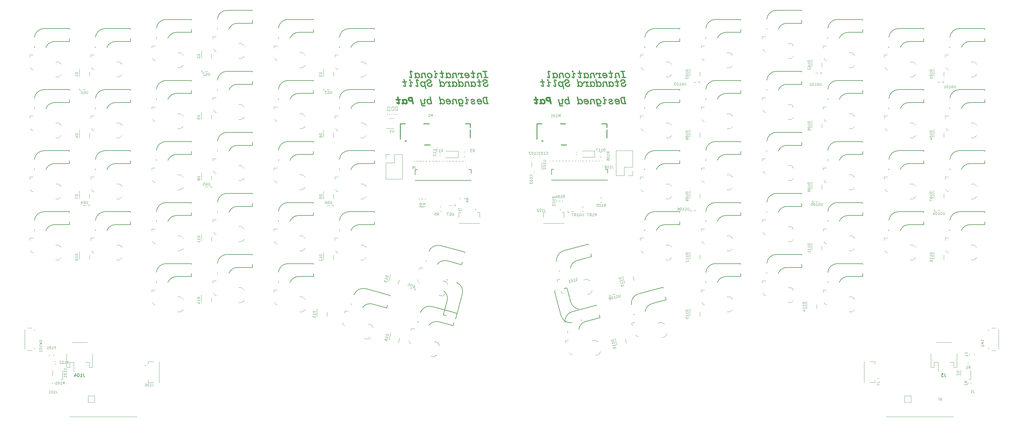
<source format=gbo>
%TF.GenerationSoftware,KiCad,Pcbnew,6.0.11-3.fc37*%
%TF.CreationDate,2023-03-28T23:22:27+01:00*%
%TF.ProjectId,ISS,4953532e-6b69-4636-9164-5f7063625858,1*%
%TF.SameCoordinates,Original*%
%TF.FileFunction,Legend,Bot*%
%TF.FilePolarity,Positive*%
%FSLAX46Y46*%
G04 Gerber Fmt 4.6, Leading zero omitted, Abs format (unit mm)*
G04 Created by KiCad (PCBNEW 6.0.11-3.fc37) date 2023-03-28 23:22:27*
%MOMM*%
%LPD*%
G01*
G04 APERTURE LIST*
%ADD10C,0.120000*%
%ADD11C,0.150000*%
%ADD12C,0.010000*%
%ADD13C,0.254000*%
%ADD14C,0.100000*%
%ADD15C,0.200000*%
G04 APERTURE END LIST*
D10*
%TO.C,S101*%
X173019800Y-87073595D02*
X172919268Y-87139971D01*
X172735282Y-87189270D01*
X172651828Y-87172192D01*
X172605171Y-87145255D01*
X172548654Y-87081520D01*
X172528935Y-87007926D01*
X172546013Y-86924472D01*
X172572950Y-86877815D01*
X172636684Y-86821298D01*
X172774013Y-86745062D01*
X172837748Y-86688545D01*
X172864685Y-86641888D01*
X172881763Y-86558434D01*
X172862043Y-86484840D01*
X172805527Y-86421105D01*
X172758870Y-86394168D01*
X172675416Y-86377090D01*
X172491430Y-86426389D01*
X172390898Y-86492766D01*
X171852150Y-87425905D02*
X172293716Y-87307587D01*
X172072933Y-87366746D02*
X171865878Y-86594005D01*
X171969052Y-86684677D01*
X172062365Y-86738552D01*
X172145820Y-86755630D01*
X171166732Y-86781341D02*
X171093137Y-86801060D01*
X171029403Y-86857577D01*
X171002465Y-86904234D01*
X170985388Y-86987688D01*
X170988030Y-87144737D01*
X171037328Y-87328723D01*
X171113565Y-87466052D01*
X171170081Y-87529786D01*
X171216738Y-87556724D01*
X171300192Y-87573801D01*
X171373787Y-87554082D01*
X171437521Y-87497565D01*
X171464459Y-87450908D01*
X171481536Y-87367454D01*
X171478894Y-87210405D01*
X171429596Y-87026419D01*
X171353359Y-86889091D01*
X171296843Y-86825356D01*
X171250186Y-86798419D01*
X171166732Y-86781341D01*
X170380263Y-87820295D02*
X170821829Y-87701978D01*
X170601046Y-87761137D02*
X170393991Y-86988396D01*
X170497165Y-87079068D01*
X170590478Y-87132943D01*
X170673933Y-87150021D01*
%TO.C,J8*%
X285941901Y-124505595D02*
X285941901Y-123934166D01*
X285903806Y-123819880D01*
X285827615Y-123743690D01*
X285713329Y-123705595D01*
X285637139Y-123705595D01*
X286437139Y-124162738D02*
X286360948Y-124200833D01*
X286322853Y-124238928D01*
X286284758Y-124315119D01*
X286284758Y-124353214D01*
X286322853Y-124429404D01*
X286360948Y-124467500D01*
X286437139Y-124505595D01*
X286589520Y-124505595D01*
X286665710Y-124467500D01*
X286703806Y-124429404D01*
X286741901Y-124353214D01*
X286741901Y-124315119D01*
X286703806Y-124238928D01*
X286665710Y-124200833D01*
X286589520Y-124162738D01*
X286437139Y-124162738D01*
X286360948Y-124124642D01*
X286322853Y-124086547D01*
X286284758Y-124010357D01*
X286284758Y-123857976D01*
X286322853Y-123781785D01*
X286360948Y-123743690D01*
X286437139Y-123705595D01*
X286589520Y-123705595D01*
X286665710Y-123743690D01*
X286703806Y-123781785D01*
X286741901Y-123857976D01*
X286741901Y-124010357D01*
X286703806Y-124086547D01*
X286665710Y-124124642D01*
X286589520Y-124162738D01*
%TO.C,D2*%
X55111904Y-16475148D02*
X54311904Y-16475148D01*
X54311904Y-16665625D01*
X54350000Y-16779910D01*
X54426190Y-16856101D01*
X54502380Y-16894196D01*
X54654761Y-16932291D01*
X54769047Y-16932291D01*
X54921428Y-16894196D01*
X54997619Y-16856101D01*
X55073809Y-16779910D01*
X55111904Y-16665625D01*
X55111904Y-16475148D01*
X54388095Y-17237053D02*
X54350000Y-17275148D01*
X54311904Y-17351339D01*
X54311904Y-17541815D01*
X54350000Y-17618005D01*
X54388095Y-17656101D01*
X54464285Y-17694196D01*
X54540476Y-17694196D01*
X54654761Y-17656101D01*
X55111904Y-17198958D01*
X55111904Y-17694196D01*
%TO.C,UG106*%
X207796428Y-64386904D02*
X207796428Y-65034523D01*
X207758333Y-65110714D01*
X207720238Y-65148809D01*
X207644047Y-65186904D01*
X207491666Y-65186904D01*
X207415476Y-65148809D01*
X207377380Y-65110714D01*
X207339285Y-65034523D01*
X207339285Y-64386904D01*
X206539285Y-64425000D02*
X206615476Y-64386904D01*
X206729761Y-64386904D01*
X206844047Y-64425000D01*
X206920238Y-64501190D01*
X206958333Y-64577380D01*
X206996428Y-64729761D01*
X206996428Y-64844047D01*
X206958333Y-64996428D01*
X206920238Y-65072619D01*
X206844047Y-65148809D01*
X206729761Y-65186904D01*
X206653571Y-65186904D01*
X206539285Y-65148809D01*
X206501190Y-65110714D01*
X206501190Y-64844047D01*
X206653571Y-64844047D01*
X205739285Y-65186904D02*
X206196428Y-65186904D01*
X205967857Y-65186904D02*
X205967857Y-64386904D01*
X206044047Y-64501190D01*
X206120238Y-64577380D01*
X206196428Y-64615476D01*
X205244047Y-64386904D02*
X205167857Y-64386904D01*
X205091666Y-64425000D01*
X205053571Y-64463095D01*
X205015476Y-64539285D01*
X204977380Y-64691666D01*
X204977380Y-64882142D01*
X205015476Y-65034523D01*
X205053571Y-65110714D01*
X205091666Y-65148809D01*
X205167857Y-65186904D01*
X205244047Y-65186904D01*
X205320238Y-65148809D01*
X205358333Y-65110714D01*
X205396428Y-65034523D01*
X205434523Y-64882142D01*
X205434523Y-64691666D01*
X205396428Y-64539285D01*
X205358333Y-64463095D01*
X205320238Y-64425000D01*
X205244047Y-64386904D01*
X204291666Y-64386904D02*
X204444047Y-64386904D01*
X204520238Y-64425000D01*
X204558333Y-64463095D01*
X204634523Y-64577380D01*
X204672619Y-64729761D01*
X204672619Y-65034523D01*
X204634523Y-65110714D01*
X204596428Y-65148809D01*
X204520238Y-65186904D01*
X204367857Y-65186904D01*
X204291666Y-65148809D01*
X204253571Y-65110714D01*
X204215476Y-65034523D01*
X204215476Y-64844047D01*
X204253571Y-64767857D01*
X204291666Y-64729761D01*
X204367857Y-64691666D01*
X204520238Y-64691666D01*
X204596428Y-64729761D01*
X204634523Y-64767857D01*
X204672619Y-64844047D01*
%TO.C,U2*%
X291361904Y-115322976D02*
X292009523Y-115322976D01*
X292085714Y-115361071D01*
X292123809Y-115399166D01*
X292161904Y-115475357D01*
X292161904Y-115627738D01*
X292123809Y-115703928D01*
X292085714Y-115742023D01*
X292009523Y-115780119D01*
X291361904Y-115780119D01*
X291438095Y-116122976D02*
X291400000Y-116161071D01*
X291361904Y-116237261D01*
X291361904Y-116427738D01*
X291400000Y-116503928D01*
X291438095Y-116542023D01*
X291514285Y-116580119D01*
X291590476Y-116580119D01*
X291704761Y-116542023D01*
X292161904Y-116084880D01*
X292161904Y-116580119D01*
%TO.C,UG103*%
X206846428Y-25361904D02*
X206846428Y-26009523D01*
X206808333Y-26085714D01*
X206770238Y-26123809D01*
X206694047Y-26161904D01*
X206541666Y-26161904D01*
X206465476Y-26123809D01*
X206427380Y-26085714D01*
X206389285Y-26009523D01*
X206389285Y-25361904D01*
X205589285Y-25400000D02*
X205665476Y-25361904D01*
X205779761Y-25361904D01*
X205894047Y-25400000D01*
X205970238Y-25476190D01*
X206008333Y-25552380D01*
X206046428Y-25704761D01*
X206046428Y-25819047D01*
X206008333Y-25971428D01*
X205970238Y-26047619D01*
X205894047Y-26123809D01*
X205779761Y-26161904D01*
X205703571Y-26161904D01*
X205589285Y-26123809D01*
X205551190Y-26085714D01*
X205551190Y-25819047D01*
X205703571Y-25819047D01*
X204789285Y-26161904D02*
X205246428Y-26161904D01*
X205017857Y-26161904D02*
X205017857Y-25361904D01*
X205094047Y-25476190D01*
X205170238Y-25552380D01*
X205246428Y-25590476D01*
X204294047Y-25361904D02*
X204217857Y-25361904D01*
X204141666Y-25400000D01*
X204103571Y-25438095D01*
X204065476Y-25514285D01*
X204027380Y-25666666D01*
X204027380Y-25857142D01*
X204065476Y-26009523D01*
X204103571Y-26085714D01*
X204141666Y-26123809D01*
X204217857Y-26161904D01*
X204294047Y-26161904D01*
X204370238Y-26123809D01*
X204408333Y-26085714D01*
X204446428Y-26009523D01*
X204484523Y-25857142D01*
X204484523Y-25666666D01*
X204446428Y-25514285D01*
X204408333Y-25438095D01*
X204370238Y-25400000D01*
X204294047Y-25361904D01*
X203760714Y-25361904D02*
X203265476Y-25361904D01*
X203532142Y-25666666D01*
X203417857Y-25666666D01*
X203341666Y-25704761D01*
X203303571Y-25742857D01*
X203265476Y-25819047D01*
X203265476Y-26009523D01*
X203303571Y-26085714D01*
X203341666Y-26123809D01*
X203417857Y-26161904D01*
X203646428Y-26161904D01*
X203722619Y-26123809D01*
X203760714Y-26085714D01*
%TO.C,D105*%
X245720472Y-37541369D02*
X244920472Y-37541369D01*
X244920472Y-37731845D01*
X244958568Y-37846130D01*
X245034758Y-37922321D01*
X245110948Y-37960416D01*
X245263329Y-37998511D01*
X245377615Y-37998511D01*
X245529996Y-37960416D01*
X245606187Y-37922321D01*
X245682377Y-37846130D01*
X245720472Y-37731845D01*
X245720472Y-37541369D01*
X245720472Y-38760416D02*
X245720472Y-38303273D01*
X245720472Y-38531845D02*
X244920472Y-38531845D01*
X245034758Y-38455654D01*
X245110948Y-38379464D01*
X245149044Y-38303273D01*
X244920472Y-39255654D02*
X244920472Y-39331845D01*
X244958568Y-39408035D01*
X244996663Y-39446130D01*
X245072853Y-39484226D01*
X245225234Y-39522321D01*
X245415710Y-39522321D01*
X245568091Y-39484226D01*
X245644282Y-39446130D01*
X245682377Y-39408035D01*
X245720472Y-39331845D01*
X245720472Y-39255654D01*
X245682377Y-39179464D01*
X245644282Y-39141369D01*
X245568091Y-39103273D01*
X245415710Y-39065178D01*
X245225234Y-39065178D01*
X245072853Y-39103273D01*
X244996663Y-39141369D01*
X244958568Y-39179464D01*
X244920472Y-39255654D01*
X244920472Y-40246130D02*
X244920472Y-39865178D01*
X245301425Y-39827083D01*
X245263329Y-39865178D01*
X245225234Y-39941369D01*
X245225234Y-40131845D01*
X245263329Y-40208035D01*
X245301425Y-40246130D01*
X245377615Y-40284226D01*
X245568091Y-40284226D01*
X245644282Y-40246130D01*
X245682377Y-40208035D01*
X245720472Y-40131845D01*
X245720472Y-39941369D01*
X245682377Y-39865178D01*
X245644282Y-39827083D01*
%TO.C,D9*%
X93211904Y-60290148D02*
X92411904Y-60290148D01*
X92411904Y-60480625D01*
X92450000Y-60594910D01*
X92526190Y-60671101D01*
X92602380Y-60709196D01*
X92754761Y-60747291D01*
X92869047Y-60747291D01*
X93021428Y-60709196D01*
X93097619Y-60671101D01*
X93173809Y-60594910D01*
X93211904Y-60480625D01*
X93211904Y-60290148D01*
X93211904Y-61128244D02*
X93211904Y-61280625D01*
X93173809Y-61356815D01*
X93135714Y-61394910D01*
X93021428Y-61471101D01*
X92869047Y-61509196D01*
X92564285Y-61509196D01*
X92488095Y-61471101D01*
X92450000Y-61433005D01*
X92411904Y-61356815D01*
X92411904Y-61204434D01*
X92450000Y-61128244D01*
X92488095Y-61090148D01*
X92564285Y-61052053D01*
X92754761Y-61052053D01*
X92830952Y-61090148D01*
X92869047Y-61128244D01*
X92907142Y-61204434D01*
X92907142Y-61356815D01*
X92869047Y-61433005D01*
X92830952Y-61471101D01*
X92754761Y-61509196D01*
%TO.C,D8*%
X55111904Y-54575148D02*
X54311904Y-54575148D01*
X54311904Y-54765625D01*
X54350000Y-54879910D01*
X54426190Y-54956101D01*
X54502380Y-54994196D01*
X54654761Y-55032291D01*
X54769047Y-55032291D01*
X54921428Y-54994196D01*
X54997619Y-54956101D01*
X55073809Y-54879910D01*
X55111904Y-54765625D01*
X55111904Y-54575148D01*
X54654761Y-55489434D02*
X54616666Y-55413244D01*
X54578571Y-55375148D01*
X54502380Y-55337053D01*
X54464285Y-55337053D01*
X54388095Y-55375148D01*
X54350000Y-55413244D01*
X54311904Y-55489434D01*
X54311904Y-55641815D01*
X54350000Y-55718005D01*
X54388095Y-55756101D01*
X54464285Y-55794196D01*
X54502380Y-55794196D01*
X54578571Y-55756101D01*
X54616666Y-55718005D01*
X54654761Y-55641815D01*
X54654761Y-55489434D01*
X54692857Y-55413244D01*
X54730952Y-55375148D01*
X54807142Y-55337053D01*
X54959523Y-55337053D01*
X55035714Y-55375148D01*
X55073809Y-55413244D01*
X55111904Y-55489434D01*
X55111904Y-55641815D01*
X55073809Y-55718005D01*
X55035714Y-55756101D01*
X54959523Y-55794196D01*
X54807142Y-55794196D01*
X54730952Y-55756101D01*
X54692857Y-55718005D01*
X54654761Y-55641815D01*
%TO.C,R104*%
X168495238Y-61286904D02*
X168761904Y-60905952D01*
X168952380Y-61286904D02*
X168952380Y-60486904D01*
X168647619Y-60486904D01*
X168571428Y-60525000D01*
X168533333Y-60563095D01*
X168495238Y-60639285D01*
X168495238Y-60753571D01*
X168533333Y-60829761D01*
X168571428Y-60867857D01*
X168647619Y-60905952D01*
X168952380Y-60905952D01*
X167733333Y-61286904D02*
X168190476Y-61286904D01*
X167961904Y-61286904D02*
X167961904Y-60486904D01*
X168038095Y-60601190D01*
X168114285Y-60677380D01*
X168190476Y-60715476D01*
X167238095Y-60486904D02*
X167161904Y-60486904D01*
X167085714Y-60525000D01*
X167047619Y-60563095D01*
X167009523Y-60639285D01*
X166971428Y-60791666D01*
X166971428Y-60982142D01*
X167009523Y-61134523D01*
X167047619Y-61210714D01*
X167085714Y-61248809D01*
X167161904Y-61286904D01*
X167238095Y-61286904D01*
X167314285Y-61248809D01*
X167352380Y-61210714D01*
X167390476Y-61134523D01*
X167428571Y-60982142D01*
X167428571Y-60791666D01*
X167390476Y-60639285D01*
X167352380Y-60563095D01*
X167314285Y-60525000D01*
X167238095Y-60486904D01*
X166285714Y-60753571D02*
X166285714Y-61286904D01*
X166476190Y-60448809D02*
X166666666Y-61020238D01*
X166171428Y-61020238D01*
%TO.C,D114*%
X244132972Y-93897619D02*
X243332972Y-93897619D01*
X243332972Y-94088095D01*
X243371068Y-94202380D01*
X243447258Y-94278571D01*
X243523448Y-94316666D01*
X243675829Y-94354761D01*
X243790115Y-94354761D01*
X243942496Y-94316666D01*
X244018687Y-94278571D01*
X244094877Y-94202380D01*
X244132972Y-94088095D01*
X244132972Y-93897619D01*
X244132972Y-95116666D02*
X244132972Y-94659523D01*
X244132972Y-94888095D02*
X243332972Y-94888095D01*
X243447258Y-94811904D01*
X243523448Y-94735714D01*
X243561544Y-94659523D01*
X244132972Y-95878571D02*
X244132972Y-95421428D01*
X244132972Y-95650000D02*
X243332972Y-95650000D01*
X243447258Y-95573809D01*
X243523448Y-95497619D01*
X243561544Y-95421428D01*
X243599639Y-96564285D02*
X244132972Y-96564285D01*
X243294877Y-96373809D02*
X243866306Y-96183333D01*
X243866306Y-96678571D01*
%TO.C,U102*%
X162270472Y-49566072D02*
X162918091Y-49566072D01*
X162994282Y-49604167D01*
X163032377Y-49642262D01*
X163070472Y-49718453D01*
X163070472Y-49870834D01*
X163032377Y-49947024D01*
X162994282Y-49985120D01*
X162918091Y-50023215D01*
X162270472Y-50023215D01*
X163070472Y-50823215D02*
X163070472Y-50366072D01*
X163070472Y-50594643D02*
X162270472Y-50594643D01*
X162384758Y-50518453D01*
X162460948Y-50442262D01*
X162499044Y-50366072D01*
X162270472Y-51318453D02*
X162270472Y-51394643D01*
X162308568Y-51470834D01*
X162346663Y-51508929D01*
X162422853Y-51547024D01*
X162575234Y-51585120D01*
X162765710Y-51585120D01*
X162918091Y-51547024D01*
X162994282Y-51508929D01*
X163032377Y-51470834D01*
X163070472Y-51394643D01*
X163070472Y-51318453D01*
X163032377Y-51242262D01*
X162994282Y-51204167D01*
X162918091Y-51166072D01*
X162765710Y-51127977D01*
X162575234Y-51127977D01*
X162422853Y-51166072D01*
X162346663Y-51204167D01*
X162308568Y-51242262D01*
X162270472Y-51318453D01*
X162346663Y-51889881D02*
X162308568Y-51927977D01*
X162270472Y-52004167D01*
X162270472Y-52194643D01*
X162308568Y-52270834D01*
X162346663Y-52308929D01*
X162422853Y-52347024D01*
X162499044Y-52347024D01*
X162613329Y-52308929D01*
X163070472Y-51851786D01*
X163070472Y-52347024D01*
%TO.C,R4*%
X138961904Y-61866666D02*
X138580952Y-61600000D01*
X138961904Y-61409523D02*
X138161904Y-61409523D01*
X138161904Y-61714285D01*
X138200000Y-61790476D01*
X138238095Y-61828571D01*
X138314285Y-61866666D01*
X138428571Y-61866666D01*
X138504761Y-61828571D01*
X138542857Y-61790476D01*
X138580952Y-61714285D01*
X138580952Y-61409523D01*
X138428571Y-62552380D02*
X138961904Y-62552380D01*
X138123809Y-62361904D02*
X138695238Y-62171428D01*
X138695238Y-62666666D01*
%TO.C,R5*%
X129133333Y-66761904D02*
X129400000Y-66380952D01*
X129590476Y-66761904D02*
X129590476Y-65961904D01*
X129285714Y-65961904D01*
X129209523Y-66000000D01*
X129171428Y-66038095D01*
X129133333Y-66114285D01*
X129133333Y-66228571D01*
X129171428Y-66304761D01*
X129209523Y-66342857D01*
X129285714Y-66380952D01*
X129590476Y-66380952D01*
X128409523Y-65961904D02*
X128790476Y-65961904D01*
X128828571Y-66342857D01*
X128790476Y-66304761D01*
X128714285Y-66266666D01*
X128523809Y-66266666D01*
X128447619Y-66304761D01*
X128409523Y-66342857D01*
X128371428Y-66419047D01*
X128371428Y-66609523D01*
X128409523Y-66685714D01*
X128447619Y-66723809D01*
X128523809Y-66761904D01*
X128714285Y-66761904D01*
X128790476Y-66723809D01*
X128828571Y-66685714D01*
%TO.C,UG102*%
X249171428Y-25461904D02*
X249171428Y-26109523D01*
X249133333Y-26185714D01*
X249095238Y-26223809D01*
X249019047Y-26261904D01*
X248866666Y-26261904D01*
X248790476Y-26223809D01*
X248752380Y-26185714D01*
X248714285Y-26109523D01*
X248714285Y-25461904D01*
X247914285Y-25500000D02*
X247990476Y-25461904D01*
X248104761Y-25461904D01*
X248219047Y-25500000D01*
X248295238Y-25576190D01*
X248333333Y-25652380D01*
X248371428Y-25804761D01*
X248371428Y-25919047D01*
X248333333Y-26071428D01*
X248295238Y-26147619D01*
X248219047Y-26223809D01*
X248104761Y-26261904D01*
X248028571Y-26261904D01*
X247914285Y-26223809D01*
X247876190Y-26185714D01*
X247876190Y-25919047D01*
X248028571Y-25919047D01*
X247114285Y-26261904D02*
X247571428Y-26261904D01*
X247342857Y-26261904D02*
X247342857Y-25461904D01*
X247419047Y-25576190D01*
X247495238Y-25652380D01*
X247571428Y-25690476D01*
X246619047Y-25461904D02*
X246542857Y-25461904D01*
X246466666Y-25500000D01*
X246428571Y-25538095D01*
X246390476Y-25614285D01*
X246352380Y-25766666D01*
X246352380Y-25957142D01*
X246390476Y-26109523D01*
X246428571Y-26185714D01*
X246466666Y-26223809D01*
X246542857Y-26261904D01*
X246619047Y-26261904D01*
X246695238Y-26223809D01*
X246733333Y-26185714D01*
X246771428Y-26109523D01*
X246809523Y-25957142D01*
X246809523Y-25766666D01*
X246771428Y-25614285D01*
X246733333Y-25538095D01*
X246695238Y-25500000D01*
X246619047Y-25461904D01*
X246047619Y-25538095D02*
X246009523Y-25500000D01*
X245933333Y-25461904D01*
X245742857Y-25461904D01*
X245666666Y-25500000D01*
X245628571Y-25538095D01*
X245590476Y-25614285D01*
X245590476Y-25690476D01*
X245628571Y-25804761D01*
X246085714Y-26261904D01*
X245590476Y-26261904D01*
%TO.C,F101*%
X9728571Y-108042857D02*
X9995238Y-108042857D01*
X9995238Y-108461904D02*
X9995238Y-107661904D01*
X9614285Y-107661904D01*
X8890476Y-108461904D02*
X9347619Y-108461904D01*
X9119047Y-108461904D02*
X9119047Y-107661904D01*
X9195238Y-107776190D01*
X9271428Y-107852380D01*
X9347619Y-107890476D01*
X8395238Y-107661904D02*
X8319047Y-107661904D01*
X8242857Y-107700000D01*
X8204761Y-107738095D01*
X8166666Y-107814285D01*
X8128571Y-107966666D01*
X8128571Y-108157142D01*
X8166666Y-108309523D01*
X8204761Y-108385714D01*
X8242857Y-108423809D01*
X8319047Y-108461904D01*
X8395238Y-108461904D01*
X8471428Y-108423809D01*
X8509523Y-108385714D01*
X8547619Y-108309523D01*
X8585714Y-108157142D01*
X8585714Y-107966666D01*
X8547619Y-107814285D01*
X8509523Y-107738095D01*
X8471428Y-107700000D01*
X8395238Y-107661904D01*
X7366666Y-108461904D02*
X7823809Y-108461904D01*
X7595238Y-108461904D02*
X7595238Y-107661904D01*
X7671428Y-107776190D01*
X7747619Y-107852380D01*
X7823809Y-107890476D01*
%TO.C,C103*%
X158885714Y-54604761D02*
X158923809Y-54566666D01*
X158961904Y-54452380D01*
X158961904Y-54376190D01*
X158923809Y-54261904D01*
X158847619Y-54185714D01*
X158771428Y-54147619D01*
X158619047Y-54109523D01*
X158504761Y-54109523D01*
X158352380Y-54147619D01*
X158276190Y-54185714D01*
X158200000Y-54261904D01*
X158161904Y-54376190D01*
X158161904Y-54452380D01*
X158200000Y-54566666D01*
X158238095Y-54604761D01*
X158961904Y-55366666D02*
X158961904Y-54909523D01*
X158961904Y-55138095D02*
X158161904Y-55138095D01*
X158276190Y-55061904D01*
X158352380Y-54985714D01*
X158390476Y-54909523D01*
X158161904Y-55861904D02*
X158161904Y-55938095D01*
X158200000Y-56014285D01*
X158238095Y-56052380D01*
X158314285Y-56090476D01*
X158466666Y-56128571D01*
X158657142Y-56128571D01*
X158809523Y-56090476D01*
X158885714Y-56052380D01*
X158923809Y-56014285D01*
X158961904Y-55938095D01*
X158961904Y-55861904D01*
X158923809Y-55785714D01*
X158885714Y-55747619D01*
X158809523Y-55709523D01*
X158657142Y-55671428D01*
X158466666Y-55671428D01*
X158314285Y-55709523D01*
X158238095Y-55747619D01*
X158200000Y-55785714D01*
X158161904Y-55861904D01*
X158161904Y-56395238D02*
X158161904Y-56890476D01*
X158466666Y-56623809D01*
X158466666Y-56738095D01*
X158504761Y-56814285D01*
X158542857Y-56852380D01*
X158619047Y-56890476D01*
X158809523Y-56890476D01*
X158885714Y-56852380D01*
X158923809Y-56814285D01*
X158961904Y-56738095D01*
X158961904Y-56509523D01*
X158923809Y-56433333D01*
X158885714Y-56395238D01*
%TO.C,D11*%
X55111904Y-73244196D02*
X54311904Y-73244196D01*
X54311904Y-73434672D01*
X54350000Y-73548958D01*
X54426190Y-73625148D01*
X54502380Y-73663244D01*
X54654761Y-73701339D01*
X54769047Y-73701339D01*
X54921428Y-73663244D01*
X54997619Y-73625148D01*
X55073809Y-73548958D01*
X55111904Y-73434672D01*
X55111904Y-73244196D01*
X55111904Y-74463244D02*
X55111904Y-74006101D01*
X55111904Y-74234672D02*
X54311904Y-74234672D01*
X54426190Y-74158482D01*
X54502380Y-74082291D01*
X54540476Y-74006101D01*
X55111904Y-75225148D02*
X55111904Y-74768005D01*
X55111904Y-74996577D02*
X54311904Y-74996577D01*
X54426190Y-74920386D01*
X54502380Y-74844196D01*
X54540476Y-74768005D01*
%TO.C,D117*%
X181552380Y-46761904D02*
X181552380Y-45961904D01*
X181361904Y-45961904D01*
X181247619Y-46000000D01*
X181171428Y-46076190D01*
X181133333Y-46152380D01*
X181095238Y-46304761D01*
X181095238Y-46419047D01*
X181133333Y-46571428D01*
X181171428Y-46647619D01*
X181247619Y-46723809D01*
X181361904Y-46761904D01*
X181552380Y-46761904D01*
X180333333Y-46761904D02*
X180790476Y-46761904D01*
X180561904Y-46761904D02*
X180561904Y-45961904D01*
X180638095Y-46076190D01*
X180714285Y-46152380D01*
X180790476Y-46190476D01*
X179571428Y-46761904D02*
X180028571Y-46761904D01*
X179800000Y-46761904D02*
X179800000Y-45961904D01*
X179876190Y-46076190D01*
X179952380Y-46152380D01*
X180028571Y-46190476D01*
X179304761Y-45961904D02*
X178771428Y-45961904D01*
X179114285Y-46761904D01*
%TO.C,M101*%
X167609523Y-36061904D02*
X167609523Y-35261904D01*
X167342857Y-35833333D01*
X167076190Y-35261904D01*
X167076190Y-36061904D01*
X166276190Y-36061904D02*
X166733333Y-36061904D01*
X166504761Y-36061904D02*
X166504761Y-35261904D01*
X166580952Y-35376190D01*
X166657142Y-35452380D01*
X166733333Y-35490476D01*
X165780952Y-35261904D02*
X165704761Y-35261904D01*
X165628571Y-35300000D01*
X165590476Y-35338095D01*
X165552380Y-35414285D01*
X165514285Y-35566666D01*
X165514285Y-35757142D01*
X165552380Y-35909523D01*
X165590476Y-35985714D01*
X165628571Y-36023809D01*
X165704761Y-36061904D01*
X165780952Y-36061904D01*
X165857142Y-36023809D01*
X165895238Y-35985714D01*
X165933333Y-35909523D01*
X165971428Y-35757142D01*
X165971428Y-35566666D01*
X165933333Y-35414285D01*
X165895238Y-35338095D01*
X165857142Y-35300000D01*
X165780952Y-35261904D01*
X164752380Y-36061904D02*
X165209523Y-36061904D01*
X164980952Y-36061904D02*
X164980952Y-35261904D01*
X165057142Y-35376190D01*
X165133333Y-35452380D01*
X165209523Y-35490476D01*
%TO.C,R105*%
X181303806Y-64011904D02*
X181570472Y-63630952D01*
X181760948Y-64011904D02*
X181760948Y-63211904D01*
X181456187Y-63211904D01*
X181379996Y-63250000D01*
X181341901Y-63288095D01*
X181303806Y-63364285D01*
X181303806Y-63478571D01*
X181341901Y-63554761D01*
X181379996Y-63592857D01*
X181456187Y-63630952D01*
X181760948Y-63630952D01*
X180541901Y-64011904D02*
X180999044Y-64011904D01*
X180770472Y-64011904D02*
X180770472Y-63211904D01*
X180846663Y-63326190D01*
X180922853Y-63402380D01*
X180999044Y-63440476D01*
X180046663Y-63211904D02*
X179970472Y-63211904D01*
X179894282Y-63250000D01*
X179856187Y-63288095D01*
X179818091Y-63364285D01*
X179779996Y-63516666D01*
X179779996Y-63707142D01*
X179818091Y-63859523D01*
X179856187Y-63935714D01*
X179894282Y-63973809D01*
X179970472Y-64011904D01*
X180046663Y-64011904D01*
X180122853Y-63973809D01*
X180160948Y-63935714D01*
X180199044Y-63859523D01*
X180237139Y-63707142D01*
X180237139Y-63516666D01*
X180199044Y-63364285D01*
X180160948Y-63288095D01*
X180122853Y-63250000D01*
X180046663Y-63211904D01*
X179056187Y-63211904D02*
X179437139Y-63211904D01*
X179475234Y-63592857D01*
X179437139Y-63554761D01*
X179360948Y-63516666D01*
X179170472Y-63516666D01*
X179094282Y-63554761D01*
X179056187Y-63592857D01*
X179018091Y-63669047D01*
X179018091Y-63859523D01*
X179056187Y-63935714D01*
X179094282Y-63973809D01*
X179170472Y-64011904D01*
X179360948Y-64011904D01*
X179437139Y-63973809D01*
X179475234Y-63935714D01*
%TO.C,J1*%
X296666666Y-121361904D02*
X296666666Y-121933333D01*
X296704761Y-122047619D01*
X296780952Y-122123809D01*
X296895238Y-122161904D01*
X296971428Y-122161904D01*
X295866666Y-122161904D02*
X296323809Y-122161904D01*
X296095238Y-122161904D02*
X296095238Y-121361904D01*
X296171428Y-121476190D01*
X296247619Y-121552380D01*
X296323809Y-121590476D01*
%TO.C,UG1*%
X20059523Y-28011904D02*
X20059523Y-28659523D01*
X20021428Y-28735714D01*
X19983333Y-28773809D01*
X19907142Y-28811904D01*
X19754761Y-28811904D01*
X19678571Y-28773809D01*
X19640476Y-28735714D01*
X19602380Y-28659523D01*
X19602380Y-28011904D01*
X18802380Y-28050000D02*
X18878571Y-28011904D01*
X18992857Y-28011904D01*
X19107142Y-28050000D01*
X19183333Y-28126190D01*
X19221428Y-28202380D01*
X19259523Y-28354761D01*
X19259523Y-28469047D01*
X19221428Y-28621428D01*
X19183333Y-28697619D01*
X19107142Y-28773809D01*
X18992857Y-28811904D01*
X18916666Y-28811904D01*
X18802380Y-28773809D01*
X18764285Y-28735714D01*
X18764285Y-28469047D01*
X18916666Y-28469047D01*
X18002380Y-28811904D02*
X18459523Y-28811904D01*
X18230952Y-28811904D02*
X18230952Y-28011904D01*
X18307142Y-28126190D01*
X18383333Y-28202380D01*
X18459523Y-28240476D01*
%TO.C,J102*%
X162728571Y-64728701D02*
X162728571Y-65300130D01*
X162766666Y-65414416D01*
X162842857Y-65490606D01*
X162957142Y-65528701D01*
X163033333Y-65528701D01*
X161928571Y-65528701D02*
X162385714Y-65528701D01*
X162157142Y-65528701D02*
X162157142Y-64728701D01*
X162233333Y-64842987D01*
X162309523Y-64919177D01*
X162385714Y-64957273D01*
X161433333Y-64728701D02*
X161357142Y-64728701D01*
X161280952Y-64766797D01*
X161242857Y-64804892D01*
X161204761Y-64881082D01*
X161166666Y-65033463D01*
X161166666Y-65223939D01*
X161204761Y-65376320D01*
X161242857Y-65452511D01*
X161280952Y-65490606D01*
X161357142Y-65528701D01*
X161433333Y-65528701D01*
X161509523Y-65490606D01*
X161547619Y-65452511D01*
X161585714Y-65376320D01*
X161623809Y-65223939D01*
X161623809Y-65033463D01*
X161585714Y-64881082D01*
X161547619Y-64804892D01*
X161509523Y-64766797D01*
X161433333Y-64728701D01*
X160861904Y-64804892D02*
X160823809Y-64766797D01*
X160747619Y-64728701D01*
X160557142Y-64728701D01*
X160480952Y-64766797D01*
X160442857Y-64804892D01*
X160404761Y-64881082D01*
X160404761Y-64957273D01*
X160442857Y-65071558D01*
X160900000Y-65528701D01*
X160404761Y-65528701D01*
%TO.C,D4*%
X17011904Y-41240148D02*
X16211904Y-41240148D01*
X16211904Y-41430625D01*
X16250000Y-41544910D01*
X16326190Y-41621101D01*
X16402380Y-41659196D01*
X16554761Y-41697291D01*
X16669047Y-41697291D01*
X16821428Y-41659196D01*
X16897619Y-41621101D01*
X16973809Y-41544910D01*
X17011904Y-41430625D01*
X17011904Y-41240148D01*
X16478571Y-42383005D02*
X17011904Y-42383005D01*
X16173809Y-42192529D02*
X16745238Y-42002053D01*
X16745238Y-42497291D01*
%TO.C,C3*%
X114385714Y-33366666D02*
X114423809Y-33328571D01*
X114461904Y-33214285D01*
X114461904Y-33138095D01*
X114423809Y-33023809D01*
X114347619Y-32947619D01*
X114271428Y-32909523D01*
X114119047Y-32871428D01*
X114004761Y-32871428D01*
X113852380Y-32909523D01*
X113776190Y-32947619D01*
X113700000Y-33023809D01*
X113661904Y-33138095D01*
X113661904Y-33214285D01*
X113700000Y-33328571D01*
X113738095Y-33366666D01*
X113661904Y-33633333D02*
X113661904Y-34128571D01*
X113966666Y-33861904D01*
X113966666Y-33976190D01*
X114004761Y-34052380D01*
X114042857Y-34090476D01*
X114119047Y-34128571D01*
X114309523Y-34128571D01*
X114385714Y-34090476D01*
X114423809Y-34052380D01*
X114461904Y-33976190D01*
X114461904Y-33747619D01*
X114423809Y-33671428D01*
X114385714Y-33633333D01*
%TO.C,R102*%
X13595238Y-113061904D02*
X13861904Y-112680952D01*
X14052380Y-113061904D02*
X14052380Y-112261904D01*
X13747619Y-112261904D01*
X13671428Y-112300000D01*
X13633333Y-112338095D01*
X13595238Y-112414285D01*
X13595238Y-112528571D01*
X13633333Y-112604761D01*
X13671428Y-112642857D01*
X13747619Y-112680952D01*
X14052380Y-112680952D01*
X12833333Y-113061904D02*
X13290476Y-113061904D01*
X13061904Y-113061904D02*
X13061904Y-112261904D01*
X13138095Y-112376190D01*
X13214285Y-112452380D01*
X13290476Y-112490476D01*
X12338095Y-112261904D02*
X12261904Y-112261904D01*
X12185714Y-112300000D01*
X12147619Y-112338095D01*
X12109523Y-112414285D01*
X12071428Y-112566666D01*
X12071428Y-112757142D01*
X12109523Y-112909523D01*
X12147619Y-112985714D01*
X12185714Y-113023809D01*
X12261904Y-113061904D01*
X12338095Y-113061904D01*
X12414285Y-113023809D01*
X12452380Y-112985714D01*
X12490476Y-112909523D01*
X12528571Y-112757142D01*
X12528571Y-112566666D01*
X12490476Y-112414285D01*
X12452380Y-112338095D01*
X12414285Y-112300000D01*
X12338095Y-112261904D01*
X11766666Y-112338095D02*
X11728571Y-112300000D01*
X11652380Y-112261904D01*
X11461904Y-112261904D01*
X11385714Y-112300000D01*
X11347619Y-112338095D01*
X11309523Y-112414285D01*
X11309523Y-112490476D01*
X11347619Y-112604761D01*
X11804761Y-113061904D01*
X11309523Y-113061904D01*
%TO.C,D13*%
X113959708Y-85719596D02*
X113186967Y-85512541D01*
X113137668Y-85696527D01*
X113144886Y-85816778D01*
X113198761Y-85910092D01*
X113262496Y-85966609D01*
X113399825Y-86042845D01*
X113510216Y-86072425D01*
X113667264Y-86075066D01*
X113750719Y-86057989D01*
X113844033Y-86004114D01*
X113910409Y-85903582D01*
X113959708Y-85719596D01*
X113644195Y-86897106D02*
X113762512Y-86455540D01*
X113703354Y-86676323D02*
X112930613Y-86469268D01*
X113060724Y-86425253D01*
X113154038Y-86371378D01*
X113210555Y-86307643D01*
X112802436Y-86947631D02*
X112674259Y-87425994D01*
X113037655Y-87247292D01*
X113008075Y-87357684D01*
X113025153Y-87441138D01*
X113052091Y-87487795D01*
X113115825Y-87544312D01*
X113299811Y-87593610D01*
X113383265Y-87576533D01*
X113429922Y-87549595D01*
X113486439Y-87485861D01*
X113545597Y-87265078D01*
X113528520Y-87181624D01*
X113501582Y-87134967D01*
%TO.C,D10*%
X17011904Y-78800446D02*
X16211904Y-78800446D01*
X16211904Y-78990922D01*
X16250000Y-79105208D01*
X16326190Y-79181398D01*
X16402380Y-79219494D01*
X16554761Y-79257589D01*
X16669047Y-79257589D01*
X16821428Y-79219494D01*
X16897619Y-79181398D01*
X16973809Y-79105208D01*
X17011904Y-78990922D01*
X17011904Y-78800446D01*
X17011904Y-80019494D02*
X17011904Y-79562351D01*
X17011904Y-79790922D02*
X16211904Y-79790922D01*
X16326190Y-79714732D01*
X16402380Y-79638541D01*
X16440476Y-79562351D01*
X16211904Y-80514732D02*
X16211904Y-80590922D01*
X16250000Y-80667113D01*
X16288095Y-80705208D01*
X16364285Y-80743303D01*
X16516666Y-80781398D01*
X16707142Y-80781398D01*
X16859523Y-80743303D01*
X16935714Y-80705208D01*
X16973809Y-80667113D01*
X17011904Y-80590922D01*
X17011904Y-80514732D01*
X16973809Y-80438541D01*
X16935714Y-80400446D01*
X16859523Y-80362351D01*
X16707142Y-80324255D01*
X16516666Y-80324255D01*
X16364285Y-80362351D01*
X16288095Y-80400446D01*
X16250000Y-80438541D01*
X16211904Y-80514732D01*
%TO.C,R3*%
X140333333Y-46961904D02*
X140600000Y-46580952D01*
X140790476Y-46961904D02*
X140790476Y-46161904D01*
X140485714Y-46161904D01*
X140409523Y-46200000D01*
X140371428Y-46238095D01*
X140333333Y-46314285D01*
X140333333Y-46428571D01*
X140371428Y-46504761D01*
X140409523Y-46542857D01*
X140485714Y-46580952D01*
X140790476Y-46580952D01*
X140066666Y-46161904D02*
X139571428Y-46161904D01*
X139838095Y-46466666D01*
X139723809Y-46466666D01*
X139647619Y-46504761D01*
X139609523Y-46542857D01*
X139571428Y-46619047D01*
X139571428Y-46809523D01*
X139609523Y-46885714D01*
X139647619Y-46923809D01*
X139723809Y-46961904D01*
X139952380Y-46961904D01*
X140028571Y-46923809D01*
X140066666Y-46885714D01*
%TO.C,D3*%
X93211904Y-22190148D02*
X92411904Y-22190148D01*
X92411904Y-22380625D01*
X92450000Y-22494910D01*
X92526190Y-22571101D01*
X92602380Y-22609196D01*
X92754761Y-22647291D01*
X92869047Y-22647291D01*
X93021428Y-22609196D01*
X93097619Y-22571101D01*
X93173809Y-22494910D01*
X93211904Y-22380625D01*
X93211904Y-22190148D01*
X92411904Y-22913958D02*
X92411904Y-23409196D01*
X92716666Y-23142529D01*
X92716666Y-23256815D01*
X92754761Y-23333005D01*
X92792857Y-23371101D01*
X92869047Y-23409196D01*
X93059523Y-23409196D01*
X93135714Y-23371101D01*
X93173809Y-23333005D01*
X93211904Y-23256815D01*
X93211904Y-23028244D01*
X93173809Y-22952053D01*
X93135714Y-22913958D01*
%TO.C,UG4*%
X20059523Y-62311904D02*
X20059523Y-62959523D01*
X20021428Y-63035714D01*
X19983333Y-63073809D01*
X19907142Y-63111904D01*
X19754761Y-63111904D01*
X19678571Y-63073809D01*
X19640476Y-63035714D01*
X19602380Y-62959523D01*
X19602380Y-62311904D01*
X18802380Y-62350000D02*
X18878571Y-62311904D01*
X18992857Y-62311904D01*
X19107142Y-62350000D01*
X19183333Y-62426190D01*
X19221428Y-62502380D01*
X19259523Y-62654761D01*
X19259523Y-62769047D01*
X19221428Y-62921428D01*
X19183333Y-62997619D01*
X19107142Y-63073809D01*
X18992857Y-63111904D01*
X18916666Y-63111904D01*
X18802380Y-63073809D01*
X18764285Y-63035714D01*
X18764285Y-62769047D01*
X18916666Y-62769047D01*
X18078571Y-62578571D02*
X18078571Y-63111904D01*
X18269047Y-62273809D02*
X18459523Y-62845238D01*
X17964285Y-62845238D01*
%TO.C,UG105*%
X249529996Y-62905654D02*
X249529996Y-63553273D01*
X249491901Y-63629464D01*
X249453806Y-63667559D01*
X249377615Y-63705654D01*
X249225234Y-63705654D01*
X249149044Y-63667559D01*
X249110948Y-63629464D01*
X249072853Y-63553273D01*
X249072853Y-62905654D01*
X248272853Y-62943750D02*
X248349044Y-62905654D01*
X248463329Y-62905654D01*
X248577615Y-62943750D01*
X248653806Y-63019940D01*
X248691901Y-63096130D01*
X248729996Y-63248511D01*
X248729996Y-63362797D01*
X248691901Y-63515178D01*
X248653806Y-63591369D01*
X248577615Y-63667559D01*
X248463329Y-63705654D01*
X248387139Y-63705654D01*
X248272853Y-63667559D01*
X248234758Y-63629464D01*
X248234758Y-63362797D01*
X248387139Y-63362797D01*
X247472853Y-63705654D02*
X247929996Y-63705654D01*
X247701425Y-63705654D02*
X247701425Y-62905654D01*
X247777615Y-63019940D01*
X247853806Y-63096130D01*
X247929996Y-63134226D01*
X246977615Y-62905654D02*
X246901425Y-62905654D01*
X246825234Y-62943750D01*
X246787139Y-62981845D01*
X246749044Y-63058035D01*
X246710948Y-63210416D01*
X246710948Y-63400892D01*
X246749044Y-63553273D01*
X246787139Y-63629464D01*
X246825234Y-63667559D01*
X246901425Y-63705654D01*
X246977615Y-63705654D01*
X247053806Y-63667559D01*
X247091901Y-63629464D01*
X247129996Y-63553273D01*
X247168091Y-63400892D01*
X247168091Y-63210416D01*
X247129996Y-63058035D01*
X247091901Y-62981845D01*
X247053806Y-62943750D01*
X246977615Y-62905654D01*
X245987139Y-62905654D02*
X246368091Y-62905654D01*
X246406187Y-63286607D01*
X246368091Y-63248511D01*
X246291901Y-63210416D01*
X246101425Y-63210416D01*
X246025234Y-63248511D01*
X245987139Y-63286607D01*
X245949044Y-63362797D01*
X245949044Y-63553273D01*
X245987139Y-63629464D01*
X246025234Y-63667559D01*
X246101425Y-63705654D01*
X246291901Y-63705654D01*
X246368091Y-63667559D01*
X246406187Y-63629464D01*
%TO.C,C2*%
X115685714Y-33366666D02*
X115723809Y-33328571D01*
X115761904Y-33214285D01*
X115761904Y-33138095D01*
X115723809Y-33023809D01*
X115647619Y-32947619D01*
X115571428Y-32909523D01*
X115419047Y-32871428D01*
X115304761Y-32871428D01*
X115152380Y-32909523D01*
X115076190Y-32947619D01*
X115000000Y-33023809D01*
X114961904Y-33138095D01*
X114961904Y-33214285D01*
X115000000Y-33328571D01*
X115038095Y-33366666D01*
X115038095Y-33671428D02*
X115000000Y-33709523D01*
X114961904Y-33785714D01*
X114961904Y-33976190D01*
X115000000Y-34052380D01*
X115038095Y-34090476D01*
X115114285Y-34128571D01*
X115190476Y-34128571D01*
X115304761Y-34090476D01*
X115761904Y-33633333D01*
X115761904Y-34128571D01*
%TO.C,D109*%
X207620472Y-59448869D02*
X206820472Y-59448869D01*
X206820472Y-59639345D01*
X206858568Y-59753630D01*
X206934758Y-59829821D01*
X207010948Y-59867916D01*
X207163329Y-59906011D01*
X207277615Y-59906011D01*
X207429996Y-59867916D01*
X207506187Y-59829821D01*
X207582377Y-59753630D01*
X207620472Y-59639345D01*
X207620472Y-59448869D01*
X207620472Y-60667916D02*
X207620472Y-60210773D01*
X207620472Y-60439345D02*
X206820472Y-60439345D01*
X206934758Y-60363154D01*
X207010948Y-60286964D01*
X207049044Y-60210773D01*
X206820472Y-61163154D02*
X206820472Y-61239345D01*
X206858568Y-61315535D01*
X206896663Y-61353630D01*
X206972853Y-61391726D01*
X207125234Y-61429821D01*
X207315710Y-61429821D01*
X207468091Y-61391726D01*
X207544282Y-61353630D01*
X207582377Y-61315535D01*
X207620472Y-61239345D01*
X207620472Y-61163154D01*
X207582377Y-61086964D01*
X207544282Y-61048869D01*
X207468091Y-61010773D01*
X207315710Y-60972678D01*
X207125234Y-60972678D01*
X206972853Y-61010773D01*
X206896663Y-61048869D01*
X206858568Y-61086964D01*
X206820472Y-61163154D01*
X207620472Y-61810773D02*
X207620472Y-61963154D01*
X207582377Y-62039345D01*
X207544282Y-62077440D01*
X207429996Y-62153630D01*
X207277615Y-62191726D01*
X206972853Y-62191726D01*
X206896663Y-62153630D01*
X206858568Y-62115535D01*
X206820472Y-62039345D01*
X206820472Y-61886964D01*
X206858568Y-61810773D01*
X206896663Y-61772678D01*
X206972853Y-61734583D01*
X207163329Y-61734583D01*
X207239520Y-61772678D01*
X207277615Y-61810773D01*
X207315710Y-61886964D01*
X207315710Y-62039345D01*
X207277615Y-62115535D01*
X207239520Y-62153630D01*
X207163329Y-62191726D01*
%TO.C,D104*%
X283820472Y-40398869D02*
X283020472Y-40398869D01*
X283020472Y-40589345D01*
X283058568Y-40703630D01*
X283134758Y-40779821D01*
X283210948Y-40817916D01*
X283363329Y-40856011D01*
X283477615Y-40856011D01*
X283629996Y-40817916D01*
X283706187Y-40779821D01*
X283782377Y-40703630D01*
X283820472Y-40589345D01*
X283820472Y-40398869D01*
X283820472Y-41617916D02*
X283820472Y-41160773D01*
X283820472Y-41389345D02*
X283020472Y-41389345D01*
X283134758Y-41313154D01*
X283210948Y-41236964D01*
X283249044Y-41160773D01*
X283020472Y-42113154D02*
X283020472Y-42189345D01*
X283058568Y-42265535D01*
X283096663Y-42303630D01*
X283172853Y-42341726D01*
X283325234Y-42379821D01*
X283515710Y-42379821D01*
X283668091Y-42341726D01*
X283744282Y-42303630D01*
X283782377Y-42265535D01*
X283820472Y-42189345D01*
X283820472Y-42113154D01*
X283782377Y-42036964D01*
X283744282Y-41998869D01*
X283668091Y-41960773D01*
X283515710Y-41922678D01*
X283325234Y-41922678D01*
X283172853Y-41960773D01*
X283096663Y-41998869D01*
X283058568Y-42036964D01*
X283020472Y-42113154D01*
X283287139Y-43065535D02*
X283820472Y-43065535D01*
X282982377Y-42875059D02*
X283553806Y-42684583D01*
X283553806Y-43179821D01*
D11*
%TO.C,J104*%
X18785714Y-116159880D02*
X18785714Y-116874166D01*
X18833333Y-117017023D01*
X18928571Y-117112261D01*
X19071428Y-117159880D01*
X19166666Y-117159880D01*
X17785714Y-117159880D02*
X18357142Y-117159880D01*
X18071428Y-117159880D02*
X18071428Y-116159880D01*
X18166666Y-116302738D01*
X18261904Y-116397976D01*
X18357142Y-116445595D01*
X17166666Y-116159880D02*
X17071428Y-116159880D01*
X16976190Y-116207500D01*
X16928571Y-116255119D01*
X16880952Y-116350357D01*
X16833333Y-116540833D01*
X16833333Y-116778928D01*
X16880952Y-116969404D01*
X16928571Y-117064642D01*
X16976190Y-117112261D01*
X17071428Y-117159880D01*
X17166666Y-117159880D01*
X17261904Y-117112261D01*
X17309523Y-117064642D01*
X17357142Y-116969404D01*
X17404761Y-116778928D01*
X17404761Y-116540833D01*
X17357142Y-116350357D01*
X17309523Y-116255119D01*
X17261904Y-116207500D01*
X17166666Y-116159880D01*
X15976190Y-116493214D02*
X15976190Y-117159880D01*
X16214285Y-116112261D02*
X16452380Y-116826547D01*
X15833333Y-116826547D01*
D10*
%TO.C,R103*%
X166000472Y-61414760D02*
X165619520Y-61148094D01*
X166000472Y-60957618D02*
X165200472Y-60957618D01*
X165200472Y-61262379D01*
X165238568Y-61338570D01*
X165276663Y-61376665D01*
X165352853Y-61414760D01*
X165467139Y-61414760D01*
X165543329Y-61376665D01*
X165581425Y-61338570D01*
X165619520Y-61262379D01*
X165619520Y-60957618D01*
X166000472Y-62176665D02*
X166000472Y-61719522D01*
X166000472Y-61948094D02*
X165200472Y-61948094D01*
X165314758Y-61871903D01*
X165390948Y-61795713D01*
X165429044Y-61719522D01*
X165200472Y-62671903D02*
X165200472Y-62748094D01*
X165238568Y-62824284D01*
X165276663Y-62862379D01*
X165352853Y-62900475D01*
X165505234Y-62938570D01*
X165695710Y-62938570D01*
X165848091Y-62900475D01*
X165924282Y-62862379D01*
X165962377Y-62824284D01*
X166000472Y-62748094D01*
X166000472Y-62671903D01*
X165962377Y-62595713D01*
X165924282Y-62557618D01*
X165848091Y-62519522D01*
X165695710Y-62481427D01*
X165505234Y-62481427D01*
X165352853Y-62519522D01*
X165276663Y-62557618D01*
X165238568Y-62595713D01*
X165200472Y-62671903D01*
X165200472Y-63205237D02*
X165200472Y-63700475D01*
X165505234Y-63433808D01*
X165505234Y-63548094D01*
X165543329Y-63624284D01*
X165581425Y-63662379D01*
X165657615Y-63700475D01*
X165848091Y-63700475D01*
X165924282Y-63662379D01*
X165962377Y-63624284D01*
X166000472Y-63548094D01*
X166000472Y-63319522D01*
X165962377Y-63243332D01*
X165924282Y-63205237D01*
%TO.C,D116*%
X184321147Y-105583698D02*
X183548406Y-105790753D01*
X183597705Y-105974739D01*
X183664081Y-106075271D01*
X183757395Y-106129146D01*
X183840849Y-106146223D01*
X183997898Y-106143581D01*
X184108289Y-106114002D01*
X184245618Y-106037766D01*
X184309353Y-105981249D01*
X184363228Y-105887935D01*
X184370446Y-105767684D01*
X184321147Y-105583698D01*
X184636659Y-106761208D02*
X184518342Y-106319641D01*
X184577501Y-106540424D02*
X183804760Y-106747480D01*
X183895432Y-106644306D01*
X183949307Y-106550992D01*
X183966385Y-106467538D01*
X184833855Y-107497151D02*
X184715538Y-107055585D01*
X184774696Y-107276368D02*
X184001956Y-107483423D01*
X184092628Y-107380250D01*
X184146502Y-107286936D01*
X184163580Y-107203482D01*
X184238590Y-108366555D02*
X184199151Y-108219367D01*
X184216229Y-108135913D01*
X184243166Y-108089256D01*
X184333838Y-107986082D01*
X184471167Y-107909846D01*
X184765544Y-107830968D01*
X184848999Y-107848045D01*
X184895655Y-107874983D01*
X184952172Y-107938717D01*
X184991611Y-108085906D01*
X184974534Y-108169360D01*
X184947596Y-108216017D01*
X184883862Y-108272534D01*
X184699876Y-108321832D01*
X184616422Y-108304755D01*
X184569765Y-108277817D01*
X184513248Y-108214083D01*
X184473809Y-108066894D01*
X184490887Y-107983440D01*
X184517824Y-107936783D01*
X184581559Y-107880266D01*
%TO.C,UG5*%
X58159523Y-56596904D02*
X58159523Y-57244523D01*
X58121428Y-57320714D01*
X58083333Y-57358809D01*
X58007142Y-57396904D01*
X57854761Y-57396904D01*
X57778571Y-57358809D01*
X57740476Y-57320714D01*
X57702380Y-57244523D01*
X57702380Y-56596904D01*
X56902380Y-56635000D02*
X56978571Y-56596904D01*
X57092857Y-56596904D01*
X57207142Y-56635000D01*
X57283333Y-56711190D01*
X57321428Y-56787380D01*
X57359523Y-56939761D01*
X57359523Y-57054047D01*
X57321428Y-57206428D01*
X57283333Y-57282619D01*
X57207142Y-57358809D01*
X57092857Y-57396904D01*
X57016666Y-57396904D01*
X56902380Y-57358809D01*
X56864285Y-57320714D01*
X56864285Y-57054047D01*
X57016666Y-57054047D01*
X56140476Y-56596904D02*
X56521428Y-56596904D01*
X56559523Y-56977857D01*
X56521428Y-56939761D01*
X56445238Y-56901666D01*
X56254761Y-56901666D01*
X56178571Y-56939761D01*
X56140476Y-56977857D01*
X56102380Y-57054047D01*
X56102380Y-57244523D01*
X56140476Y-57320714D01*
X56178571Y-57358809D01*
X56254761Y-57396904D01*
X56445238Y-57396904D01*
X56521428Y-57358809D01*
X56559523Y-57320714D01*
%TO.C,D110*%
X283861904Y-78447619D02*
X283061904Y-78447619D01*
X283061904Y-78638095D01*
X283100000Y-78752380D01*
X283176190Y-78828571D01*
X283252380Y-78866666D01*
X283404761Y-78904761D01*
X283519047Y-78904761D01*
X283671428Y-78866666D01*
X283747619Y-78828571D01*
X283823809Y-78752380D01*
X283861904Y-78638095D01*
X283861904Y-78447619D01*
X283861904Y-79666666D02*
X283861904Y-79209523D01*
X283861904Y-79438095D02*
X283061904Y-79438095D01*
X283176190Y-79361904D01*
X283252380Y-79285714D01*
X283290476Y-79209523D01*
X283861904Y-80428571D02*
X283861904Y-79971428D01*
X283861904Y-80200000D02*
X283061904Y-80200000D01*
X283176190Y-80123809D01*
X283252380Y-80047619D01*
X283290476Y-79971428D01*
X283061904Y-80923809D02*
X283061904Y-81000000D01*
X283100000Y-81076190D01*
X283138095Y-81114285D01*
X283214285Y-81152380D01*
X283366666Y-81190476D01*
X283557142Y-81190476D01*
X283709523Y-81152380D01*
X283785714Y-81114285D01*
X283823809Y-81076190D01*
X283861904Y-81000000D01*
X283861904Y-80923809D01*
X283823809Y-80847619D01*
X283785714Y-80809523D01*
X283709523Y-80771428D01*
X283557142Y-80733333D01*
X283366666Y-80733333D01*
X283214285Y-80771428D01*
X283138095Y-80809523D01*
X283100000Y-80847619D01*
X283061904Y-80923809D01*
%TO.C,D12*%
X93211904Y-78959196D02*
X92411904Y-78959196D01*
X92411904Y-79149672D01*
X92450000Y-79263958D01*
X92526190Y-79340148D01*
X92602380Y-79378244D01*
X92754761Y-79416339D01*
X92869047Y-79416339D01*
X93021428Y-79378244D01*
X93097619Y-79340148D01*
X93173809Y-79263958D01*
X93211904Y-79149672D01*
X93211904Y-78959196D01*
X93211904Y-80178244D02*
X93211904Y-79721101D01*
X93211904Y-79949672D02*
X92411904Y-79949672D01*
X92526190Y-79873482D01*
X92602380Y-79797291D01*
X92640476Y-79721101D01*
X92488095Y-80483005D02*
X92450000Y-80521101D01*
X92411904Y-80597291D01*
X92411904Y-80787767D01*
X92450000Y-80863958D01*
X92488095Y-80902053D01*
X92564285Y-80940148D01*
X92640476Y-80940148D01*
X92754761Y-80902053D01*
X93211904Y-80444910D01*
X93211904Y-80940148D01*
%TO.C,R107*%
X178395238Y-66961904D02*
X178661904Y-66580952D01*
X178852380Y-66961904D02*
X178852380Y-66161904D01*
X178547619Y-66161904D01*
X178471428Y-66200000D01*
X178433333Y-66238095D01*
X178395238Y-66314285D01*
X178395238Y-66428571D01*
X178433333Y-66504761D01*
X178471428Y-66542857D01*
X178547619Y-66580952D01*
X178852380Y-66580952D01*
X177633333Y-66961904D02*
X178090476Y-66961904D01*
X177861904Y-66961904D02*
X177861904Y-66161904D01*
X177938095Y-66276190D01*
X178014285Y-66352380D01*
X178090476Y-66390476D01*
X177138095Y-66161904D02*
X177061904Y-66161904D01*
X176985714Y-66200000D01*
X176947619Y-66238095D01*
X176909523Y-66314285D01*
X176871428Y-66466666D01*
X176871428Y-66657142D01*
X176909523Y-66809523D01*
X176947619Y-66885714D01*
X176985714Y-66923809D01*
X177061904Y-66961904D01*
X177138095Y-66961904D01*
X177214285Y-66923809D01*
X177252380Y-66885714D01*
X177290476Y-66809523D01*
X177328571Y-66657142D01*
X177328571Y-66466666D01*
X177290476Y-66314285D01*
X177252380Y-66238095D01*
X177214285Y-66200000D01*
X177138095Y-66161904D01*
X176604761Y-66161904D02*
X176071428Y-66161904D01*
X176414285Y-66961904D01*
%TO.C,D1*%
X17011904Y-22190148D02*
X16211904Y-22190148D01*
X16211904Y-22380625D01*
X16250000Y-22494910D01*
X16326190Y-22571101D01*
X16402380Y-22609196D01*
X16554761Y-22647291D01*
X16669047Y-22647291D01*
X16821428Y-22609196D01*
X16897619Y-22571101D01*
X16973809Y-22494910D01*
X17011904Y-22380625D01*
X17011904Y-22190148D01*
X17011904Y-23409196D02*
X17011904Y-22952053D01*
X17011904Y-23180625D02*
X16211904Y-23180625D01*
X16326190Y-23104434D01*
X16402380Y-23028244D01*
X16440476Y-22952053D01*
%TO.C,D102*%
X245720472Y-18491369D02*
X244920472Y-18491369D01*
X244920472Y-18681845D01*
X244958568Y-18796130D01*
X245034758Y-18872321D01*
X245110948Y-18910416D01*
X245263329Y-18948511D01*
X245377615Y-18948511D01*
X245529996Y-18910416D01*
X245606187Y-18872321D01*
X245682377Y-18796130D01*
X245720472Y-18681845D01*
X245720472Y-18491369D01*
X245720472Y-19710416D02*
X245720472Y-19253273D01*
X245720472Y-19481845D02*
X244920472Y-19481845D01*
X245034758Y-19405654D01*
X245110948Y-19329464D01*
X245149044Y-19253273D01*
X244920472Y-20205654D02*
X244920472Y-20281845D01*
X244958568Y-20358035D01*
X244996663Y-20396130D01*
X245072853Y-20434226D01*
X245225234Y-20472321D01*
X245415710Y-20472321D01*
X245568091Y-20434226D01*
X245644282Y-20396130D01*
X245682377Y-20358035D01*
X245720472Y-20281845D01*
X245720472Y-20205654D01*
X245682377Y-20129464D01*
X245644282Y-20091369D01*
X245568091Y-20053273D01*
X245415710Y-20015178D01*
X245225234Y-20015178D01*
X245072853Y-20053273D01*
X244996663Y-20091369D01*
X244958568Y-20129464D01*
X244920472Y-20205654D01*
X244996663Y-20777083D02*
X244958568Y-20815178D01*
X244920472Y-20891369D01*
X244920472Y-21081845D01*
X244958568Y-21158035D01*
X244996663Y-21196130D01*
X245072853Y-21234226D01*
X245149044Y-21234226D01*
X245263329Y-21196130D01*
X245720472Y-20738988D01*
X245720472Y-21234226D01*
%TO.C,UG7*%
X134357381Y-65961904D02*
X134357381Y-66609523D01*
X134319286Y-66685714D01*
X134281191Y-66723809D01*
X134205000Y-66761904D01*
X134052619Y-66761904D01*
X133976429Y-66723809D01*
X133938334Y-66685714D01*
X133900238Y-66609523D01*
X133900238Y-65961904D01*
X133100238Y-66000000D02*
X133176429Y-65961904D01*
X133290715Y-65961904D01*
X133405000Y-66000000D01*
X133481191Y-66076190D01*
X133519286Y-66152380D01*
X133557381Y-66304761D01*
X133557381Y-66419047D01*
X133519286Y-66571428D01*
X133481191Y-66647619D01*
X133405000Y-66723809D01*
X133290715Y-66761904D01*
X133214524Y-66761904D01*
X133100238Y-66723809D01*
X133062143Y-66685714D01*
X133062143Y-66419047D01*
X133214524Y-66419047D01*
X132795477Y-65961904D02*
X132262143Y-65961904D01*
X132605000Y-66761904D01*
%TO.C,U101*%
X12636904Y-114561071D02*
X13284523Y-114561071D01*
X13360714Y-114599166D01*
X13398809Y-114637261D01*
X13436904Y-114713452D01*
X13436904Y-114865833D01*
X13398809Y-114942023D01*
X13360714Y-114980119D01*
X13284523Y-115018214D01*
X12636904Y-115018214D01*
X13436904Y-115818214D02*
X13436904Y-115361071D01*
X13436904Y-115589642D02*
X12636904Y-115589642D01*
X12751190Y-115513452D01*
X12827380Y-115437261D01*
X12865476Y-115361071D01*
X12636904Y-116313452D02*
X12636904Y-116389642D01*
X12675000Y-116465833D01*
X12713095Y-116503928D01*
X12789285Y-116542023D01*
X12941666Y-116580119D01*
X13132142Y-116580119D01*
X13284523Y-116542023D01*
X13360714Y-116503928D01*
X13398809Y-116465833D01*
X13436904Y-116389642D01*
X13436904Y-116313452D01*
X13398809Y-116237261D01*
X13360714Y-116199166D01*
X13284523Y-116161071D01*
X13132142Y-116122976D01*
X12941666Y-116122976D01*
X12789285Y-116161071D01*
X12713095Y-116199166D01*
X12675000Y-116237261D01*
X12636904Y-116313452D01*
X13436904Y-117342023D02*
X13436904Y-116884880D01*
X13436904Y-117113452D02*
X12636904Y-117113452D01*
X12751190Y-117037261D01*
X12827380Y-116961071D01*
X12865476Y-116884880D01*
%TO.C,D107*%
X283820472Y-59448869D02*
X283020472Y-59448869D01*
X283020472Y-59639345D01*
X283058568Y-59753630D01*
X283134758Y-59829821D01*
X283210948Y-59867916D01*
X283363329Y-59906011D01*
X283477615Y-59906011D01*
X283629996Y-59867916D01*
X283706187Y-59829821D01*
X283782377Y-59753630D01*
X283820472Y-59639345D01*
X283820472Y-59448869D01*
X283820472Y-60667916D02*
X283820472Y-60210773D01*
X283820472Y-60439345D02*
X283020472Y-60439345D01*
X283134758Y-60363154D01*
X283210948Y-60286964D01*
X283249044Y-60210773D01*
X283020472Y-61163154D02*
X283020472Y-61239345D01*
X283058568Y-61315535D01*
X283096663Y-61353630D01*
X283172853Y-61391726D01*
X283325234Y-61429821D01*
X283515710Y-61429821D01*
X283668091Y-61391726D01*
X283744282Y-61353630D01*
X283782377Y-61315535D01*
X283820472Y-61239345D01*
X283820472Y-61163154D01*
X283782377Y-61086964D01*
X283744282Y-61048869D01*
X283668091Y-61010773D01*
X283515710Y-60972678D01*
X283325234Y-60972678D01*
X283172853Y-61010773D01*
X283096663Y-61048869D01*
X283058568Y-61086964D01*
X283020472Y-61163154D01*
X283020472Y-61696488D02*
X283020472Y-62229821D01*
X283820472Y-61886964D01*
%TO.C,D101*%
X283820472Y-21348869D02*
X283020472Y-21348869D01*
X283020472Y-21539345D01*
X283058568Y-21653630D01*
X283134758Y-21729821D01*
X283210948Y-21767916D01*
X283363329Y-21806011D01*
X283477615Y-21806011D01*
X283629996Y-21767916D01*
X283706187Y-21729821D01*
X283782377Y-21653630D01*
X283820472Y-21539345D01*
X283820472Y-21348869D01*
X283820472Y-22567916D02*
X283820472Y-22110773D01*
X283820472Y-22339345D02*
X283020472Y-22339345D01*
X283134758Y-22263154D01*
X283210948Y-22186964D01*
X283249044Y-22110773D01*
X283020472Y-23063154D02*
X283020472Y-23139345D01*
X283058568Y-23215535D01*
X283096663Y-23253630D01*
X283172853Y-23291726D01*
X283325234Y-23329821D01*
X283515710Y-23329821D01*
X283668091Y-23291726D01*
X283744282Y-23253630D01*
X283782377Y-23215535D01*
X283820472Y-23139345D01*
X283820472Y-23063154D01*
X283782377Y-22986964D01*
X283744282Y-22948869D01*
X283668091Y-22910773D01*
X283515710Y-22872678D01*
X283325234Y-22872678D01*
X283172853Y-22910773D01*
X283096663Y-22948869D01*
X283058568Y-22986964D01*
X283020472Y-23063154D01*
X283820472Y-24091726D02*
X283820472Y-23634583D01*
X283820472Y-23863154D02*
X283020472Y-23863154D01*
X283134758Y-23786964D01*
X283210948Y-23710773D01*
X283249044Y-23634583D01*
%TO.C,UG9*%
X120053243Y-88814124D02*
X120220859Y-88188572D01*
X120277376Y-88124837D01*
X120324033Y-88097900D01*
X120407487Y-88080822D01*
X120554676Y-88120262D01*
X120618410Y-88176778D01*
X120645348Y-88223435D01*
X120662425Y-88306889D01*
X120494809Y-88932441D01*
X121277410Y-89102699D02*
X121193955Y-89119777D01*
X121083564Y-89090198D01*
X120983032Y-89023821D01*
X120929157Y-88930507D01*
X120912080Y-88847053D01*
X120914722Y-88690005D01*
X120944301Y-88579613D01*
X121020537Y-88442284D01*
X121077054Y-88378550D01*
X121170368Y-88324675D01*
X121290619Y-88317457D01*
X121364213Y-88337177D01*
X121464745Y-88403553D01*
X121491683Y-88450210D01*
X121422664Y-88707790D01*
X121275475Y-88668351D01*
X121879374Y-88475213D02*
X122026563Y-88514652D01*
X122090297Y-88571169D01*
X122117235Y-88617826D01*
X122161250Y-88747937D01*
X122158608Y-88904986D01*
X122079729Y-89199363D01*
X122023213Y-89263098D01*
X121976556Y-89290035D01*
X121893102Y-89307113D01*
X121745913Y-89267674D01*
X121682178Y-89211157D01*
X121655241Y-89164500D01*
X121638163Y-89081046D01*
X121687462Y-88897060D01*
X121743979Y-88833325D01*
X121790636Y-88806388D01*
X121874090Y-88789310D01*
X122021279Y-88828749D01*
X122085013Y-88885266D01*
X122111951Y-88931923D01*
X122129028Y-89015377D01*
%TO.C,UG107*%
X174871428Y-66161904D02*
X174871428Y-66809523D01*
X174833333Y-66885714D01*
X174795238Y-66923809D01*
X174719047Y-66961904D01*
X174566666Y-66961904D01*
X174490476Y-66923809D01*
X174452380Y-66885714D01*
X174414285Y-66809523D01*
X174414285Y-66161904D01*
X173614285Y-66200000D02*
X173690476Y-66161904D01*
X173804761Y-66161904D01*
X173919047Y-66200000D01*
X173995238Y-66276190D01*
X174033333Y-66352380D01*
X174071428Y-66504761D01*
X174071428Y-66619047D01*
X174033333Y-66771428D01*
X173995238Y-66847619D01*
X173919047Y-66923809D01*
X173804761Y-66961904D01*
X173728571Y-66961904D01*
X173614285Y-66923809D01*
X173576190Y-66885714D01*
X173576190Y-66619047D01*
X173728571Y-66619047D01*
X172814285Y-66961904D02*
X173271428Y-66961904D01*
X173042857Y-66961904D02*
X173042857Y-66161904D01*
X173119047Y-66276190D01*
X173195238Y-66352380D01*
X173271428Y-66390476D01*
X172319047Y-66161904D02*
X172242857Y-66161904D01*
X172166666Y-66200000D01*
X172128571Y-66238095D01*
X172090476Y-66314285D01*
X172052380Y-66466666D01*
X172052380Y-66657142D01*
X172090476Y-66809523D01*
X172128571Y-66885714D01*
X172166666Y-66923809D01*
X172242857Y-66961904D01*
X172319047Y-66961904D01*
X172395238Y-66923809D01*
X172433333Y-66885714D01*
X172471428Y-66809523D01*
X172509523Y-66657142D01*
X172509523Y-66466666D01*
X172471428Y-66314285D01*
X172433333Y-66238095D01*
X172395238Y-66200000D01*
X172319047Y-66161904D01*
X171785714Y-66161904D02*
X171252380Y-66161904D01*
X171595238Y-66961904D01*
%TO.C,J101*%
X10328571Y-121461904D02*
X10328571Y-122033333D01*
X10366666Y-122147619D01*
X10442857Y-122223809D01*
X10557142Y-122261904D01*
X10633333Y-122261904D01*
X9528571Y-122261904D02*
X9985714Y-122261904D01*
X9757142Y-122261904D02*
X9757142Y-121461904D01*
X9833333Y-121576190D01*
X9909523Y-121652380D01*
X9985714Y-121690476D01*
X9033333Y-121461904D02*
X8957142Y-121461904D01*
X8880952Y-121500000D01*
X8842857Y-121538095D01*
X8804761Y-121614285D01*
X8766666Y-121766666D01*
X8766666Y-121957142D01*
X8804761Y-122109523D01*
X8842857Y-122185714D01*
X8880952Y-122223809D01*
X8957142Y-122261904D01*
X9033333Y-122261904D01*
X9109523Y-122223809D01*
X9147619Y-122185714D01*
X9185714Y-122109523D01*
X9223809Y-121957142D01*
X9223809Y-121766666D01*
X9185714Y-121614285D01*
X9147619Y-121538095D01*
X9109523Y-121500000D01*
X9033333Y-121461904D01*
X8004761Y-122261904D02*
X8461904Y-122261904D01*
X8233333Y-122261904D02*
X8233333Y-121461904D01*
X8309523Y-121576190D01*
X8385714Y-121652380D01*
X8461904Y-121690476D01*
%TO.C,UG104*%
X287629996Y-65763154D02*
X287629996Y-66410773D01*
X287591901Y-66486964D01*
X287553806Y-66525059D01*
X287477615Y-66563154D01*
X287325234Y-66563154D01*
X287249044Y-66525059D01*
X287210948Y-66486964D01*
X287172853Y-66410773D01*
X287172853Y-65763154D01*
X286372853Y-65801250D02*
X286449044Y-65763154D01*
X286563329Y-65763154D01*
X286677615Y-65801250D01*
X286753806Y-65877440D01*
X286791901Y-65953630D01*
X286829996Y-66106011D01*
X286829996Y-66220297D01*
X286791901Y-66372678D01*
X286753806Y-66448869D01*
X286677615Y-66525059D01*
X286563329Y-66563154D01*
X286487139Y-66563154D01*
X286372853Y-66525059D01*
X286334758Y-66486964D01*
X286334758Y-66220297D01*
X286487139Y-66220297D01*
X285572853Y-66563154D02*
X286029996Y-66563154D01*
X285801425Y-66563154D02*
X285801425Y-65763154D01*
X285877615Y-65877440D01*
X285953806Y-65953630D01*
X286029996Y-65991726D01*
X285077615Y-65763154D02*
X285001425Y-65763154D01*
X284925234Y-65801250D01*
X284887139Y-65839345D01*
X284849044Y-65915535D01*
X284810948Y-66067916D01*
X284810948Y-66258392D01*
X284849044Y-66410773D01*
X284887139Y-66486964D01*
X284925234Y-66525059D01*
X285001425Y-66563154D01*
X285077615Y-66563154D01*
X285153806Y-66525059D01*
X285191901Y-66486964D01*
X285229996Y-66410773D01*
X285268091Y-66258392D01*
X285268091Y-66067916D01*
X285229996Y-65915535D01*
X285191901Y-65839345D01*
X285153806Y-65801250D01*
X285077615Y-65763154D01*
X284125234Y-66029821D02*
X284125234Y-66563154D01*
X284315710Y-65725059D02*
X284506187Y-66296488D01*
X284010948Y-66296488D01*
%TO.C,UG108*%
X186239437Y-91441112D02*
X186407053Y-92066664D01*
X186389975Y-92150118D01*
X186363038Y-92196775D01*
X186299303Y-92253291D01*
X186152115Y-92292730D01*
X186068660Y-92275653D01*
X186022003Y-92248715D01*
X185965487Y-92184981D01*
X185797871Y-91559429D01*
X185034990Y-91803281D02*
X185098724Y-91746765D01*
X185209116Y-91717185D01*
X185329367Y-91724403D01*
X185422681Y-91778278D01*
X185479198Y-91842012D01*
X185555434Y-91979341D01*
X185585013Y-92089733D01*
X185587655Y-92246781D01*
X185570578Y-92330235D01*
X185516703Y-92423549D01*
X185416171Y-92489926D01*
X185342577Y-92509645D01*
X185222325Y-92502428D01*
X185175668Y-92475490D01*
X185106650Y-92217910D01*
X185253839Y-92178471D01*
X184459445Y-92746280D02*
X184901011Y-92627963D01*
X184680228Y-92687121D02*
X184473172Y-91914381D01*
X184576346Y-92005053D01*
X184669660Y-92058927D01*
X184753114Y-92076005D01*
X183774026Y-92101716D02*
X183700432Y-92121436D01*
X183636697Y-92177953D01*
X183609760Y-92224610D01*
X183592682Y-92308064D01*
X183595324Y-92465112D01*
X183644623Y-92649098D01*
X183720859Y-92786427D01*
X183777376Y-92850162D01*
X183824033Y-92877099D01*
X183907487Y-92894177D01*
X183981081Y-92874457D01*
X184044816Y-92817940D01*
X184071753Y-92771283D01*
X184088831Y-92687829D01*
X184086189Y-92530781D01*
X184036890Y-92346795D01*
X183960654Y-92209466D01*
X183904137Y-92145731D01*
X183857480Y-92118794D01*
X183774026Y-92101716D01*
X183163618Y-92620227D02*
X183227352Y-92563710D01*
X183254290Y-92517053D01*
X183271367Y-92433599D01*
X183261508Y-92396802D01*
X183204991Y-92333067D01*
X183158334Y-92306130D01*
X183074880Y-92289052D01*
X182927691Y-92328491D01*
X182863956Y-92385008D01*
X182837019Y-92431665D01*
X182819941Y-92515119D01*
X182829801Y-92551916D01*
X182886318Y-92615651D01*
X182932975Y-92642588D01*
X183016429Y-92659666D01*
X183163618Y-92620227D01*
X183247072Y-92637304D01*
X183293729Y-92664242D01*
X183350245Y-92727976D01*
X183389685Y-92875165D01*
X183372607Y-92958619D01*
X183345670Y-93005276D01*
X183281935Y-93061793D01*
X183134746Y-93101232D01*
X183051292Y-93084154D01*
X183004635Y-93057217D01*
X182948118Y-92993482D01*
X182908679Y-92846293D01*
X182925757Y-92762839D01*
X182952694Y-92716182D01*
X183016429Y-92659666D01*
%TO.C,J7*%
X266561904Y-118933333D02*
X267133333Y-118933333D01*
X267247619Y-118895238D01*
X267323809Y-118819047D01*
X267361904Y-118704761D01*
X267361904Y-118628571D01*
X266561904Y-119238095D02*
X266561904Y-119771428D01*
X267361904Y-119428571D01*
%TO.C,D112*%
X207620472Y-78498869D02*
X206820472Y-78498869D01*
X206820472Y-78689345D01*
X206858568Y-78803630D01*
X206934758Y-78879821D01*
X207010948Y-78917916D01*
X207163329Y-78956011D01*
X207277615Y-78956011D01*
X207429996Y-78917916D01*
X207506187Y-78879821D01*
X207582377Y-78803630D01*
X207620472Y-78689345D01*
X207620472Y-78498869D01*
X207620472Y-79717916D02*
X207620472Y-79260773D01*
X207620472Y-79489345D02*
X206820472Y-79489345D01*
X206934758Y-79413154D01*
X207010948Y-79336964D01*
X207049044Y-79260773D01*
X207620472Y-80479821D02*
X207620472Y-80022678D01*
X207620472Y-80251250D02*
X206820472Y-80251250D01*
X206934758Y-80175059D01*
X207010948Y-80098869D01*
X207049044Y-80022678D01*
X206896663Y-80784583D02*
X206858568Y-80822678D01*
X206820472Y-80898869D01*
X206820472Y-81089345D01*
X206858568Y-81165535D01*
X206896663Y-81203630D01*
X206972853Y-81241726D01*
X207049044Y-81241726D01*
X207163329Y-81203630D01*
X207620472Y-80746488D01*
X207620472Y-81241726D01*
%TO.C,M1*%
X127747619Y-35961904D02*
X127747619Y-35161904D01*
X127480952Y-35733333D01*
X127214285Y-35161904D01*
X127214285Y-35961904D01*
X126414285Y-35961904D02*
X126871428Y-35961904D01*
X126642857Y-35961904D02*
X126642857Y-35161904D01*
X126719047Y-35276190D01*
X126795238Y-35352380D01*
X126871428Y-35390476D01*
%TO.C,J6*%
X122241666Y-51395341D02*
X122241666Y-51966770D01*
X122279761Y-52081056D01*
X122355952Y-52157246D01*
X122470238Y-52195341D01*
X122546428Y-52195341D01*
X121517857Y-51395341D02*
X121670238Y-51395341D01*
X121746428Y-51433437D01*
X121784523Y-51471532D01*
X121860714Y-51585817D01*
X121898809Y-51738198D01*
X121898809Y-52042960D01*
X121860714Y-52119151D01*
X121822619Y-52157246D01*
X121746428Y-52195341D01*
X121594047Y-52195341D01*
X121517857Y-52157246D01*
X121479761Y-52119151D01*
X121441666Y-52042960D01*
X121441666Y-51852484D01*
X121479761Y-51776294D01*
X121517857Y-51738198D01*
X121594047Y-51700103D01*
X121746428Y-51700103D01*
X121822619Y-51738198D01*
X121860714Y-51776294D01*
X121898809Y-51852484D01*
%TO.C,R6*%
X124461904Y-63466666D02*
X124080952Y-63200000D01*
X124461904Y-63009523D02*
X123661904Y-63009523D01*
X123661904Y-63314285D01*
X123700000Y-63390476D01*
X123738095Y-63428571D01*
X123814285Y-63466666D01*
X123928571Y-63466666D01*
X124004761Y-63428571D01*
X124042857Y-63390476D01*
X124080952Y-63314285D01*
X124080952Y-63009523D01*
X123661904Y-64152380D02*
X123661904Y-64000000D01*
X123700000Y-63923809D01*
X123738095Y-63885714D01*
X123852380Y-63809523D01*
X124004761Y-63771428D01*
X124309523Y-63771428D01*
X124385714Y-63809523D01*
X124423809Y-63847619D01*
X124461904Y-63923809D01*
X124461904Y-64076190D01*
X124423809Y-64152380D01*
X124385714Y-64190476D01*
X124309523Y-64228571D01*
X124119047Y-64228571D01*
X124042857Y-64190476D01*
X124004761Y-64152380D01*
X123966666Y-64076190D01*
X123966666Y-63923809D01*
X124004761Y-63847619D01*
X124042857Y-63809523D01*
X124119047Y-63771428D01*
%TO.C,C101*%
X163195238Y-47685714D02*
X163233333Y-47723809D01*
X163347619Y-47761904D01*
X163423809Y-47761904D01*
X163538095Y-47723809D01*
X163614285Y-47647619D01*
X163652380Y-47571428D01*
X163690476Y-47419047D01*
X163690476Y-47304761D01*
X163652380Y-47152380D01*
X163614285Y-47076190D01*
X163538095Y-47000000D01*
X163423809Y-46961904D01*
X163347619Y-46961904D01*
X163233333Y-47000000D01*
X163195238Y-47038095D01*
X162433333Y-47761904D02*
X162890476Y-47761904D01*
X162661904Y-47761904D02*
X162661904Y-46961904D01*
X162738095Y-47076190D01*
X162814285Y-47152380D01*
X162890476Y-47190476D01*
X161938095Y-46961904D02*
X161861904Y-46961904D01*
X161785714Y-47000000D01*
X161747619Y-47038095D01*
X161709523Y-47114285D01*
X161671428Y-47266666D01*
X161671428Y-47457142D01*
X161709523Y-47609523D01*
X161747619Y-47685714D01*
X161785714Y-47723809D01*
X161861904Y-47761904D01*
X161938095Y-47761904D01*
X162014285Y-47723809D01*
X162052380Y-47685714D01*
X162090476Y-47609523D01*
X162128571Y-47457142D01*
X162128571Y-47266666D01*
X162090476Y-47114285D01*
X162052380Y-47038095D01*
X162014285Y-47000000D01*
X161938095Y-46961904D01*
X160909523Y-47761904D02*
X161366666Y-47761904D01*
X161138095Y-47761904D02*
X161138095Y-46961904D01*
X161214285Y-47076190D01*
X161290476Y-47152380D01*
X161366666Y-47190476D01*
%TO.C,D103*%
X207620472Y-21348869D02*
X206820472Y-21348869D01*
X206820472Y-21539345D01*
X206858568Y-21653630D01*
X206934758Y-21729821D01*
X207010948Y-21767916D01*
X207163329Y-21806011D01*
X207277615Y-21806011D01*
X207429996Y-21767916D01*
X207506187Y-21729821D01*
X207582377Y-21653630D01*
X207620472Y-21539345D01*
X207620472Y-21348869D01*
X207620472Y-22567916D02*
X207620472Y-22110773D01*
X207620472Y-22339345D02*
X206820472Y-22339345D01*
X206934758Y-22263154D01*
X207010948Y-22186964D01*
X207049044Y-22110773D01*
X206820472Y-23063154D02*
X206820472Y-23139345D01*
X206858568Y-23215535D01*
X206896663Y-23253630D01*
X206972853Y-23291726D01*
X207125234Y-23329821D01*
X207315710Y-23329821D01*
X207468091Y-23291726D01*
X207544282Y-23253630D01*
X207582377Y-23215535D01*
X207620472Y-23139345D01*
X207620472Y-23063154D01*
X207582377Y-22986964D01*
X207544282Y-22948869D01*
X207468091Y-22910773D01*
X207315710Y-22872678D01*
X207125234Y-22872678D01*
X206972853Y-22910773D01*
X206896663Y-22948869D01*
X206858568Y-22986964D01*
X206820472Y-23063154D01*
X206820472Y-23596488D02*
X206820472Y-24091726D01*
X207125234Y-23825059D01*
X207125234Y-23939345D01*
X207163329Y-24015535D01*
X207201425Y-24053630D01*
X207277615Y-24091726D01*
X207468091Y-24091726D01*
X207544282Y-24053630D01*
X207582377Y-24015535D01*
X207620472Y-23939345D01*
X207620472Y-23710773D01*
X207582377Y-23634583D01*
X207544282Y-23596488D01*
%TO.C,D113*%
X186702397Y-86136823D02*
X185929656Y-86343878D01*
X185978955Y-86527864D01*
X186045331Y-86628396D01*
X186138645Y-86682271D01*
X186222099Y-86699348D01*
X186379148Y-86696706D01*
X186489539Y-86667127D01*
X186626868Y-86590891D01*
X186690603Y-86534374D01*
X186744478Y-86441060D01*
X186751696Y-86320809D01*
X186702397Y-86136823D01*
X187017909Y-87314333D02*
X186899592Y-86872766D01*
X186958751Y-87093549D02*
X186186010Y-87300605D01*
X186276682Y-87197431D01*
X186330557Y-87104117D01*
X186347635Y-87020663D01*
X187215105Y-88050276D02*
X187096788Y-87608710D01*
X187155946Y-87829493D02*
X186383206Y-88036548D01*
X186473878Y-87933375D01*
X186527752Y-87840061D01*
X186544830Y-87756607D01*
X186511383Y-88514911D02*
X186639560Y-88993275D01*
X186864919Y-88656816D01*
X186894498Y-88767208D01*
X186951015Y-88830942D01*
X186997672Y-88857880D01*
X187081126Y-88874957D01*
X187265112Y-88825659D01*
X187328846Y-88769142D01*
X187355784Y-88722485D01*
X187372861Y-88639031D01*
X187313703Y-88418248D01*
X187257186Y-88354513D01*
X187210529Y-88327576D01*
%TO.C,C12*%
X128710714Y-46685714D02*
X128748809Y-46647619D01*
X128786904Y-46533333D01*
X128786904Y-46457142D01*
X128748809Y-46342857D01*
X128672619Y-46266666D01*
X128596428Y-46228571D01*
X128444047Y-46190476D01*
X128329761Y-46190476D01*
X128177380Y-46228571D01*
X128101190Y-46266666D01*
X128025000Y-46342857D01*
X127986904Y-46457142D01*
X127986904Y-46533333D01*
X128025000Y-46647619D01*
X128063095Y-46685714D01*
X128786904Y-47447619D02*
X128786904Y-46990476D01*
X128786904Y-47219047D02*
X127986904Y-47219047D01*
X128101190Y-47142857D01*
X128177380Y-47066666D01*
X128215476Y-46990476D01*
X128063095Y-47752380D02*
X128025000Y-47790476D01*
X127986904Y-47866666D01*
X127986904Y-48057142D01*
X128025000Y-48133333D01*
X128063095Y-48171428D01*
X128139285Y-48209523D01*
X128215476Y-48209523D01*
X128329761Y-48171428D01*
X128786904Y-47714285D01*
X128786904Y-48209523D01*
D11*
%TO.C,J3*%
X287741901Y-116159880D02*
X287741901Y-116874166D01*
X287789520Y-117017023D01*
X287884758Y-117112261D01*
X288027615Y-117159880D01*
X288122853Y-117159880D01*
X287360948Y-116159880D02*
X286741901Y-116159880D01*
X287075234Y-116540833D01*
X286932377Y-116540833D01*
X286837139Y-116588452D01*
X286789520Y-116636071D01*
X286741901Y-116731309D01*
X286741901Y-116969404D01*
X286789520Y-117064642D01*
X286837139Y-117112261D01*
X286932377Y-117159880D01*
X287218091Y-117159880D01*
X287313329Y-117112261D01*
X287360948Y-117064642D01*
D10*
%TO.C,J2*%
X136666666Y-64561904D02*
X136666666Y-65133333D01*
X136704761Y-65247619D01*
X136780952Y-65323809D01*
X136895238Y-65361904D01*
X136971428Y-65361904D01*
X136323809Y-64638095D02*
X136285714Y-64600000D01*
X136209523Y-64561904D01*
X136019047Y-64561904D01*
X135942857Y-64600000D01*
X135904761Y-64638095D01*
X135866666Y-64714285D01*
X135866666Y-64790476D01*
X135904761Y-64904761D01*
X136361904Y-65361904D01*
X135866666Y-65361904D01*
%TO.C,UG3*%
X96259523Y-28011904D02*
X96259523Y-28659523D01*
X96221428Y-28735714D01*
X96183333Y-28773809D01*
X96107142Y-28811904D01*
X95954761Y-28811904D01*
X95878571Y-28773809D01*
X95840476Y-28735714D01*
X95802380Y-28659523D01*
X95802380Y-28011904D01*
X95002380Y-28050000D02*
X95078571Y-28011904D01*
X95192857Y-28011904D01*
X95307142Y-28050000D01*
X95383333Y-28126190D01*
X95421428Y-28202380D01*
X95459523Y-28354761D01*
X95459523Y-28469047D01*
X95421428Y-28621428D01*
X95383333Y-28697619D01*
X95307142Y-28773809D01*
X95192857Y-28811904D01*
X95116666Y-28811904D01*
X95002380Y-28773809D01*
X94964285Y-28735714D01*
X94964285Y-28469047D01*
X95116666Y-28469047D01*
X94697619Y-28011904D02*
X94202380Y-28011904D01*
X94469047Y-28316666D01*
X94354761Y-28316666D01*
X94278571Y-28354761D01*
X94240476Y-28392857D01*
X94202380Y-28469047D01*
X94202380Y-28659523D01*
X94240476Y-28735714D01*
X94278571Y-28773809D01*
X94354761Y-28811904D01*
X94583333Y-28811904D01*
X94659523Y-28773809D01*
X94697619Y-28735714D01*
%TO.C,UG2*%
X58159523Y-22296904D02*
X58159523Y-22944523D01*
X58121428Y-23020714D01*
X58083333Y-23058809D01*
X58007142Y-23096904D01*
X57854761Y-23096904D01*
X57778571Y-23058809D01*
X57740476Y-23020714D01*
X57702380Y-22944523D01*
X57702380Y-22296904D01*
X56902380Y-22335000D02*
X56978571Y-22296904D01*
X57092857Y-22296904D01*
X57207142Y-22335000D01*
X57283333Y-22411190D01*
X57321428Y-22487380D01*
X57359523Y-22639761D01*
X57359523Y-22754047D01*
X57321428Y-22906428D01*
X57283333Y-22982619D01*
X57207142Y-23058809D01*
X57092857Y-23096904D01*
X57016666Y-23096904D01*
X56902380Y-23058809D01*
X56864285Y-23020714D01*
X56864285Y-22754047D01*
X57016666Y-22754047D01*
X56559523Y-22373095D02*
X56521428Y-22335000D01*
X56445238Y-22296904D01*
X56254761Y-22296904D01*
X56178571Y-22335000D01*
X56140476Y-22373095D01*
X56102380Y-22449285D01*
X56102380Y-22525476D01*
X56140476Y-22639761D01*
X56597619Y-23096904D01*
X56102380Y-23096904D01*
%TO.C,R7*%
X125561904Y-63466666D02*
X125180952Y-63200000D01*
X125561904Y-63009523D02*
X124761904Y-63009523D01*
X124761904Y-63314285D01*
X124800000Y-63390476D01*
X124838095Y-63428571D01*
X124914285Y-63466666D01*
X125028571Y-63466666D01*
X125104761Y-63428571D01*
X125142857Y-63390476D01*
X125180952Y-63314285D01*
X125180952Y-63009523D01*
X124761904Y-63733333D02*
X124761904Y-64266666D01*
X125561904Y-63923809D01*
%TO.C,UG6*%
X96259523Y-62311904D02*
X96259523Y-62959523D01*
X96221428Y-63035714D01*
X96183333Y-63073809D01*
X96107142Y-63111904D01*
X95954761Y-63111904D01*
X95878571Y-63073809D01*
X95840476Y-63035714D01*
X95802380Y-62959523D01*
X95802380Y-62311904D01*
X95002380Y-62350000D02*
X95078571Y-62311904D01*
X95192857Y-62311904D01*
X95307142Y-62350000D01*
X95383333Y-62426190D01*
X95421428Y-62502380D01*
X95459523Y-62654761D01*
X95459523Y-62769047D01*
X95421428Y-62921428D01*
X95383333Y-62997619D01*
X95307142Y-63073809D01*
X95192857Y-63111904D01*
X95116666Y-63111904D01*
X95002380Y-63073809D01*
X94964285Y-63035714D01*
X94964285Y-62769047D01*
X95116666Y-62769047D01*
X94278571Y-62311904D02*
X94430952Y-62311904D01*
X94507142Y-62350000D01*
X94545238Y-62388095D01*
X94621428Y-62502380D01*
X94659523Y-62654761D01*
X94659523Y-62959523D01*
X94621428Y-63035714D01*
X94583333Y-63073809D01*
X94507142Y-63111904D01*
X94354761Y-63111904D01*
X94278571Y-63073809D01*
X94240476Y-63035714D01*
X94202380Y-62959523D01*
X94202380Y-62769047D01*
X94240476Y-62692857D01*
X94278571Y-62654761D01*
X94354761Y-62616666D01*
X94507142Y-62616666D01*
X94583333Y-62654761D01*
X94621428Y-62692857D01*
X94659523Y-62769047D01*
%TO.C,SW101*%
X5723809Y-105671428D02*
X5761904Y-105785714D01*
X5761904Y-105976190D01*
X5723809Y-106052380D01*
X5685714Y-106090476D01*
X5609523Y-106128571D01*
X5533333Y-106128571D01*
X5457142Y-106090476D01*
X5419047Y-106052380D01*
X5380952Y-105976190D01*
X5342857Y-105823809D01*
X5304761Y-105747619D01*
X5266666Y-105709523D01*
X5190476Y-105671428D01*
X5114285Y-105671428D01*
X5038095Y-105709523D01*
X5000000Y-105747619D01*
X4961904Y-105823809D01*
X4961904Y-106014285D01*
X5000000Y-106128571D01*
X4961904Y-106395238D02*
X5761904Y-106585714D01*
X5190476Y-106738095D01*
X5761904Y-106890476D01*
X4961904Y-107080952D01*
X5761904Y-107804761D02*
X5761904Y-107347619D01*
X5761904Y-107576190D02*
X4961904Y-107576190D01*
X5076190Y-107500000D01*
X5152380Y-107423809D01*
X5190476Y-107347619D01*
X4961904Y-108300000D02*
X4961904Y-108376190D01*
X5000000Y-108452380D01*
X5038095Y-108490476D01*
X5114285Y-108528571D01*
X5266666Y-108566666D01*
X5457142Y-108566666D01*
X5609523Y-108528571D01*
X5685714Y-108490476D01*
X5723809Y-108452380D01*
X5761904Y-108376190D01*
X5761904Y-108300000D01*
X5723809Y-108223809D01*
X5685714Y-108185714D01*
X5609523Y-108147619D01*
X5457142Y-108109523D01*
X5266666Y-108109523D01*
X5114285Y-108147619D01*
X5038095Y-108185714D01*
X5000000Y-108223809D01*
X4961904Y-108300000D01*
X5761904Y-109328571D02*
X5761904Y-108871428D01*
X5761904Y-109100000D02*
X4961904Y-109100000D01*
X5076190Y-109023809D01*
X5152380Y-108947619D01*
X5190476Y-108871428D01*
%TO.C,R106*%
X182961904Y-47404761D02*
X182580952Y-47138095D01*
X182961904Y-46947619D02*
X182161904Y-46947619D01*
X182161904Y-47252380D01*
X182200000Y-47328571D01*
X182238095Y-47366666D01*
X182314285Y-47404761D01*
X182428571Y-47404761D01*
X182504761Y-47366666D01*
X182542857Y-47328571D01*
X182580952Y-47252380D01*
X182580952Y-46947619D01*
X182961904Y-48166666D02*
X182961904Y-47709523D01*
X182961904Y-47938095D02*
X182161904Y-47938095D01*
X182276190Y-47861904D01*
X182352380Y-47785714D01*
X182390476Y-47709523D01*
X182161904Y-48661904D02*
X182161904Y-48738095D01*
X182200000Y-48814285D01*
X182238095Y-48852380D01*
X182314285Y-48890476D01*
X182466666Y-48928571D01*
X182657142Y-48928571D01*
X182809523Y-48890476D01*
X182885714Y-48852380D01*
X182923809Y-48814285D01*
X182961904Y-48738095D01*
X182961904Y-48661904D01*
X182923809Y-48585714D01*
X182885714Y-48547619D01*
X182809523Y-48509523D01*
X182657142Y-48471428D01*
X182466666Y-48471428D01*
X182314285Y-48509523D01*
X182238095Y-48547619D01*
X182200000Y-48585714D01*
X182161904Y-48661904D01*
X182161904Y-49614285D02*
X182161904Y-49461904D01*
X182200000Y-49385714D01*
X182238095Y-49347619D01*
X182352380Y-49271428D01*
X182504761Y-49233333D01*
X182809523Y-49233333D01*
X182885714Y-49271428D01*
X182923809Y-49309523D01*
X182961904Y-49385714D01*
X182961904Y-49538095D01*
X182923809Y-49614285D01*
X182885714Y-49652380D01*
X182809523Y-49690476D01*
X182619047Y-49690476D01*
X182542857Y-49652380D01*
X182504761Y-49614285D01*
X182466666Y-49538095D01*
X182466666Y-49385714D01*
X182504761Y-49309523D01*
X182542857Y-49271428D01*
X182619047Y-49233333D01*
%TO.C,C102*%
X160195238Y-47685714D02*
X160233333Y-47723809D01*
X160347619Y-47761904D01*
X160423809Y-47761904D01*
X160538095Y-47723809D01*
X160614285Y-47647619D01*
X160652380Y-47571428D01*
X160690476Y-47419047D01*
X160690476Y-47304761D01*
X160652380Y-47152380D01*
X160614285Y-47076190D01*
X160538095Y-47000000D01*
X160423809Y-46961904D01*
X160347619Y-46961904D01*
X160233333Y-47000000D01*
X160195238Y-47038095D01*
X159433333Y-47761904D02*
X159890476Y-47761904D01*
X159661904Y-47761904D02*
X159661904Y-46961904D01*
X159738095Y-47076190D01*
X159814285Y-47152380D01*
X159890476Y-47190476D01*
X158938095Y-46961904D02*
X158861904Y-46961904D01*
X158785714Y-47000000D01*
X158747619Y-47038095D01*
X158709523Y-47114285D01*
X158671428Y-47266666D01*
X158671428Y-47457142D01*
X158709523Y-47609523D01*
X158747619Y-47685714D01*
X158785714Y-47723809D01*
X158861904Y-47761904D01*
X158938095Y-47761904D01*
X159014285Y-47723809D01*
X159052380Y-47685714D01*
X159090476Y-47609523D01*
X159128571Y-47457142D01*
X159128571Y-47266666D01*
X159090476Y-47114285D01*
X159052380Y-47038095D01*
X159014285Y-47000000D01*
X158938095Y-46961904D01*
X158366666Y-47038095D02*
X158328571Y-47000000D01*
X158252380Y-46961904D01*
X158061904Y-46961904D01*
X157985714Y-47000000D01*
X157947619Y-47038095D01*
X157909523Y-47114285D01*
X157909523Y-47190476D01*
X157947619Y-47304761D01*
X158404761Y-47761904D01*
X157909523Y-47761904D01*
%TO.C,R2*%
X294700472Y-118974166D02*
X294319520Y-118707500D01*
X294700472Y-118517023D02*
X293900472Y-118517023D01*
X293900472Y-118821785D01*
X293938568Y-118897976D01*
X293976663Y-118936071D01*
X294052853Y-118974166D01*
X294167139Y-118974166D01*
X294243329Y-118936071D01*
X294281425Y-118897976D01*
X294319520Y-118821785D01*
X294319520Y-118517023D01*
X293976663Y-119278928D02*
X293938568Y-119317023D01*
X293900472Y-119393214D01*
X293900472Y-119583690D01*
X293938568Y-119659880D01*
X293976663Y-119697976D01*
X294052853Y-119736071D01*
X294129044Y-119736071D01*
X294243329Y-119697976D01*
X294700472Y-119240833D01*
X294700472Y-119736071D01*
%TO.C,F1*%
X294492857Y-109933333D02*
X294492857Y-109666666D01*
X294911904Y-109666666D02*
X294111904Y-109666666D01*
X294111904Y-110047619D01*
X294911904Y-110771428D02*
X294911904Y-110314285D01*
X294911904Y-110542857D02*
X294111904Y-110542857D01*
X294226190Y-110466666D01*
X294302380Y-110390476D01*
X294340476Y-110314285D01*
%TO.C,D111*%
X245720472Y-75641369D02*
X244920472Y-75641369D01*
X244920472Y-75831845D01*
X244958568Y-75946130D01*
X245034758Y-76022321D01*
X245110948Y-76060416D01*
X245263329Y-76098511D01*
X245377615Y-76098511D01*
X245529996Y-76060416D01*
X245606187Y-76022321D01*
X245682377Y-75946130D01*
X245720472Y-75831845D01*
X245720472Y-75641369D01*
X245720472Y-76860416D02*
X245720472Y-76403273D01*
X245720472Y-76631845D02*
X244920472Y-76631845D01*
X245034758Y-76555654D01*
X245110948Y-76479464D01*
X245149044Y-76403273D01*
X245720472Y-77622321D02*
X245720472Y-77165178D01*
X245720472Y-77393750D02*
X244920472Y-77393750D01*
X245034758Y-77317559D01*
X245110948Y-77241369D01*
X245149044Y-77165178D01*
X245720472Y-78384226D02*
X245720472Y-77927083D01*
X245720472Y-78155654D02*
X244920472Y-78155654D01*
X245034758Y-78079464D01*
X245110948Y-78003273D01*
X245149044Y-77927083D01*
%TO.C,D7*%
X17011904Y-60290148D02*
X16211904Y-60290148D01*
X16211904Y-60480625D01*
X16250000Y-60594910D01*
X16326190Y-60671101D01*
X16402380Y-60709196D01*
X16554761Y-60747291D01*
X16669047Y-60747291D01*
X16821428Y-60709196D01*
X16897619Y-60671101D01*
X16973809Y-60594910D01*
X17011904Y-60480625D01*
X17011904Y-60290148D01*
X16211904Y-61013958D02*
X16211904Y-61547291D01*
X17011904Y-61204434D01*
%TO.C,D106*%
X207620472Y-40398869D02*
X206820472Y-40398869D01*
X206820472Y-40589345D01*
X206858568Y-40703630D01*
X206934758Y-40779821D01*
X207010948Y-40817916D01*
X207163329Y-40856011D01*
X207277615Y-40856011D01*
X207429996Y-40817916D01*
X207506187Y-40779821D01*
X207582377Y-40703630D01*
X207620472Y-40589345D01*
X207620472Y-40398869D01*
X207620472Y-41617916D02*
X207620472Y-41160773D01*
X207620472Y-41389345D02*
X206820472Y-41389345D01*
X206934758Y-41313154D01*
X207010948Y-41236964D01*
X207049044Y-41160773D01*
X206820472Y-42113154D02*
X206820472Y-42189345D01*
X206858568Y-42265535D01*
X206896663Y-42303630D01*
X206972853Y-42341726D01*
X207125234Y-42379821D01*
X207315710Y-42379821D01*
X207468091Y-42341726D01*
X207544282Y-42303630D01*
X207582377Y-42265535D01*
X207620472Y-42189345D01*
X207620472Y-42113154D01*
X207582377Y-42036964D01*
X207544282Y-41998869D01*
X207468091Y-41960773D01*
X207315710Y-41922678D01*
X207125234Y-41922678D01*
X206972853Y-41960773D01*
X206896663Y-41998869D01*
X206858568Y-42036964D01*
X206820472Y-42113154D01*
X206820472Y-43065535D02*
X206820472Y-42913154D01*
X206858568Y-42836964D01*
X206896663Y-42798869D01*
X207010948Y-42722678D01*
X207163329Y-42684583D01*
X207468091Y-42684583D01*
X207544282Y-42722678D01*
X207582377Y-42760773D01*
X207620472Y-42836964D01*
X207620472Y-42989345D01*
X207582377Y-43065535D01*
X207544282Y-43103630D01*
X207468091Y-43141726D01*
X207277615Y-43141726D01*
X207201425Y-43103630D01*
X207163329Y-43065535D01*
X207125234Y-42989345D01*
X207125234Y-42836964D01*
X207163329Y-42760773D01*
X207201425Y-42722678D01*
X207277615Y-42684583D01*
%TO.C,D115*%
X207620472Y-96278869D02*
X206820472Y-96278869D01*
X206820472Y-96469345D01*
X206858568Y-96583630D01*
X206934758Y-96659821D01*
X207010948Y-96697916D01*
X207163329Y-96736011D01*
X207277615Y-96736011D01*
X207429996Y-96697916D01*
X207506187Y-96659821D01*
X207582377Y-96583630D01*
X207620472Y-96469345D01*
X207620472Y-96278869D01*
X207620472Y-97497916D02*
X207620472Y-97040773D01*
X207620472Y-97269345D02*
X206820472Y-97269345D01*
X206934758Y-97193154D01*
X207010948Y-97116964D01*
X207049044Y-97040773D01*
X207620472Y-98259821D02*
X207620472Y-97802678D01*
X207620472Y-98031250D02*
X206820472Y-98031250D01*
X206934758Y-97955059D01*
X207010948Y-97878869D01*
X207049044Y-97802678D01*
X206820472Y-98983630D02*
X206820472Y-98602678D01*
X207201425Y-98564583D01*
X207163329Y-98602678D01*
X207125234Y-98678869D01*
X207125234Y-98869345D01*
X207163329Y-98945535D01*
X207201425Y-98983630D01*
X207277615Y-99021726D01*
X207468091Y-99021726D01*
X207544282Y-98983630D01*
X207582377Y-98945535D01*
X207620472Y-98869345D01*
X207620472Y-98678869D01*
X207582377Y-98602678D01*
X207544282Y-98564583D01*
%TO.C,C1*%
X116785714Y-33366666D02*
X116823809Y-33328571D01*
X116861904Y-33214285D01*
X116861904Y-33138095D01*
X116823809Y-33023809D01*
X116747619Y-32947619D01*
X116671428Y-32909523D01*
X116519047Y-32871428D01*
X116404761Y-32871428D01*
X116252380Y-32909523D01*
X116176190Y-32947619D01*
X116100000Y-33023809D01*
X116061904Y-33138095D01*
X116061904Y-33214285D01*
X116100000Y-33328571D01*
X116138095Y-33366666D01*
X116861904Y-34128571D02*
X116861904Y-33671428D01*
X116861904Y-33900000D02*
X116061904Y-33900000D01*
X116176190Y-33823809D01*
X116252380Y-33747619D01*
X116290476Y-33671428D01*
%TO.C,U1*%
X115597023Y-40011904D02*
X115597023Y-40659523D01*
X115558928Y-40735714D01*
X115520833Y-40773809D01*
X115444642Y-40811904D01*
X115292261Y-40811904D01*
X115216071Y-40773809D01*
X115177976Y-40735714D01*
X115139880Y-40659523D01*
X115139880Y-40011904D01*
X114339880Y-40811904D02*
X114797023Y-40811904D01*
X114568452Y-40811904D02*
X114568452Y-40011904D01*
X114644642Y-40126190D01*
X114720833Y-40202380D01*
X114797023Y-40240476D01*
%TO.C,D108*%
X245720472Y-56591369D02*
X244920472Y-56591369D01*
X244920472Y-56781845D01*
X244958568Y-56896130D01*
X245034758Y-56972321D01*
X245110948Y-57010416D01*
X245263329Y-57048511D01*
X245377615Y-57048511D01*
X245529996Y-57010416D01*
X245606187Y-56972321D01*
X245682377Y-56896130D01*
X245720472Y-56781845D01*
X245720472Y-56591369D01*
X245720472Y-57810416D02*
X245720472Y-57353273D01*
X245720472Y-57581845D02*
X244920472Y-57581845D01*
X245034758Y-57505654D01*
X245110948Y-57429464D01*
X245149044Y-57353273D01*
X244920472Y-58305654D02*
X244920472Y-58381845D01*
X244958568Y-58458035D01*
X244996663Y-58496130D01*
X245072853Y-58534226D01*
X245225234Y-58572321D01*
X245415710Y-58572321D01*
X245568091Y-58534226D01*
X245644282Y-58496130D01*
X245682377Y-58458035D01*
X245720472Y-58381845D01*
X245720472Y-58305654D01*
X245682377Y-58229464D01*
X245644282Y-58191369D01*
X245568091Y-58153273D01*
X245415710Y-58115178D01*
X245225234Y-58115178D01*
X245072853Y-58153273D01*
X244996663Y-58191369D01*
X244958568Y-58229464D01*
X244920472Y-58305654D01*
X245263329Y-59029464D02*
X245225234Y-58953273D01*
X245187139Y-58915178D01*
X245110948Y-58877083D01*
X245072853Y-58877083D01*
X244996663Y-58915178D01*
X244958568Y-58953273D01*
X244920472Y-59029464D01*
X244920472Y-59181845D01*
X244958568Y-59258035D01*
X244996663Y-59296130D01*
X245072853Y-59334226D01*
X245110948Y-59334226D01*
X245187139Y-59296130D01*
X245225234Y-59258035D01*
X245263329Y-59181845D01*
X245263329Y-59029464D01*
X245301425Y-58953273D01*
X245339520Y-58915178D01*
X245415710Y-58877083D01*
X245568091Y-58877083D01*
X245644282Y-58915178D01*
X245682377Y-58953273D01*
X245720472Y-59029464D01*
X245720472Y-59181845D01*
X245682377Y-59258035D01*
X245644282Y-59296130D01*
X245568091Y-59334226D01*
X245415710Y-59334226D01*
X245339520Y-59296130D01*
X245301425Y-59258035D01*
X245263329Y-59181845D01*
%TO.C,D16*%
X114032775Y-104034173D02*
X113260034Y-103827118D01*
X113210735Y-104011104D01*
X113217953Y-104131355D01*
X113271828Y-104224669D01*
X113335563Y-104281186D01*
X113472892Y-104357422D01*
X113583283Y-104387002D01*
X113740331Y-104389643D01*
X113823786Y-104372566D01*
X113917100Y-104318691D01*
X113983476Y-104218159D01*
X114032775Y-104034173D01*
X113717262Y-105211683D02*
X113835579Y-104770117D01*
X113776421Y-104990900D02*
X113003680Y-104783845D01*
X113133791Y-104739830D01*
X113227105Y-104685955D01*
X113283622Y-104622220D01*
X112767046Y-105666977D02*
X112806485Y-105519788D01*
X112863001Y-105456054D01*
X112909658Y-105429116D01*
X113039769Y-105385101D01*
X113196818Y-105387743D01*
X113491195Y-105466621D01*
X113554930Y-105523138D01*
X113581867Y-105569795D01*
X113598945Y-105653249D01*
X113559506Y-105800438D01*
X113502989Y-105864172D01*
X113456332Y-105891110D01*
X113372878Y-105908187D01*
X113188892Y-105858889D01*
X113125158Y-105802372D01*
X113098220Y-105755715D01*
X113081142Y-105672261D01*
X113120582Y-105525072D01*
X113177098Y-105461337D01*
X113223755Y-105434400D01*
X113307209Y-105417322D01*
%TO.C,D17*%
X130896428Y-46886904D02*
X130896428Y-46086904D01*
X130705952Y-46086904D01*
X130591666Y-46125000D01*
X130515476Y-46201190D01*
X130477380Y-46277380D01*
X130439285Y-46429761D01*
X130439285Y-46544047D01*
X130477380Y-46696428D01*
X130515476Y-46772619D01*
X130591666Y-46848809D01*
X130705952Y-46886904D01*
X130896428Y-46886904D01*
X129677380Y-46886904D02*
X130134523Y-46886904D01*
X129905952Y-46886904D02*
X129905952Y-46086904D01*
X129982142Y-46201190D01*
X130058333Y-46277380D01*
X130134523Y-46315476D01*
X129410714Y-46086904D02*
X128877380Y-46086904D01*
X129220238Y-46886904D01*
%TO.C,J106*%
X40328571Y-119261904D02*
X40328571Y-119833333D01*
X40366666Y-119947619D01*
X40442857Y-120023809D01*
X40557142Y-120061904D01*
X40633333Y-120061904D01*
X39528571Y-120061904D02*
X39985714Y-120061904D01*
X39757142Y-120061904D02*
X39757142Y-119261904D01*
X39833333Y-119376190D01*
X39909523Y-119452380D01*
X39985714Y-119490476D01*
X39033333Y-119261904D02*
X38957142Y-119261904D01*
X38880952Y-119300000D01*
X38842857Y-119338095D01*
X38804761Y-119414285D01*
X38766666Y-119566666D01*
X38766666Y-119757142D01*
X38804761Y-119909523D01*
X38842857Y-119985714D01*
X38880952Y-120023809D01*
X38957142Y-120061904D01*
X39033333Y-120061904D01*
X39109523Y-120023809D01*
X39147619Y-119985714D01*
X39185714Y-119909523D01*
X39223809Y-119757142D01*
X39223809Y-119566666D01*
X39185714Y-119414285D01*
X39147619Y-119338095D01*
X39109523Y-119300000D01*
X39033333Y-119261904D01*
X38080952Y-119261904D02*
X38233333Y-119261904D01*
X38309523Y-119300000D01*
X38347619Y-119338095D01*
X38423809Y-119452380D01*
X38461904Y-119604761D01*
X38461904Y-119909523D01*
X38423809Y-119985714D01*
X38385714Y-120023809D01*
X38309523Y-120061904D01*
X38157142Y-120061904D01*
X38080952Y-120023809D01*
X38042857Y-119985714D01*
X38004761Y-119909523D01*
X38004761Y-119719047D01*
X38042857Y-119642857D01*
X38080952Y-119604761D01*
X38157142Y-119566666D01*
X38309523Y-119566666D01*
X38385714Y-119604761D01*
X38423809Y-119642857D01*
X38461904Y-119719047D01*
%TO.C,D6*%
X93211904Y-41240148D02*
X92411904Y-41240148D01*
X92411904Y-41430625D01*
X92450000Y-41544910D01*
X92526190Y-41621101D01*
X92602380Y-41659196D01*
X92754761Y-41697291D01*
X92869047Y-41697291D01*
X93021428Y-41659196D01*
X93097619Y-41621101D01*
X93173809Y-41544910D01*
X93211904Y-41430625D01*
X93211904Y-41240148D01*
X92411904Y-42383005D02*
X92411904Y-42230625D01*
X92450000Y-42154434D01*
X92488095Y-42116339D01*
X92602380Y-42040148D01*
X92754761Y-42002053D01*
X93059523Y-42002053D01*
X93135714Y-42040148D01*
X93173809Y-42078244D01*
X93211904Y-42154434D01*
X93211904Y-42306815D01*
X93173809Y-42383005D01*
X93135714Y-42421101D01*
X93059523Y-42459196D01*
X92869047Y-42459196D01*
X92792857Y-42421101D01*
X92754761Y-42383005D01*
X92716666Y-42306815D01*
X92716666Y-42154434D01*
X92754761Y-42078244D01*
X92792857Y-42040148D01*
X92869047Y-42002053D01*
%TO.C,R101*%
X12295238Y-119461904D02*
X12561904Y-119080952D01*
X12752380Y-119461904D02*
X12752380Y-118661904D01*
X12447619Y-118661904D01*
X12371428Y-118700000D01*
X12333333Y-118738095D01*
X12295238Y-118814285D01*
X12295238Y-118928571D01*
X12333333Y-119004761D01*
X12371428Y-119042857D01*
X12447619Y-119080952D01*
X12752380Y-119080952D01*
X11533333Y-119461904D02*
X11990476Y-119461904D01*
X11761904Y-119461904D02*
X11761904Y-118661904D01*
X11838095Y-118776190D01*
X11914285Y-118852380D01*
X11990476Y-118890476D01*
X11038095Y-118661904D02*
X10961904Y-118661904D01*
X10885714Y-118700000D01*
X10847619Y-118738095D01*
X10809523Y-118814285D01*
X10771428Y-118966666D01*
X10771428Y-119157142D01*
X10809523Y-119309523D01*
X10847619Y-119385714D01*
X10885714Y-119423809D01*
X10961904Y-119461904D01*
X11038095Y-119461904D01*
X11114285Y-119423809D01*
X11152380Y-119385714D01*
X11190476Y-119309523D01*
X11228571Y-119157142D01*
X11228571Y-118966666D01*
X11190476Y-118814285D01*
X11152380Y-118738095D01*
X11114285Y-118700000D01*
X11038095Y-118661904D01*
X10009523Y-119461904D02*
X10466666Y-119461904D01*
X10238095Y-119461904D02*
X10238095Y-118661904D01*
X10314285Y-118776190D01*
X10390476Y-118852380D01*
X10466666Y-118890476D01*
%TO.C,D15*%
X91227529Y-96659821D02*
X90427529Y-96659821D01*
X90427529Y-96850297D01*
X90465625Y-96964583D01*
X90541815Y-97040773D01*
X90618005Y-97078869D01*
X90770386Y-97116964D01*
X90884672Y-97116964D01*
X91037053Y-97078869D01*
X91113244Y-97040773D01*
X91189434Y-96964583D01*
X91227529Y-96850297D01*
X91227529Y-96659821D01*
X91227529Y-97878869D02*
X91227529Y-97421726D01*
X91227529Y-97650297D02*
X90427529Y-97650297D01*
X90541815Y-97574107D01*
X90618005Y-97497916D01*
X90656101Y-97421726D01*
X90427529Y-98602678D02*
X90427529Y-98221726D01*
X90808482Y-98183630D01*
X90770386Y-98221726D01*
X90732291Y-98297916D01*
X90732291Y-98488392D01*
X90770386Y-98564583D01*
X90808482Y-98602678D01*
X90884672Y-98640773D01*
X91075148Y-98640773D01*
X91151339Y-98602678D01*
X91189434Y-98564583D01*
X91227529Y-98488392D01*
X91227529Y-98297916D01*
X91189434Y-98221726D01*
X91151339Y-98183630D01*
%TO.C,J108*%
X183903571Y-51228674D02*
X183903571Y-51800103D01*
X183941666Y-51914389D01*
X184017857Y-51990579D01*
X184132142Y-52028674D01*
X184208333Y-52028674D01*
X183103571Y-52028674D02*
X183560714Y-52028674D01*
X183332142Y-52028674D02*
X183332142Y-51228674D01*
X183408333Y-51342960D01*
X183484523Y-51419150D01*
X183560714Y-51457246D01*
X182608333Y-51228674D02*
X182532142Y-51228674D01*
X182455952Y-51266770D01*
X182417857Y-51304865D01*
X182379761Y-51381055D01*
X182341666Y-51533436D01*
X182341666Y-51723912D01*
X182379761Y-51876293D01*
X182417857Y-51952484D01*
X182455952Y-51990579D01*
X182532142Y-52028674D01*
X182608333Y-52028674D01*
X182684523Y-51990579D01*
X182722619Y-51952484D01*
X182760714Y-51876293D01*
X182798809Y-51723912D01*
X182798809Y-51533436D01*
X182760714Y-51381055D01*
X182722619Y-51304865D01*
X182684523Y-51266770D01*
X182608333Y-51228674D01*
X181884523Y-51571531D02*
X181960714Y-51533436D01*
X181998809Y-51495341D01*
X182036904Y-51419150D01*
X182036904Y-51381055D01*
X181998809Y-51304865D01*
X181960714Y-51266770D01*
X181884523Y-51228674D01*
X181732142Y-51228674D01*
X181655952Y-51266770D01*
X181617857Y-51304865D01*
X181579761Y-51381055D01*
X181579761Y-51419150D01*
X181617857Y-51495341D01*
X181655952Y-51533436D01*
X181732142Y-51571531D01*
X181884523Y-51571531D01*
X181960714Y-51609627D01*
X181998809Y-51647722D01*
X182036904Y-51723912D01*
X182036904Y-51876293D01*
X181998809Y-51952484D01*
X181960714Y-51990579D01*
X181884523Y-52028674D01*
X181732142Y-52028674D01*
X181655952Y-51990579D01*
X181617857Y-51952484D01*
X181579761Y-51876293D01*
X181579761Y-51723912D01*
X181617857Y-51647722D01*
X181655952Y-51609627D01*
X181732142Y-51571531D01*
%TO.C,R1*%
X295123333Y-114631904D02*
X295390000Y-114250952D01*
X295580476Y-114631904D02*
X295580476Y-113831904D01*
X295275714Y-113831904D01*
X295199523Y-113870000D01*
X295161428Y-113908095D01*
X295123333Y-113984285D01*
X295123333Y-114098571D01*
X295161428Y-114174761D01*
X295199523Y-114212857D01*
X295275714Y-114250952D01*
X295580476Y-114250952D01*
X294361428Y-114631904D02*
X294818571Y-114631904D01*
X294590000Y-114631904D02*
X294590000Y-113831904D01*
X294666190Y-113946190D01*
X294742380Y-114022380D01*
X294818571Y-114060476D01*
%TO.C,SW1*%
X299144758Y-107664166D02*
X299106663Y-107549880D01*
X299106663Y-107359404D01*
X299144758Y-107283214D01*
X299182853Y-107245119D01*
X299259044Y-107207023D01*
X299335234Y-107207023D01*
X299411425Y-107245119D01*
X299449520Y-107283214D01*
X299487615Y-107359404D01*
X299525710Y-107511785D01*
X299563806Y-107587976D01*
X299601901Y-107626071D01*
X299678091Y-107664166D01*
X299754282Y-107664166D01*
X299830472Y-107626071D01*
X299868568Y-107587976D01*
X299906663Y-107511785D01*
X299906663Y-107321309D01*
X299868568Y-107207023D01*
X299906663Y-106940357D02*
X299106663Y-106749880D01*
X299678091Y-106597500D01*
X299106663Y-106445119D01*
X299906663Y-106254642D01*
X299106663Y-105530833D02*
X299106663Y-105987976D01*
X299106663Y-105759404D02*
X299906663Y-105759404D01*
X299792377Y-105835595D01*
X299716187Y-105911785D01*
X299678091Y-105987976D01*
%TO.C,UG101*%
X291096428Y-26236904D02*
X291096428Y-26884523D01*
X291058333Y-26960714D01*
X291020238Y-26998809D01*
X290944047Y-27036904D01*
X290791666Y-27036904D01*
X290715476Y-26998809D01*
X290677380Y-26960714D01*
X290639285Y-26884523D01*
X290639285Y-26236904D01*
X289839285Y-26275000D02*
X289915476Y-26236904D01*
X290029761Y-26236904D01*
X290144047Y-26275000D01*
X290220238Y-26351190D01*
X290258333Y-26427380D01*
X290296428Y-26579761D01*
X290296428Y-26694047D01*
X290258333Y-26846428D01*
X290220238Y-26922619D01*
X290144047Y-26998809D01*
X290029761Y-27036904D01*
X289953571Y-27036904D01*
X289839285Y-26998809D01*
X289801190Y-26960714D01*
X289801190Y-26694047D01*
X289953571Y-26694047D01*
X289039285Y-27036904D02*
X289496428Y-27036904D01*
X289267857Y-27036904D02*
X289267857Y-26236904D01*
X289344047Y-26351190D01*
X289420238Y-26427380D01*
X289496428Y-26465476D01*
X288544047Y-26236904D02*
X288467857Y-26236904D01*
X288391666Y-26275000D01*
X288353571Y-26313095D01*
X288315476Y-26389285D01*
X288277380Y-26541666D01*
X288277380Y-26732142D01*
X288315476Y-26884523D01*
X288353571Y-26960714D01*
X288391666Y-26998809D01*
X288467857Y-27036904D01*
X288544047Y-27036904D01*
X288620238Y-26998809D01*
X288658333Y-26960714D01*
X288696428Y-26884523D01*
X288734523Y-26732142D01*
X288734523Y-26541666D01*
X288696428Y-26389285D01*
X288658333Y-26313095D01*
X288620238Y-26275000D01*
X288544047Y-26236904D01*
X287515476Y-27036904D02*
X287972619Y-27036904D01*
X287744047Y-27036904D02*
X287744047Y-26236904D01*
X287820238Y-26351190D01*
X287896428Y-26427380D01*
X287972619Y-26465476D01*
%TO.C,D5*%
X55111904Y-35525148D02*
X54311904Y-35525148D01*
X54311904Y-35715625D01*
X54350000Y-35829910D01*
X54426190Y-35906101D01*
X54502380Y-35944196D01*
X54654761Y-35982291D01*
X54769047Y-35982291D01*
X54921428Y-35944196D01*
X54997619Y-35906101D01*
X55073809Y-35829910D01*
X55111904Y-35715625D01*
X55111904Y-35525148D01*
X54311904Y-36706101D02*
X54311904Y-36325148D01*
X54692857Y-36287053D01*
X54654761Y-36325148D01*
X54616666Y-36401339D01*
X54616666Y-36591815D01*
X54654761Y-36668005D01*
X54692857Y-36706101D01*
X54769047Y-36744196D01*
X54959523Y-36744196D01*
X55035714Y-36706101D01*
X55073809Y-36668005D01*
X55111904Y-36591815D01*
X55111904Y-36401339D01*
X55073809Y-36325148D01*
X55035714Y-36287053D01*
%TO.C,D14*%
X55111904Y-92294196D02*
X54311904Y-92294196D01*
X54311904Y-92484672D01*
X54350000Y-92598958D01*
X54426190Y-92675148D01*
X54502380Y-92713244D01*
X54654761Y-92751339D01*
X54769047Y-92751339D01*
X54921428Y-92713244D01*
X54997619Y-92675148D01*
X55073809Y-92598958D01*
X55111904Y-92484672D01*
X55111904Y-92294196D01*
X55111904Y-93513244D02*
X55111904Y-93056101D01*
X55111904Y-93284672D02*
X54311904Y-93284672D01*
X54426190Y-93208482D01*
X54502380Y-93132291D01*
X54540476Y-93056101D01*
X54578571Y-94198958D02*
X55111904Y-94198958D01*
X54273809Y-94008482D02*
X54845238Y-93818005D01*
X54845238Y-94313244D01*
%TO.C,Ref\u002A\u002A*%
G36*
X180442369Y-26173763D02*
G01*
X180394649Y-26328034D01*
X180318156Y-26453561D01*
X180214006Y-26548644D01*
X180083315Y-26611580D01*
X180046228Y-26621904D01*
X179910490Y-26637496D01*
X179768396Y-26625091D01*
X179631240Y-26587466D01*
X179510317Y-26527399D01*
X179416919Y-26447667D01*
X179391613Y-26418264D01*
X179361579Y-26389102D01*
X179342983Y-26390601D01*
X179328728Y-26426262D01*
X179311715Y-26499591D01*
X179305278Y-26520077D01*
X179261405Y-26578019D01*
X179190622Y-26617790D01*
X179102729Y-26636848D01*
X179007523Y-26632648D01*
X178914800Y-26602646D01*
X178890508Y-26590053D01*
X178823402Y-26550648D01*
X178772421Y-26514625D01*
X178764734Y-26507904D01*
X178740476Y-26475739D01*
X178740204Y-26438888D01*
X178765928Y-26388961D01*
X178819658Y-26317570D01*
X178865583Y-26260557D01*
X178943836Y-26314062D01*
X178966310Y-26329105D01*
X179010759Y-26356648D01*
X179033794Y-26367567D01*
X179038321Y-26365580D01*
X179042032Y-26354352D01*
X179041996Y-26330391D01*
X179037626Y-26290517D01*
X179028334Y-26231548D01*
X179013533Y-26150305D01*
X178992635Y-26043607D01*
X178965052Y-25908273D01*
X178930197Y-25741122D01*
X178921502Y-25699972D01*
X179198233Y-25699972D01*
X179208560Y-25784932D01*
X179253013Y-25940596D01*
X179325834Y-26082542D01*
X179422096Y-26203841D01*
X179536871Y-26297562D01*
X179665232Y-26356775D01*
X179683390Y-26361920D01*
X179823041Y-26383180D01*
X179943082Y-26368334D01*
X180041243Y-26319732D01*
X180115251Y-26239725D01*
X180162834Y-26130665D01*
X180181720Y-25994902D01*
X180169638Y-25834788D01*
X180158831Y-25775924D01*
X180120203Y-25635560D01*
X180064906Y-25520285D01*
X179987756Y-25418230D01*
X179967331Y-25396496D01*
X179850720Y-25300209D01*
X179724946Y-25237706D01*
X179596465Y-25211421D01*
X179471735Y-25223786D01*
X179397310Y-25251143D01*
X179302104Y-25319178D01*
X179237139Y-25416748D01*
X179202490Y-25543724D01*
X179198233Y-25699972D01*
X178921502Y-25699972D01*
X178887483Y-25538975D01*
X178836321Y-25298651D01*
X178628555Y-24324984D01*
X178754815Y-24318618D01*
X178811975Y-24316900D01*
X178866490Y-24318186D01*
X178891663Y-24322842D01*
X178893168Y-24326051D01*
X178902939Y-24361134D01*
X178919352Y-24429421D01*
X178940982Y-24524676D01*
X178966403Y-24640661D01*
X178994187Y-24771139D01*
X179013968Y-24865292D01*
X179042359Y-24999634D01*
X179063970Y-25099373D01*
X179080038Y-25168843D01*
X179091802Y-25212384D01*
X179100499Y-25234331D01*
X179107366Y-25239022D01*
X179113642Y-25230794D01*
X179120564Y-25213984D01*
X179126254Y-25200160D01*
X179192787Y-25097038D01*
X179288943Y-25020561D01*
X179410439Y-24972503D01*
X179552996Y-24954639D01*
X179712332Y-24968743D01*
X179805190Y-24991630D01*
X179969934Y-25063426D01*
X180115964Y-25168481D01*
X180240228Y-25302418D01*
X180339678Y-25460862D01*
X180411264Y-25639438D01*
X180451936Y-25833770D01*
X180457191Y-25994902D01*
X180458644Y-26039484D01*
X180442369Y-26173763D01*
G37*
D12*
X180442369Y-26173763D02*
X180394649Y-26328034D01*
X180318156Y-26453561D01*
X180214006Y-26548644D01*
X180083315Y-26611580D01*
X180046228Y-26621904D01*
X179910490Y-26637496D01*
X179768396Y-26625091D01*
X179631240Y-26587466D01*
X179510317Y-26527399D01*
X179416919Y-26447667D01*
X179391613Y-26418264D01*
X179361579Y-26389102D01*
X179342983Y-26390601D01*
X179328728Y-26426262D01*
X179311715Y-26499591D01*
X179305278Y-26520077D01*
X179261405Y-26578019D01*
X179190622Y-26617790D01*
X179102729Y-26636848D01*
X179007523Y-26632648D01*
X178914800Y-26602646D01*
X178890508Y-26590053D01*
X178823402Y-26550648D01*
X178772421Y-26514625D01*
X178764734Y-26507904D01*
X178740476Y-26475739D01*
X178740204Y-26438888D01*
X178765928Y-26388961D01*
X178819658Y-26317570D01*
X178865583Y-26260557D01*
X178943836Y-26314062D01*
X178966310Y-26329105D01*
X179010759Y-26356648D01*
X179033794Y-26367567D01*
X179038321Y-26365580D01*
X179042032Y-26354352D01*
X179041996Y-26330391D01*
X179037626Y-26290517D01*
X179028334Y-26231548D01*
X179013533Y-26150305D01*
X178992635Y-26043607D01*
X178965052Y-25908273D01*
X178930197Y-25741122D01*
X178921502Y-25699972D01*
X179198233Y-25699972D01*
X179208560Y-25784932D01*
X179253013Y-25940596D01*
X179325834Y-26082542D01*
X179422096Y-26203841D01*
X179536871Y-26297562D01*
X179665232Y-26356775D01*
X179683390Y-26361920D01*
X179823041Y-26383180D01*
X179943082Y-26368334D01*
X180041243Y-26319732D01*
X180115251Y-26239725D01*
X180162834Y-26130665D01*
X180181720Y-25994902D01*
X180169638Y-25834788D01*
X180158831Y-25775924D01*
X180120203Y-25635560D01*
X180064906Y-25520285D01*
X179987756Y-25418230D01*
X179967331Y-25396496D01*
X179850720Y-25300209D01*
X179724946Y-25237706D01*
X179596465Y-25211421D01*
X179471735Y-25223786D01*
X179397310Y-25251143D01*
X179302104Y-25319178D01*
X179237139Y-25416748D01*
X179202490Y-25543724D01*
X179198233Y-25699972D01*
X178921502Y-25699972D01*
X178887483Y-25538975D01*
X178836321Y-25298651D01*
X178628555Y-24324984D01*
X178754815Y-24318618D01*
X178811975Y-24316900D01*
X178866490Y-24318186D01*
X178891663Y-24322842D01*
X178893168Y-24326051D01*
X178902939Y-24361134D01*
X178919352Y-24429421D01*
X178940982Y-24524676D01*
X178966403Y-24640661D01*
X178994187Y-24771139D01*
X179013968Y-24865292D01*
X179042359Y-24999634D01*
X179063970Y-25099373D01*
X179080038Y-25168843D01*
X179091802Y-25212384D01*
X179100499Y-25234331D01*
X179107366Y-25239022D01*
X179113642Y-25230794D01*
X179120564Y-25213984D01*
X179126254Y-25200160D01*
X179192787Y-25097038D01*
X179288943Y-25020561D01*
X179410439Y-24972503D01*
X179552996Y-24954639D01*
X179712332Y-24968743D01*
X179805190Y-24991630D01*
X179969934Y-25063426D01*
X180115964Y-25168481D01*
X180240228Y-25302418D01*
X180339678Y-25460862D01*
X180411264Y-25639438D01*
X180451936Y-25833770D01*
X180457191Y-25994902D01*
X180458644Y-26039484D01*
X180442369Y-26173763D01*
G36*
X185416667Y-24653067D02*
G01*
X185486969Y-24991734D01*
X186030500Y-24991734D01*
X186030500Y-25245734D01*
X185786680Y-25245734D01*
X185696815Y-25245892D01*
X185622536Y-25247288D01*
X185577977Y-25251327D01*
X185556267Y-25259415D01*
X185550534Y-25272957D01*
X185553909Y-25293359D01*
X185556449Y-25304333D01*
X185591594Y-25460604D01*
X185626291Y-25622476D01*
X185659443Y-25784084D01*
X185689954Y-25939563D01*
X185716727Y-26083050D01*
X185738667Y-26208679D01*
X185754676Y-26310585D01*
X185763657Y-26382904D01*
X185764515Y-26419770D01*
X185751253Y-26467746D01*
X185700450Y-26555554D01*
X185621444Y-26611849D01*
X185607847Y-26617511D01*
X185537735Y-26637257D01*
X185465993Y-26638531D01*
X185386667Y-26619350D01*
X185293805Y-26577727D01*
X185181452Y-26511678D01*
X185043655Y-26419219D01*
X184844337Y-26280253D01*
X184878766Y-26221970D01*
X184910814Y-26171055D01*
X184948654Y-26116677D01*
X184984115Y-26069666D01*
X185200890Y-26218617D01*
X185257370Y-26256645D01*
X185363549Y-26322133D01*
X185439849Y-26359258D01*
X185485901Y-26367861D01*
X185501333Y-26347782D01*
X185498411Y-26329165D01*
X185487894Y-26274437D01*
X185471099Y-26190935D01*
X185449480Y-26085558D01*
X185424489Y-25965204D01*
X185397577Y-25836770D01*
X185370197Y-25707154D01*
X185343802Y-25583254D01*
X185319843Y-25471969D01*
X185299773Y-25380195D01*
X185285045Y-25314831D01*
X185277109Y-25282776D01*
X185270844Y-25270574D01*
X185254067Y-25259590D01*
X185221159Y-25252380D01*
X185165571Y-25248177D01*
X185080753Y-25246217D01*
X184960157Y-25245734D01*
X184654667Y-25245734D01*
X184654667Y-24991734D01*
X184929833Y-24991734D01*
X185018006Y-24991273D01*
X185108202Y-24988817D01*
X185165706Y-24983726D01*
X185196108Y-24975422D01*
X185205000Y-24963329D01*
X185204386Y-24956485D01*
X185197226Y-24913075D01*
X185183296Y-24839599D01*
X185164190Y-24744284D01*
X185141500Y-24635358D01*
X185132096Y-24590878D01*
X185110773Y-24489058D01*
X185093608Y-24405732D01*
X185082163Y-24348533D01*
X185078000Y-24325097D01*
X185094646Y-24319953D01*
X185143085Y-24315938D01*
X185212182Y-24314401D01*
X185346364Y-24314401D01*
X185416667Y-24653067D01*
G37*
X185416667Y-24653067D02*
X185486969Y-24991734D01*
X186030500Y-24991734D01*
X186030500Y-25245734D01*
X185786680Y-25245734D01*
X185696815Y-25245892D01*
X185622536Y-25247288D01*
X185577977Y-25251327D01*
X185556267Y-25259415D01*
X185550534Y-25272957D01*
X185553909Y-25293359D01*
X185556449Y-25304333D01*
X185591594Y-25460604D01*
X185626291Y-25622476D01*
X185659443Y-25784084D01*
X185689954Y-25939563D01*
X185716727Y-26083050D01*
X185738667Y-26208679D01*
X185754676Y-26310585D01*
X185763657Y-26382904D01*
X185764515Y-26419770D01*
X185751253Y-26467746D01*
X185700450Y-26555554D01*
X185621444Y-26611849D01*
X185607847Y-26617511D01*
X185537735Y-26637257D01*
X185465993Y-26638531D01*
X185386667Y-26619350D01*
X185293805Y-26577727D01*
X185181452Y-26511678D01*
X185043655Y-26419219D01*
X184844337Y-26280253D01*
X184878766Y-26221970D01*
X184910814Y-26171055D01*
X184948654Y-26116677D01*
X184984115Y-26069666D01*
X185200890Y-26218617D01*
X185257370Y-26256645D01*
X185363549Y-26322133D01*
X185439849Y-26359258D01*
X185485901Y-26367861D01*
X185501333Y-26347782D01*
X185498411Y-26329165D01*
X185487894Y-26274437D01*
X185471099Y-26190935D01*
X185449480Y-26085558D01*
X185424489Y-25965204D01*
X185397577Y-25836770D01*
X185370197Y-25707154D01*
X185343802Y-25583254D01*
X185319843Y-25471969D01*
X185299773Y-25380195D01*
X185285045Y-25314831D01*
X185277109Y-25282776D01*
X185270844Y-25270574D01*
X185254067Y-25259590D01*
X185221159Y-25252380D01*
X185165571Y-25248177D01*
X185080753Y-25246217D01*
X184960157Y-25245734D01*
X184654667Y-25245734D01*
X184654667Y-24991734D01*
X184929833Y-24991734D01*
X185018006Y-24991273D01*
X185108202Y-24988817D01*
X185165706Y-24983726D01*
X185196108Y-24975422D01*
X185205000Y-24963329D01*
X185204386Y-24956485D01*
X185197226Y-24913075D01*
X185183296Y-24839599D01*
X185164190Y-24744284D01*
X185141500Y-24635358D01*
X185132096Y-24590878D01*
X185110773Y-24489058D01*
X185093608Y-24405732D01*
X185082163Y-24348533D01*
X185078000Y-24325097D01*
X185094646Y-24319953D01*
X185143085Y-24315938D01*
X185212182Y-24314401D01*
X185346364Y-24314401D01*
X185416667Y-24653067D01*
G36*
X176473609Y-31279803D02*
G01*
X176480153Y-31492608D01*
X176471498Y-31579217D01*
X176430198Y-31738470D01*
X176358129Y-31869370D01*
X176256180Y-31970901D01*
X176125240Y-32042042D01*
X175966196Y-32081775D01*
X175807262Y-32091040D01*
X175631703Y-32072716D01*
X175468682Y-32026076D01*
X175326247Y-31953514D01*
X175212447Y-31857425D01*
X175207969Y-31852435D01*
X175157301Y-31791328D01*
X175111725Y-31729119D01*
X175078826Y-31676806D01*
X175066188Y-31645383D01*
X175078947Y-31630683D01*
X175117283Y-31602807D01*
X175169322Y-31569998D01*
X175222919Y-31539489D01*
X175265932Y-31518514D01*
X175286218Y-31514308D01*
X175289870Y-31519893D01*
X175310230Y-31552861D01*
X175340971Y-31603593D01*
X175353519Y-31623008D01*
X175435942Y-31710612D01*
X175541979Y-31776839D01*
X175662781Y-31820191D01*
X175789494Y-31839170D01*
X175913267Y-31832277D01*
X176025248Y-31798014D01*
X176116585Y-31734882D01*
X176122399Y-31728881D01*
X176182610Y-31638845D01*
X176219354Y-31529650D01*
X176226269Y-31419581D01*
X176219750Y-31352317D01*
X174950022Y-31331151D01*
X174925460Y-31225317D01*
X174915107Y-31176014D01*
X174906901Y-31087734D01*
X175166758Y-31087734D01*
X175656212Y-31087734D01*
X175739283Y-31087487D01*
X175869867Y-31086016D01*
X175981690Y-31083398D01*
X176068860Y-31079838D01*
X176125483Y-31075540D01*
X176145667Y-31070711D01*
X176140482Y-31055764D01*
X176117792Y-31012603D01*
X176083185Y-30955165D01*
X176079838Y-30949948D01*
X175987479Y-30839458D01*
X175874902Y-30755062D01*
X175749343Y-30698315D01*
X175618038Y-30670770D01*
X175488220Y-30673980D01*
X175367126Y-30709498D01*
X175261990Y-30778877D01*
X175242684Y-30797154D01*
X175205699Y-30842047D01*
X175186442Y-30892876D01*
X175176701Y-30967830D01*
X175166758Y-31087734D01*
X174906901Y-31087734D01*
X174898918Y-31001859D01*
X174919665Y-30846954D01*
X174977792Y-30709401D01*
X175073737Y-30587304D01*
X175104223Y-30558507D01*
X175225539Y-30474514D01*
X175363303Y-30426001D01*
X175524050Y-30410401D01*
X175601941Y-30413306D01*
X175794539Y-30447224D01*
X175969305Y-30516598D01*
X176123324Y-30618129D01*
X176253680Y-30748515D01*
X176357457Y-30904456D01*
X176426761Y-31070711D01*
X176431738Y-31082653D01*
X176473609Y-31279803D01*
G37*
X176473609Y-31279803D02*
X176480153Y-31492608D01*
X176471498Y-31579217D01*
X176430198Y-31738470D01*
X176358129Y-31869370D01*
X176256180Y-31970901D01*
X176125240Y-32042042D01*
X175966196Y-32081775D01*
X175807262Y-32091040D01*
X175631703Y-32072716D01*
X175468682Y-32026076D01*
X175326247Y-31953514D01*
X175212447Y-31857425D01*
X175207969Y-31852435D01*
X175157301Y-31791328D01*
X175111725Y-31729119D01*
X175078826Y-31676806D01*
X175066188Y-31645383D01*
X175078947Y-31630683D01*
X175117283Y-31602807D01*
X175169322Y-31569998D01*
X175222919Y-31539489D01*
X175265932Y-31518514D01*
X175286218Y-31514308D01*
X175289870Y-31519893D01*
X175310230Y-31552861D01*
X175340971Y-31603593D01*
X175353519Y-31623008D01*
X175435942Y-31710612D01*
X175541979Y-31776839D01*
X175662781Y-31820191D01*
X175789494Y-31839170D01*
X175913267Y-31832277D01*
X176025248Y-31798014D01*
X176116585Y-31734882D01*
X176122399Y-31728881D01*
X176182610Y-31638845D01*
X176219354Y-31529650D01*
X176226269Y-31419581D01*
X176219750Y-31352317D01*
X174950022Y-31331151D01*
X174925460Y-31225317D01*
X174915107Y-31176014D01*
X174906901Y-31087734D01*
X175166758Y-31087734D01*
X175656212Y-31087734D01*
X175739283Y-31087487D01*
X175869867Y-31086016D01*
X175981690Y-31083398D01*
X176068860Y-31079838D01*
X176125483Y-31075540D01*
X176145667Y-31070711D01*
X176140482Y-31055764D01*
X176117792Y-31012603D01*
X176083185Y-30955165D01*
X176079838Y-30949948D01*
X175987479Y-30839458D01*
X175874902Y-30755062D01*
X175749343Y-30698315D01*
X175618038Y-30670770D01*
X175488220Y-30673980D01*
X175367126Y-30709498D01*
X175261990Y-30778877D01*
X175242684Y-30797154D01*
X175205699Y-30842047D01*
X175186442Y-30892876D01*
X175176701Y-30967830D01*
X175166758Y-31087734D01*
X174906901Y-31087734D01*
X174898918Y-31001859D01*
X174919665Y-30846954D01*
X174977792Y-30709401D01*
X175073737Y-30587304D01*
X175104223Y-30558507D01*
X175225539Y-30474514D01*
X175363303Y-30426001D01*
X175524050Y-30410401D01*
X175601941Y-30413306D01*
X175794539Y-30447224D01*
X175969305Y-30516598D01*
X176123324Y-30618129D01*
X176253680Y-30748515D01*
X176357457Y-30904456D01*
X176426761Y-31070711D01*
X176431738Y-31082653D01*
X176473609Y-31279803D01*
G36*
X181412566Y-24961768D02*
G01*
X181542922Y-24993538D01*
X181663748Y-25055135D01*
X181767752Y-25147053D01*
X181801824Y-25183872D01*
X181828397Y-25204624D01*
X181832437Y-25192817D01*
X181831223Y-25188339D01*
X181819099Y-25135642D01*
X181806523Y-25071109D01*
X181792456Y-24991734D01*
X182064579Y-24991734D01*
X182234228Y-25790776D01*
X182403877Y-26589817D01*
X182277985Y-26596183D01*
X182221177Y-26597964D01*
X182166948Y-26596905D01*
X182142118Y-26592574D01*
X182139202Y-26584844D01*
X182127868Y-26541919D01*
X182109917Y-26466804D01*
X182086727Y-26365453D01*
X182059672Y-26243819D01*
X182030129Y-26107858D01*
X182020866Y-26065003D01*
X181980386Y-25885669D01*
X181944050Y-25741453D01*
X181909829Y-25626822D01*
X181875696Y-25536245D01*
X181839622Y-25464191D01*
X181799578Y-25405129D01*
X181753537Y-25353527D01*
X181738051Y-25338424D01*
X181645034Y-25266863D01*
X181545860Y-25228507D01*
X181425087Y-25216933D01*
X181359306Y-25220268D01*
X181246945Y-25248527D01*
X181165310Y-25304791D01*
X181115513Y-25388102D01*
X181098667Y-25497506D01*
X181103086Y-25543313D01*
X181115388Y-25622358D01*
X181134122Y-25726548D01*
X181157834Y-25847805D01*
X181185073Y-25978052D01*
X181216557Y-26128411D01*
X181241779Y-26265783D01*
X181255228Y-26371901D01*
X181256463Y-26451900D01*
X181245041Y-26510915D01*
X181220522Y-26554080D01*
X181182464Y-26586529D01*
X181130425Y-26613399D01*
X181074333Y-26632072D01*
X180965321Y-26636736D01*
X180850509Y-26601069D01*
X180727929Y-26524637D01*
X180709984Y-26510960D01*
X180680676Y-26485266D01*
X180669925Y-26460856D01*
X180679192Y-26428762D01*
X180709941Y-26380015D01*
X180763633Y-26305647D01*
X180799017Y-26257050D01*
X180871465Y-26312308D01*
X180878774Y-26317810D01*
X180939216Y-26356059D01*
X180978698Y-26366807D01*
X180992833Y-26348738D01*
X180992806Y-26348130D01*
X180987856Y-26319488D01*
X180975347Y-26256721D01*
X180956664Y-26166532D01*
X180933196Y-26055623D01*
X180906328Y-25930696D01*
X180875301Y-25782075D01*
X180848796Y-25635761D01*
X180833807Y-25518241D01*
X180830143Y-25423052D01*
X180837618Y-25343735D01*
X180856042Y-25273830D01*
X180885227Y-25206876D01*
X180941645Y-25123068D01*
X181037219Y-25040474D01*
X181152424Y-24985730D01*
X181279969Y-24959329D01*
X181412566Y-24961768D01*
G37*
X181412566Y-24961768D02*
X181542922Y-24993538D01*
X181663748Y-25055135D01*
X181767752Y-25147053D01*
X181801824Y-25183872D01*
X181828397Y-25204624D01*
X181832437Y-25192817D01*
X181831223Y-25188339D01*
X181819099Y-25135642D01*
X181806523Y-25071109D01*
X181792456Y-24991734D01*
X182064579Y-24991734D01*
X182234228Y-25790776D01*
X182403877Y-26589817D01*
X182277985Y-26596183D01*
X182221177Y-26597964D01*
X182166948Y-26596905D01*
X182142118Y-26592574D01*
X182139202Y-26584844D01*
X182127868Y-26541919D01*
X182109917Y-26466804D01*
X182086727Y-26365453D01*
X182059672Y-26243819D01*
X182030129Y-26107858D01*
X182020866Y-26065003D01*
X181980386Y-25885669D01*
X181944050Y-25741453D01*
X181909829Y-25626822D01*
X181875696Y-25536245D01*
X181839622Y-25464191D01*
X181799578Y-25405129D01*
X181753537Y-25353527D01*
X181738051Y-25338424D01*
X181645034Y-25266863D01*
X181545860Y-25228507D01*
X181425087Y-25216933D01*
X181359306Y-25220268D01*
X181246945Y-25248527D01*
X181165310Y-25304791D01*
X181115513Y-25388102D01*
X181098667Y-25497506D01*
X181103086Y-25543313D01*
X181115388Y-25622358D01*
X181134122Y-25726548D01*
X181157834Y-25847805D01*
X181185073Y-25978052D01*
X181216557Y-26128411D01*
X181241779Y-26265783D01*
X181255228Y-26371901D01*
X181256463Y-26451900D01*
X181245041Y-26510915D01*
X181220522Y-26554080D01*
X181182464Y-26586529D01*
X181130425Y-26613399D01*
X181074333Y-26632072D01*
X180965321Y-26636736D01*
X180850509Y-26601069D01*
X180727929Y-26524637D01*
X180709984Y-26510960D01*
X180680676Y-26485266D01*
X180669925Y-26460856D01*
X180679192Y-26428762D01*
X180709941Y-26380015D01*
X180763633Y-26305647D01*
X180799017Y-26257050D01*
X180871465Y-26312308D01*
X180878774Y-26317810D01*
X180939216Y-26356059D01*
X180978698Y-26366807D01*
X180992833Y-26348738D01*
X180992806Y-26348130D01*
X180987856Y-26319488D01*
X180975347Y-26256721D01*
X180956664Y-26166532D01*
X180933196Y-26055623D01*
X180906328Y-25930696D01*
X180875301Y-25782075D01*
X180848796Y-25635761D01*
X180833807Y-25518241D01*
X180830143Y-25423052D01*
X180837618Y-25343735D01*
X180856042Y-25273830D01*
X180885227Y-25206876D01*
X180941645Y-25123068D01*
X181037219Y-25040474D01*
X181152424Y-24985730D01*
X181279969Y-24959329D01*
X181412566Y-24961768D01*
G36*
X179958023Y-22261868D02*
G01*
X179968811Y-22265236D01*
X180023551Y-22289012D01*
X180094458Y-22326310D01*
X180172589Y-22371598D01*
X180249004Y-22419343D01*
X180314760Y-22464013D01*
X180360913Y-22500077D01*
X180378523Y-22522003D01*
X180373723Y-22535917D01*
X180350528Y-22577625D01*
X180314503Y-22633100D01*
X180250005Y-22726844D01*
X180093209Y-22621039D01*
X180016906Y-22571337D01*
X179946895Y-22532319D01*
X179901986Y-22518468D01*
X179878060Y-22528687D01*
X179871000Y-22561880D01*
X179873342Y-22582492D01*
X179883444Y-22641972D01*
X179900410Y-22731988D01*
X179923023Y-22846295D01*
X179950064Y-22978646D01*
X179980317Y-23122797D01*
X180089634Y-23637067D01*
X180484833Y-23637067D01*
X180484833Y-23891067D01*
X179447667Y-23891067D01*
X179447667Y-23637067D01*
X179627583Y-23637067D01*
X179654216Y-23636944D01*
X179741773Y-23633587D01*
X179791668Y-23625255D01*
X179807500Y-23611437D01*
X179804696Y-23591302D01*
X179794325Y-23534778D01*
X179777666Y-23450057D01*
X179756156Y-23344419D01*
X179731233Y-23225145D01*
X179727736Y-23208685D01*
X179688852Y-23038272D01*
X179651726Y-22903384D01*
X179613842Y-22797970D01*
X179572684Y-22715977D01*
X179525735Y-22651354D01*
X179470480Y-22598050D01*
X179393062Y-22549130D01*
X179286702Y-22516303D01*
X179178391Y-22513994D01*
X179078618Y-22542147D01*
X178997875Y-22600701D01*
X178972151Y-22631429D01*
X178951272Y-22671493D01*
X178941860Y-22724097D01*
X178939667Y-22804087D01*
X178939667Y-22944106D01*
X178860292Y-22930986D01*
X178857540Y-22930538D01*
X178782352Y-22921502D01*
X178712125Y-22917633D01*
X178643333Y-22917401D01*
X178643798Y-22753359D01*
X178646654Y-22676022D01*
X178668916Y-22546330D01*
X178715225Y-22444038D01*
X178787950Y-22362719D01*
X178882693Y-22302614D01*
X179010133Y-22261889D01*
X179146885Y-22251683D01*
X179282789Y-22271487D01*
X179407687Y-22320789D01*
X179511421Y-22399079D01*
X179549379Y-22436461D01*
X179589526Y-22466913D01*
X179610777Y-22465480D01*
X179617000Y-22433422D01*
X179617361Y-22424093D01*
X179641536Y-22358327D01*
X179696987Y-22304545D01*
X179774417Y-22267423D01*
X179864529Y-22251638D01*
X179958023Y-22261868D01*
G37*
X179958023Y-22261868D02*
X179968811Y-22265236D01*
X180023551Y-22289012D01*
X180094458Y-22326310D01*
X180172589Y-22371598D01*
X180249004Y-22419343D01*
X180314760Y-22464013D01*
X180360913Y-22500077D01*
X180378523Y-22522003D01*
X180373723Y-22535917D01*
X180350528Y-22577625D01*
X180314503Y-22633100D01*
X180250005Y-22726844D01*
X180093209Y-22621039D01*
X180016906Y-22571337D01*
X179946895Y-22532319D01*
X179901986Y-22518468D01*
X179878060Y-22528687D01*
X179871000Y-22561880D01*
X179873342Y-22582492D01*
X179883444Y-22641972D01*
X179900410Y-22731988D01*
X179923023Y-22846295D01*
X179950064Y-22978646D01*
X179980317Y-23122797D01*
X180089634Y-23637067D01*
X180484833Y-23637067D01*
X180484833Y-23891067D01*
X179447667Y-23891067D01*
X179447667Y-23637067D01*
X179627583Y-23637067D01*
X179654216Y-23636944D01*
X179741773Y-23633587D01*
X179791668Y-23625255D01*
X179807500Y-23611437D01*
X179804696Y-23591302D01*
X179794325Y-23534778D01*
X179777666Y-23450057D01*
X179756156Y-23344419D01*
X179731233Y-23225145D01*
X179727736Y-23208685D01*
X179688852Y-23038272D01*
X179651726Y-22903384D01*
X179613842Y-22797970D01*
X179572684Y-22715977D01*
X179525735Y-22651354D01*
X179470480Y-22598050D01*
X179393062Y-22549130D01*
X179286702Y-22516303D01*
X179178391Y-22513994D01*
X179078618Y-22542147D01*
X178997875Y-22600701D01*
X178972151Y-22631429D01*
X178951272Y-22671493D01*
X178941860Y-22724097D01*
X178939667Y-22804087D01*
X178939667Y-22944106D01*
X178860292Y-22930986D01*
X178857540Y-22930538D01*
X178782352Y-22921502D01*
X178712125Y-22917633D01*
X178643333Y-22917401D01*
X178643798Y-22753359D01*
X178646654Y-22676022D01*
X178668916Y-22546330D01*
X178715225Y-22444038D01*
X178787950Y-22362719D01*
X178882693Y-22302614D01*
X179010133Y-22261889D01*
X179146885Y-22251683D01*
X179282789Y-22271487D01*
X179407687Y-22320789D01*
X179511421Y-22399079D01*
X179549379Y-22436461D01*
X179589526Y-22466913D01*
X179610777Y-22465480D01*
X179617000Y-22433422D01*
X179617361Y-22424093D01*
X179641536Y-22358327D01*
X179696987Y-22304545D01*
X179774417Y-22267423D01*
X179864529Y-22251638D01*
X179958023Y-22261868D01*
G36*
X166827792Y-23364773D02*
G01*
X166820875Y-23461223D01*
X166809115Y-23532204D01*
X166789219Y-23592149D01*
X166757896Y-23655487D01*
X166704080Y-23738739D01*
X166603635Y-23837582D01*
X166477835Y-23904596D01*
X166427517Y-23917998D01*
X166322396Y-23927367D01*
X166204542Y-23921641D01*
X166090216Y-23902000D01*
X165995680Y-23869625D01*
X165970996Y-23856278D01*
X165895046Y-23802716D01*
X165831095Y-23742045D01*
X165761076Y-23660244D01*
X165736045Y-23753833D01*
X165724094Y-23788760D01*
X165672128Y-23864684D01*
X165596635Y-23912110D01*
X165503816Y-23930461D01*
X165399874Y-23919160D01*
X165291008Y-23877630D01*
X165183421Y-23805292D01*
X165173848Y-23796856D01*
X165150882Y-23765694D01*
X165151337Y-23730010D01*
X165177299Y-23681248D01*
X165230857Y-23610856D01*
X165277780Y-23552894D01*
X165357055Y-23609299D01*
X165377949Y-23623280D01*
X165426703Y-23647179D01*
X165454005Y-23646094D01*
X165454405Y-23635179D01*
X165448375Y-23587924D01*
X165435306Y-23508904D01*
X165416356Y-23403946D01*
X165392686Y-23278880D01*
X165365455Y-23139535D01*
X165336956Y-22997393D01*
X165608616Y-22997393D01*
X165637274Y-23161662D01*
X165663686Y-23243839D01*
X165736444Y-23385994D01*
X165834316Y-23506499D01*
X165951282Y-23598658D01*
X166081324Y-23655772D01*
X166145163Y-23669996D01*
X166270767Y-23673839D01*
X166375935Y-23642009D01*
X166458636Y-23576484D01*
X166516839Y-23479244D01*
X166548514Y-23352266D01*
X166551630Y-23197528D01*
X166536207Y-23074165D01*
X166488874Y-22904520D01*
X166414873Y-22760760D01*
X166316515Y-22646057D01*
X166196109Y-22563587D01*
X166055967Y-22516523D01*
X166003973Y-22509215D01*
X165880826Y-22515517D01*
X165777839Y-22556068D01*
X165697068Y-22627699D01*
X165640569Y-22727243D01*
X165610400Y-22851530D01*
X165608616Y-22997393D01*
X165336956Y-22997393D01*
X165335822Y-22991739D01*
X165304946Y-22841323D01*
X165273989Y-22694114D01*
X165244108Y-22555943D01*
X165216463Y-22432637D01*
X165192214Y-22330026D01*
X165190546Y-22322948D01*
X165189276Y-22300238D01*
X165204194Y-22288119D01*
X165244013Y-22283278D01*
X165317448Y-22282401D01*
X165454370Y-22282401D01*
X165479356Y-22409401D01*
X165492411Y-22468060D01*
X165506862Y-22517090D01*
X165517462Y-22535633D01*
X165523591Y-22531042D01*
X165545278Y-22498834D01*
X165572917Y-22446125D01*
X165624440Y-22369536D01*
X165712470Y-22304611D01*
X165831173Y-22266902D01*
X165981952Y-22255756D01*
X166095663Y-22262745D01*
X166247944Y-22296991D01*
X166384416Y-22363588D01*
X166516108Y-22466894D01*
X166595323Y-22549676D01*
X166705410Y-22712455D01*
X166781108Y-22899571D01*
X166822260Y-23110589D01*
X166824653Y-23197528D01*
X166828712Y-23345073D01*
X166827792Y-23364773D01*
G37*
X166827792Y-23364773D02*
X166820875Y-23461223D01*
X166809115Y-23532204D01*
X166789219Y-23592149D01*
X166757896Y-23655487D01*
X166704080Y-23738739D01*
X166603635Y-23837582D01*
X166477835Y-23904596D01*
X166427517Y-23917998D01*
X166322396Y-23927367D01*
X166204542Y-23921641D01*
X166090216Y-23902000D01*
X165995680Y-23869625D01*
X165970996Y-23856278D01*
X165895046Y-23802716D01*
X165831095Y-23742045D01*
X165761076Y-23660244D01*
X165736045Y-23753833D01*
X165724094Y-23788760D01*
X165672128Y-23864684D01*
X165596635Y-23912110D01*
X165503816Y-23930461D01*
X165399874Y-23919160D01*
X165291008Y-23877630D01*
X165183421Y-23805292D01*
X165173848Y-23796856D01*
X165150882Y-23765694D01*
X165151337Y-23730010D01*
X165177299Y-23681248D01*
X165230857Y-23610856D01*
X165277780Y-23552894D01*
X165357055Y-23609299D01*
X165377949Y-23623280D01*
X165426703Y-23647179D01*
X165454005Y-23646094D01*
X165454405Y-23635179D01*
X165448375Y-23587924D01*
X165435306Y-23508904D01*
X165416356Y-23403946D01*
X165392686Y-23278880D01*
X165365455Y-23139535D01*
X165336956Y-22997393D01*
X165608616Y-22997393D01*
X165637274Y-23161662D01*
X165663686Y-23243839D01*
X165736444Y-23385994D01*
X165834316Y-23506499D01*
X165951282Y-23598658D01*
X166081324Y-23655772D01*
X166145163Y-23669996D01*
X166270767Y-23673839D01*
X166375935Y-23642009D01*
X166458636Y-23576484D01*
X166516839Y-23479244D01*
X166548514Y-23352266D01*
X166551630Y-23197528D01*
X166536207Y-23074165D01*
X166488874Y-22904520D01*
X166414873Y-22760760D01*
X166316515Y-22646057D01*
X166196109Y-22563587D01*
X166055967Y-22516523D01*
X166003973Y-22509215D01*
X165880826Y-22515517D01*
X165777839Y-22556068D01*
X165697068Y-22627699D01*
X165640569Y-22727243D01*
X165610400Y-22851530D01*
X165608616Y-22997393D01*
X165336956Y-22997393D01*
X165335822Y-22991739D01*
X165304946Y-22841323D01*
X165273989Y-22694114D01*
X165244108Y-22555943D01*
X165216463Y-22432637D01*
X165192214Y-22330026D01*
X165190546Y-22322948D01*
X165189276Y-22300238D01*
X165204194Y-22288119D01*
X165244013Y-22283278D01*
X165317448Y-22282401D01*
X165454370Y-22282401D01*
X165479356Y-22409401D01*
X165492411Y-22468060D01*
X165506862Y-22517090D01*
X165517462Y-22535633D01*
X165523591Y-22531042D01*
X165545278Y-22498834D01*
X165572917Y-22446125D01*
X165624440Y-22369536D01*
X165712470Y-22304611D01*
X165831173Y-22266902D01*
X165981952Y-22255756D01*
X166095663Y-22262745D01*
X166247944Y-22296991D01*
X166384416Y-22363588D01*
X166516108Y-22466894D01*
X166595323Y-22549676D01*
X166705410Y-22712455D01*
X166781108Y-22899571D01*
X166822260Y-23110589D01*
X166824653Y-23197528D01*
X166828712Y-23345073D01*
X166827792Y-23364773D01*
G36*
X187787333Y-21922567D02*
G01*
X187509872Y-21922567D01*
X187476323Y-21922571D01*
X187373766Y-21922964D01*
X187305377Y-21924829D01*
X187264692Y-21929326D01*
X187245250Y-21937613D01*
X187240587Y-21950849D01*
X187244243Y-21970192D01*
X187251184Y-22001204D01*
X187265779Y-22068718D01*
X187286965Y-22167748D01*
X187313688Y-22293335D01*
X187344891Y-22440517D01*
X187379519Y-22604331D01*
X187416516Y-22779817D01*
X187416836Y-22781337D01*
X187453751Y-22956203D01*
X187488274Y-23118882D01*
X187519356Y-23264499D01*
X187545950Y-23388179D01*
X187567008Y-23485049D01*
X187581481Y-23550234D01*
X187588322Y-23578859D01*
X187591379Y-23586402D01*
X187604685Y-23599420D01*
X187632618Y-23607980D01*
X187682103Y-23612980D01*
X187760065Y-23615320D01*
X187873427Y-23615901D01*
X188147167Y-23615901D01*
X188147167Y-23891067D01*
X186750167Y-23891067D01*
X186750167Y-23615901D01*
X187303864Y-23615901D01*
X187288679Y-23547109D01*
X187288584Y-23546678D01*
X187280620Y-23509658D01*
X187265028Y-23436442D01*
X187242888Y-23332125D01*
X187215279Y-23201801D01*
X187183281Y-23050564D01*
X187147973Y-22883510D01*
X187110434Y-22705734D01*
X186947374Y-21933151D01*
X186668854Y-21927244D01*
X186390333Y-21921338D01*
X186390333Y-21647401D01*
X187787333Y-21647401D01*
X187787333Y-21922567D01*
G37*
X187787333Y-21922567D02*
X187509872Y-21922567D01*
X187476323Y-21922571D01*
X187373766Y-21922964D01*
X187305377Y-21924829D01*
X187264692Y-21929326D01*
X187245250Y-21937613D01*
X187240587Y-21950849D01*
X187244243Y-21970192D01*
X187251184Y-22001204D01*
X187265779Y-22068718D01*
X187286965Y-22167748D01*
X187313688Y-22293335D01*
X187344891Y-22440517D01*
X187379519Y-22604331D01*
X187416516Y-22779817D01*
X187416836Y-22781337D01*
X187453751Y-22956203D01*
X187488274Y-23118882D01*
X187519356Y-23264499D01*
X187545950Y-23388179D01*
X187567008Y-23485049D01*
X187581481Y-23550234D01*
X187588322Y-23578859D01*
X187591379Y-23586402D01*
X187604685Y-23599420D01*
X187632618Y-23607980D01*
X187682103Y-23612980D01*
X187760065Y-23615320D01*
X187873427Y-23615901D01*
X188147167Y-23615901D01*
X188147167Y-23891067D01*
X186750167Y-23891067D01*
X186750167Y-23615901D01*
X187303864Y-23615901D01*
X187288679Y-23547109D01*
X187288584Y-23546678D01*
X187280620Y-23509658D01*
X187265028Y-23436442D01*
X187242888Y-23332125D01*
X187215279Y-23201801D01*
X187183281Y-23050564D01*
X187147973Y-22883510D01*
X187110434Y-22705734D01*
X186947374Y-21933151D01*
X186668854Y-21927244D01*
X186390333Y-21921338D01*
X186390333Y-21647401D01*
X187787333Y-21647401D01*
X187787333Y-21922567D01*
G36*
X177613852Y-30434445D02*
G01*
X177740784Y-30486202D01*
X177851202Y-30569655D01*
X177874805Y-30592955D01*
X177918220Y-30630941D01*
X177938625Y-30634726D01*
X177939766Y-30602414D01*
X177925391Y-30532109D01*
X177906958Y-30452734D01*
X178040886Y-30452734D01*
X178077962Y-30453083D01*
X178139087Y-30457477D01*
X178171812Y-30468884D01*
X178185806Y-30489776D01*
X178190277Y-30508196D01*
X178203040Y-30565153D01*
X178222608Y-30654607D01*
X178247884Y-30771484D01*
X178277773Y-30910708D01*
X178311177Y-31067205D01*
X178347001Y-31235901D01*
X178374033Y-31363382D01*
X178408261Y-31524392D01*
X178439276Y-31669842D01*
X178465972Y-31794560D01*
X178487240Y-31893376D01*
X178501973Y-31961116D01*
X178509063Y-31992609D01*
X178510928Y-32000447D01*
X178511991Y-32022748D01*
X178496726Y-32034637D01*
X178456467Y-32039378D01*
X178382545Y-32040234D01*
X178244168Y-32040234D01*
X178219493Y-31918526D01*
X178182859Y-31739820D01*
X178139268Y-31534955D01*
X178100461Y-31364612D01*
X178065083Y-31224675D01*
X178031779Y-31111027D01*
X177999193Y-31019553D01*
X177965972Y-30946135D01*
X177930758Y-30886658D01*
X177892197Y-30837005D01*
X177848933Y-30793061D01*
X177828612Y-30775328D01*
X177725205Y-30710001D01*
X177615219Y-30674611D01*
X177505722Y-30667928D01*
X177403781Y-30688722D01*
X177316463Y-30735760D01*
X177250837Y-30807813D01*
X177213969Y-30903648D01*
X177212840Y-30913062D01*
X177215525Y-30974221D01*
X177229090Y-31072838D01*
X177253122Y-31206280D01*
X177287210Y-31371915D01*
X177313973Y-31500607D01*
X177337748Y-31623807D01*
X177356542Y-31730721D01*
X177368892Y-31813016D01*
X177373333Y-31862360D01*
X177372591Y-31882950D01*
X177347416Y-31974646D01*
X177289659Y-32042605D01*
X177203665Y-32081222D01*
X177136339Y-32090430D01*
X177029516Y-32077576D01*
X176916563Y-32028307D01*
X176884940Y-32009908D01*
X176823602Y-31967955D01*
X176795346Y-31931510D01*
X176795942Y-31892319D01*
X176821160Y-31842128D01*
X176835934Y-31818608D01*
X176878002Y-31761032D01*
X176913602Y-31737161D01*
X176952120Y-31743638D01*
X177002942Y-31777105D01*
X177024292Y-31792285D01*
X177070149Y-31816107D01*
X177096184Y-31815949D01*
X177097604Y-31794357D01*
X177090965Y-31737384D01*
X177076802Y-31652428D01*
X177056286Y-31546448D01*
X177030589Y-31426401D01*
X177017599Y-31367741D01*
X176989057Y-31231770D01*
X176969714Y-31124359D01*
X176958300Y-31036476D01*
X176953543Y-30959088D01*
X176954173Y-30883164D01*
X176954787Y-30867388D01*
X176960425Y-30780928D01*
X176971347Y-30720374D01*
X176991362Y-30671414D01*
X177024277Y-30619737D01*
X177102825Y-30534576D01*
X177214893Y-30464450D01*
X177342814Y-30424059D01*
X177478498Y-30413894D01*
X177613852Y-30434445D01*
G37*
X177613852Y-30434445D02*
X177740784Y-30486202D01*
X177851202Y-30569655D01*
X177874805Y-30592955D01*
X177918220Y-30630941D01*
X177938625Y-30634726D01*
X177939766Y-30602414D01*
X177925391Y-30532109D01*
X177906958Y-30452734D01*
X178040886Y-30452734D01*
X178077962Y-30453083D01*
X178139087Y-30457477D01*
X178171812Y-30468884D01*
X178185806Y-30489776D01*
X178190277Y-30508196D01*
X178203040Y-30565153D01*
X178222608Y-30654607D01*
X178247884Y-30771484D01*
X178277773Y-30910708D01*
X178311177Y-31067205D01*
X178347001Y-31235901D01*
X178374033Y-31363382D01*
X178408261Y-31524392D01*
X178439276Y-31669842D01*
X178465972Y-31794560D01*
X178487240Y-31893376D01*
X178501973Y-31961116D01*
X178509063Y-31992609D01*
X178510928Y-32000447D01*
X178511991Y-32022748D01*
X178496726Y-32034637D01*
X178456467Y-32039378D01*
X178382545Y-32040234D01*
X178244168Y-32040234D01*
X178219493Y-31918526D01*
X178182859Y-31739820D01*
X178139268Y-31534955D01*
X178100461Y-31364612D01*
X178065083Y-31224675D01*
X178031779Y-31111027D01*
X177999193Y-31019553D01*
X177965972Y-30946135D01*
X177930758Y-30886658D01*
X177892197Y-30837005D01*
X177848933Y-30793061D01*
X177828612Y-30775328D01*
X177725205Y-30710001D01*
X177615219Y-30674611D01*
X177505722Y-30667928D01*
X177403781Y-30688722D01*
X177316463Y-30735760D01*
X177250837Y-30807813D01*
X177213969Y-30903648D01*
X177212840Y-30913062D01*
X177215525Y-30974221D01*
X177229090Y-31072838D01*
X177253122Y-31206280D01*
X177287210Y-31371915D01*
X177313973Y-31500607D01*
X177337748Y-31623807D01*
X177356542Y-31730721D01*
X177368892Y-31813016D01*
X177373333Y-31862360D01*
X177372591Y-31882950D01*
X177347416Y-31974646D01*
X177289659Y-32042605D01*
X177203665Y-32081222D01*
X177136339Y-32090430D01*
X177029516Y-32077576D01*
X176916563Y-32028307D01*
X176884940Y-32009908D01*
X176823602Y-31967955D01*
X176795346Y-31931510D01*
X176795942Y-31892319D01*
X176821160Y-31842128D01*
X176835934Y-31818608D01*
X176878002Y-31761032D01*
X176913602Y-31737161D01*
X176952120Y-31743638D01*
X177002942Y-31777105D01*
X177024292Y-31792285D01*
X177070149Y-31816107D01*
X177096184Y-31815949D01*
X177097604Y-31794357D01*
X177090965Y-31737384D01*
X177076802Y-31652428D01*
X177056286Y-31546448D01*
X177030589Y-31426401D01*
X177017599Y-31367741D01*
X176989057Y-31231770D01*
X176969714Y-31124359D01*
X176958300Y-31036476D01*
X176953543Y-30959088D01*
X176954173Y-30883164D01*
X176954787Y-30867388D01*
X176960425Y-30780928D01*
X176971347Y-30720374D01*
X176991362Y-30671414D01*
X177024277Y-30619737D01*
X177102825Y-30534576D01*
X177214893Y-30464450D01*
X177342814Y-30424059D01*
X177478498Y-30413894D01*
X177613852Y-30434445D01*
G36*
X167834893Y-22261218D02*
G01*
X167978928Y-22298882D01*
X168099611Y-22368827D01*
X168192966Y-22469162D01*
X168231607Y-22525817D01*
X168203289Y-22282401D01*
X168331302Y-22282401D01*
X168358964Y-22282607D01*
X168421982Y-22286726D01*
X168455764Y-22298132D01*
X168470123Y-22319442D01*
X168473010Y-22330819D01*
X168484399Y-22380535D01*
X168502433Y-22462061D01*
X168525915Y-22569770D01*
X168553646Y-22698030D01*
X168584425Y-22841212D01*
X168617055Y-22993685D01*
X168650337Y-23149820D01*
X168683071Y-23303987D01*
X168714058Y-23450555D01*
X168742100Y-23583894D01*
X168765997Y-23698376D01*
X168784552Y-23788368D01*
X168796563Y-23848242D01*
X168800833Y-23872368D01*
X168784689Y-23881276D01*
X168736701Y-23888354D01*
X168668006Y-23891067D01*
X168535178Y-23891067D01*
X168436477Y-23424862D01*
X168391817Y-23223223D01*
X168348496Y-23051374D01*
X168306053Y-22912577D01*
X168262369Y-22802266D01*
X168215327Y-22715873D01*
X168162808Y-22648830D01*
X168102693Y-22596569D01*
X168032865Y-22554522D01*
X168009175Y-22543530D01*
X167905179Y-22515116D01*
X167795624Y-22510862D01*
X167691519Y-22529143D01*
X167603873Y-22568331D01*
X167543694Y-22626799D01*
X167522162Y-22666168D01*
X167507548Y-22710942D01*
X167501702Y-22765056D01*
X167504939Y-22834852D01*
X167517575Y-22926671D01*
X167539926Y-23046856D01*
X167572306Y-23201749D01*
X167577416Y-23225583D01*
X167613780Y-23402250D01*
X167638963Y-23543283D01*
X167652781Y-23653370D01*
X167655053Y-23737200D01*
X167645598Y-23799462D01*
X167624232Y-23844843D01*
X167590774Y-23878031D01*
X167545042Y-23903716D01*
X167509034Y-23916985D01*
X167400221Y-23928498D01*
X167284332Y-23904533D01*
X167170690Y-23846516D01*
X167123357Y-23812399D01*
X167081388Y-23777513D01*
X167065208Y-23757298D01*
X167070456Y-23742844D01*
X167094188Y-23700728D01*
X167130584Y-23644864D01*
X167165453Y-23595827D01*
X167191896Y-23568562D01*
X167213969Y-23566199D01*
X167241709Y-23583165D01*
X167262293Y-23597617D01*
X167320121Y-23632664D01*
X167367276Y-23653989D01*
X167392037Y-23655919D01*
X167390779Y-23634360D01*
X167381517Y-23577921D01*
X167365436Y-23493314D01*
X167343802Y-23387187D01*
X167317878Y-23266189D01*
X167313072Y-23244125D01*
X167274985Y-23056533D01*
X167249985Y-22903194D01*
X167237761Y-22778782D01*
X167238001Y-22677967D01*
X167250394Y-22595422D01*
X167274629Y-22525817D01*
X167277990Y-22518699D01*
X167354813Y-22404341D01*
X167459114Y-22321519D01*
X167588981Y-22271340D01*
X167742500Y-22254910D01*
X167834893Y-22261218D01*
G37*
X167834893Y-22261218D02*
X167978928Y-22298882D01*
X168099611Y-22368827D01*
X168192966Y-22469162D01*
X168231607Y-22525817D01*
X168203289Y-22282401D01*
X168331302Y-22282401D01*
X168358964Y-22282607D01*
X168421982Y-22286726D01*
X168455764Y-22298132D01*
X168470123Y-22319442D01*
X168473010Y-22330819D01*
X168484399Y-22380535D01*
X168502433Y-22462061D01*
X168525915Y-22569770D01*
X168553646Y-22698030D01*
X168584425Y-22841212D01*
X168617055Y-22993685D01*
X168650337Y-23149820D01*
X168683071Y-23303987D01*
X168714058Y-23450555D01*
X168742100Y-23583894D01*
X168765997Y-23698376D01*
X168784552Y-23788368D01*
X168796563Y-23848242D01*
X168800833Y-23872368D01*
X168784689Y-23881276D01*
X168736701Y-23888354D01*
X168668006Y-23891067D01*
X168535178Y-23891067D01*
X168436477Y-23424862D01*
X168391817Y-23223223D01*
X168348496Y-23051374D01*
X168306053Y-22912577D01*
X168262369Y-22802266D01*
X168215327Y-22715873D01*
X168162808Y-22648830D01*
X168102693Y-22596569D01*
X168032865Y-22554522D01*
X168009175Y-22543530D01*
X167905179Y-22515116D01*
X167795624Y-22510862D01*
X167691519Y-22529143D01*
X167603873Y-22568331D01*
X167543694Y-22626799D01*
X167522162Y-22666168D01*
X167507548Y-22710942D01*
X167501702Y-22765056D01*
X167504939Y-22834852D01*
X167517575Y-22926671D01*
X167539926Y-23046856D01*
X167572306Y-23201749D01*
X167577416Y-23225583D01*
X167613780Y-23402250D01*
X167638963Y-23543283D01*
X167652781Y-23653370D01*
X167655053Y-23737200D01*
X167645598Y-23799462D01*
X167624232Y-23844843D01*
X167590774Y-23878031D01*
X167545042Y-23903716D01*
X167509034Y-23916985D01*
X167400221Y-23928498D01*
X167284332Y-23904533D01*
X167170690Y-23846516D01*
X167123357Y-23812399D01*
X167081388Y-23777513D01*
X167065208Y-23757298D01*
X167070456Y-23742844D01*
X167094188Y-23700728D01*
X167130584Y-23644864D01*
X167165453Y-23595827D01*
X167191896Y-23568562D01*
X167213969Y-23566199D01*
X167241709Y-23583165D01*
X167262293Y-23597617D01*
X167320121Y-23632664D01*
X167367276Y-23653989D01*
X167392037Y-23655919D01*
X167390779Y-23634360D01*
X167381517Y-23577921D01*
X167365436Y-23493314D01*
X167343802Y-23387187D01*
X167317878Y-23266189D01*
X167313072Y-23244125D01*
X167274985Y-23056533D01*
X167249985Y-22903194D01*
X167237761Y-22778782D01*
X167238001Y-22677967D01*
X167250394Y-22595422D01*
X167274629Y-22525817D01*
X167277990Y-22518699D01*
X167354813Y-22404341D01*
X167459114Y-22321519D01*
X167588981Y-22271340D01*
X167742500Y-22254910D01*
X167834893Y-22261218D01*
G36*
X164138436Y-24972006D02*
G01*
X164179772Y-24990798D01*
X164247796Y-25028034D01*
X164331163Y-25077103D01*
X164419843Y-25131810D01*
X164503805Y-25185961D01*
X164573018Y-25233362D01*
X164617453Y-25267818D01*
X164618387Y-25279789D01*
X164603498Y-25318137D01*
X164575527Y-25369643D01*
X164542064Y-25421853D01*
X164510699Y-25462313D01*
X164489023Y-25478567D01*
X164475066Y-25471847D01*
X164431973Y-25445448D01*
X164367903Y-25403690D01*
X164290654Y-25351567D01*
X164198175Y-25290096D01*
X164126545Y-25248078D01*
X164078505Y-25228835D01*
X164049171Y-25230454D01*
X164033657Y-25251026D01*
X164034435Y-25267667D01*
X164043483Y-25321566D01*
X164060554Y-25406217D01*
X164084389Y-25515701D01*
X164113728Y-25644097D01*
X164147314Y-25785484D01*
X164170894Y-25884439D01*
X164202923Y-26023934D01*
X164230331Y-26149384D01*
X164251703Y-26254033D01*
X164265622Y-26331127D01*
X164270672Y-26373910D01*
X164268222Y-26421505D01*
X164240101Y-26513469D01*
X164178467Y-26581425D01*
X164080667Y-26628932D01*
X164050653Y-26637207D01*
X163984285Y-26642763D01*
X163911714Y-26629223D01*
X163826627Y-26594280D01*
X163722709Y-26535626D01*
X163593645Y-26450954D01*
X163403575Y-26320773D01*
X163437468Y-26263397D01*
X163468961Y-26213472D01*
X163508629Y-26156614D01*
X163545897Y-26107207D01*
X163734064Y-26237387D01*
X163836179Y-26305184D01*
X163911060Y-26347525D01*
X163960453Y-26364457D01*
X163987665Y-26357103D01*
X163996000Y-26326592D01*
X163994439Y-26313469D01*
X163984511Y-26261530D01*
X163966640Y-26178425D01*
X163942248Y-26070513D01*
X163912755Y-25944151D01*
X163879583Y-25805699D01*
X163873680Y-25781309D01*
X163830209Y-25596751D01*
X163798024Y-25447644D01*
X163776778Y-25329301D01*
X163766123Y-25237035D01*
X163765712Y-25166160D01*
X163775198Y-25111988D01*
X163794232Y-25069833D01*
X163822469Y-25035009D01*
X163840210Y-25019059D01*
X163928201Y-24972151D01*
X164032079Y-24955575D01*
X164138436Y-24972006D01*
G37*
X164138436Y-24972006D02*
X164179772Y-24990798D01*
X164247796Y-25028034D01*
X164331163Y-25077103D01*
X164419843Y-25131810D01*
X164503805Y-25185961D01*
X164573018Y-25233362D01*
X164617453Y-25267818D01*
X164618387Y-25279789D01*
X164603498Y-25318137D01*
X164575527Y-25369643D01*
X164542064Y-25421853D01*
X164510699Y-25462313D01*
X164489023Y-25478567D01*
X164475066Y-25471847D01*
X164431973Y-25445448D01*
X164367903Y-25403690D01*
X164290654Y-25351567D01*
X164198175Y-25290096D01*
X164126545Y-25248078D01*
X164078505Y-25228835D01*
X164049171Y-25230454D01*
X164033657Y-25251026D01*
X164034435Y-25267667D01*
X164043483Y-25321566D01*
X164060554Y-25406217D01*
X164084389Y-25515701D01*
X164113728Y-25644097D01*
X164147314Y-25785484D01*
X164170894Y-25884439D01*
X164202923Y-26023934D01*
X164230331Y-26149384D01*
X164251703Y-26254033D01*
X164265622Y-26331127D01*
X164270672Y-26373910D01*
X164268222Y-26421505D01*
X164240101Y-26513469D01*
X164178467Y-26581425D01*
X164080667Y-26628932D01*
X164050653Y-26637207D01*
X163984285Y-26642763D01*
X163911714Y-26629223D01*
X163826627Y-26594280D01*
X163722709Y-26535626D01*
X163593645Y-26450954D01*
X163403575Y-26320773D01*
X163437468Y-26263397D01*
X163468961Y-26213472D01*
X163508629Y-26156614D01*
X163545897Y-26107207D01*
X163734064Y-26237387D01*
X163836179Y-26305184D01*
X163911060Y-26347525D01*
X163960453Y-26364457D01*
X163987665Y-26357103D01*
X163996000Y-26326592D01*
X163994439Y-26313469D01*
X163984511Y-26261530D01*
X163966640Y-26178425D01*
X163942248Y-26070513D01*
X163912755Y-25944151D01*
X163879583Y-25805699D01*
X163873680Y-25781309D01*
X163830209Y-25596751D01*
X163798024Y-25447644D01*
X163776778Y-25329301D01*
X163766123Y-25237035D01*
X163765712Y-25166160D01*
X163775198Y-25111988D01*
X163794232Y-25069833D01*
X163822469Y-25035009D01*
X163840210Y-25019059D01*
X163928201Y-24972151D01*
X164032079Y-24955575D01*
X164138436Y-24972006D01*
G36*
X171581431Y-21613636D02*
G01*
X171658142Y-21650137D01*
X171712838Y-21713970D01*
X171726394Y-21745384D01*
X171740786Y-21837092D01*
X171723466Y-21925945D01*
X171677957Y-22000669D01*
X171607785Y-22049989D01*
X171534806Y-22067789D01*
X171450198Y-22058701D01*
X171378164Y-22021132D01*
X171323210Y-21962316D01*
X171289845Y-21889486D01*
X171282574Y-21809878D01*
X171305904Y-21730724D01*
X171364344Y-21659260D01*
X171409123Y-21630031D01*
X171494495Y-21606317D01*
X171581431Y-21613636D01*
G37*
X171581431Y-21613636D02*
X171658142Y-21650137D01*
X171712838Y-21713970D01*
X171726394Y-21745384D01*
X171740786Y-21837092D01*
X171723466Y-21925945D01*
X171677957Y-22000669D01*
X171607785Y-22049989D01*
X171534806Y-22067789D01*
X171450198Y-22058701D01*
X171378164Y-22021132D01*
X171323210Y-21962316D01*
X171289845Y-21889486D01*
X171282574Y-21809878D01*
X171305904Y-21730724D01*
X171364344Y-21659260D01*
X171409123Y-21630031D01*
X171494495Y-21606317D01*
X171581431Y-21613636D01*
G36*
X183424114Y-21706665D02*
G01*
X183433298Y-21750040D01*
X183451069Y-21835206D01*
X183472364Y-21938182D01*
X183494355Y-22045332D01*
X183542808Y-22282401D01*
X184083167Y-22282401D01*
X184083167Y-22535057D01*
X183843278Y-22541020D01*
X183603390Y-22546984D01*
X183715460Y-23076151D01*
X183740184Y-23194401D01*
X183768461Y-23333706D01*
X183792597Y-23457186D01*
X183811381Y-23558455D01*
X183823598Y-23631127D01*
X183828036Y-23668817D01*
X183822855Y-23722896D01*
X183783193Y-23811342D01*
X183704020Y-23885140D01*
X183685280Y-23897001D01*
X183617213Y-23926132D01*
X183544037Y-23933133D01*
X183460688Y-23916546D01*
X183362102Y-23874908D01*
X183243216Y-23806759D01*
X183098965Y-23710640D01*
X182897927Y-23570475D01*
X182962397Y-23476771D01*
X182988994Y-23440578D01*
X183025354Y-23399184D01*
X183048581Y-23383067D01*
X183049720Y-23383206D01*
X183077888Y-23396864D01*
X183132626Y-23429629D01*
X183206551Y-23476924D01*
X183292278Y-23534170D01*
X183308650Y-23545276D01*
X183405300Y-23608518D01*
X183473131Y-23647724D01*
X183515953Y-23664877D01*
X183537573Y-23661961D01*
X183542431Y-23642945D01*
X183540203Y-23597295D01*
X183529948Y-23522444D01*
X183511185Y-23415405D01*
X183483435Y-23273192D01*
X183446218Y-23092817D01*
X183331552Y-22546984D01*
X182728500Y-22535238D01*
X182728500Y-22282401D01*
X183273968Y-22282401D01*
X183212896Y-21991359D01*
X183206438Y-21960612D01*
X183183824Y-21853340D01*
X183164062Y-21760193D01*
X183149089Y-21690276D01*
X183140842Y-21652692D01*
X183139396Y-21646170D01*
X183138302Y-21623181D01*
X183153202Y-21610893D01*
X183192872Y-21605967D01*
X183266093Y-21605067D01*
X183402326Y-21605067D01*
X183424114Y-21706665D01*
G37*
X183424114Y-21706665D02*
X183433298Y-21750040D01*
X183451069Y-21835206D01*
X183472364Y-21938182D01*
X183494355Y-22045332D01*
X183542808Y-22282401D01*
X184083167Y-22282401D01*
X184083167Y-22535057D01*
X183843278Y-22541020D01*
X183603390Y-22546984D01*
X183715460Y-23076151D01*
X183740184Y-23194401D01*
X183768461Y-23333706D01*
X183792597Y-23457186D01*
X183811381Y-23558455D01*
X183823598Y-23631127D01*
X183828036Y-23668817D01*
X183822855Y-23722896D01*
X183783193Y-23811342D01*
X183704020Y-23885140D01*
X183685280Y-23897001D01*
X183617213Y-23926132D01*
X183544037Y-23933133D01*
X183460688Y-23916546D01*
X183362102Y-23874908D01*
X183243216Y-23806759D01*
X183098965Y-23710640D01*
X182897927Y-23570475D01*
X182962397Y-23476771D01*
X182988994Y-23440578D01*
X183025354Y-23399184D01*
X183048581Y-23383067D01*
X183049720Y-23383206D01*
X183077888Y-23396864D01*
X183132626Y-23429629D01*
X183206551Y-23476924D01*
X183292278Y-23534170D01*
X183308650Y-23545276D01*
X183405300Y-23608518D01*
X183473131Y-23647724D01*
X183515953Y-23664877D01*
X183537573Y-23661961D01*
X183542431Y-23642945D01*
X183540203Y-23597295D01*
X183529948Y-23522444D01*
X183511185Y-23415405D01*
X183483435Y-23273192D01*
X183446218Y-23092817D01*
X183331552Y-22546984D01*
X182728500Y-22535238D01*
X182728500Y-22282401D01*
X183273968Y-22282401D01*
X183212896Y-21991359D01*
X183206438Y-21960612D01*
X183183824Y-21853340D01*
X183164062Y-21760193D01*
X183149089Y-21690276D01*
X183140842Y-21652692D01*
X183139396Y-21646170D01*
X183138302Y-21623181D01*
X183153202Y-21610893D01*
X183192872Y-21605967D01*
X183266093Y-21605067D01*
X183402326Y-21605067D01*
X183424114Y-21706665D01*
G36*
X176043540Y-24957429D02*
G01*
X176124547Y-24986099D01*
X176222774Y-25038918D01*
X176345449Y-25117856D01*
X176506283Y-25226385D01*
X176441375Y-25320726D01*
X176414366Y-25357566D01*
X176378329Y-25398961D01*
X176355652Y-25415067D01*
X176351672Y-25414237D01*
X176317821Y-25397702D01*
X176261607Y-25364313D01*
X176192853Y-25319817D01*
X176107487Y-25266533D01*
X176035147Y-25232224D01*
X175991194Y-25226956D01*
X175976553Y-25251026D01*
X175979661Y-25271452D01*
X175990592Y-25328987D01*
X176008257Y-25417123D01*
X176031463Y-25530011D01*
X176059020Y-25661803D01*
X176089736Y-25806651D01*
X176202699Y-26335817D01*
X176590167Y-26347989D01*
X176590167Y-26600401D01*
X175553000Y-26600401D01*
X175553000Y-26346401D01*
X175743903Y-26346401D01*
X175754889Y-26346399D01*
X175841174Y-26345818D01*
X175893549Y-26342791D01*
X175919659Y-26335292D01*
X175927150Y-26321295D01*
X175923666Y-26298776D01*
X175919374Y-26279610D01*
X175906631Y-26220949D01*
X175888028Y-26134282D01*
X175865311Y-26027765D01*
X175840231Y-25909552D01*
X175824544Y-25837887D01*
X175796505Y-25719936D01*
X175769101Y-25615857D01*
X175744819Y-25534876D01*
X175726144Y-25486219D01*
X175718017Y-25470805D01*
X175637070Y-25355142D01*
X175540269Y-25272165D01*
X175432661Y-25224229D01*
X175319290Y-25213693D01*
X175205202Y-25242911D01*
X175159184Y-25267595D01*
X175089487Y-25335446D01*
X175053466Y-25427487D01*
X175050128Y-25545658D01*
X175059742Y-25645708D01*
X174920079Y-25633266D01*
X174849882Y-25625902D01*
X174794812Y-25617933D01*
X174769833Y-25611378D01*
X174768693Y-25609407D01*
X174763894Y-25577637D01*
X174760523Y-25516851D01*
X174759250Y-25438029D01*
X174759252Y-25433650D01*
X174761408Y-25345632D01*
X174770195Y-25283207D01*
X174789433Y-25230374D01*
X174822939Y-25171131D01*
X174895889Y-25079950D01*
X174991749Y-25014060D01*
X175040271Y-24992613D01*
X175169992Y-24962031D01*
X175306168Y-24961521D01*
X175438319Y-24989345D01*
X175555964Y-25043765D01*
X175648626Y-25123041D01*
X175660993Y-25137378D01*
X175692780Y-25170293D01*
X175707956Y-25179600D01*
X175709625Y-25176546D01*
X175724371Y-25145853D01*
X175747490Y-25095603D01*
X175782232Y-25041406D01*
X175855895Y-24984478D01*
X175904281Y-24964665D01*
X175972527Y-24950941D01*
X176043540Y-24957429D01*
G37*
X176043540Y-24957429D02*
X176124547Y-24986099D01*
X176222774Y-25038918D01*
X176345449Y-25117856D01*
X176506283Y-25226385D01*
X176441375Y-25320726D01*
X176414366Y-25357566D01*
X176378329Y-25398961D01*
X176355652Y-25415067D01*
X176351672Y-25414237D01*
X176317821Y-25397702D01*
X176261607Y-25364313D01*
X176192853Y-25319817D01*
X176107487Y-25266533D01*
X176035147Y-25232224D01*
X175991194Y-25226956D01*
X175976553Y-25251026D01*
X175979661Y-25271452D01*
X175990592Y-25328987D01*
X176008257Y-25417123D01*
X176031463Y-25530011D01*
X176059020Y-25661803D01*
X176089736Y-25806651D01*
X176202699Y-26335817D01*
X176590167Y-26347989D01*
X176590167Y-26600401D01*
X175553000Y-26600401D01*
X175553000Y-26346401D01*
X175743903Y-26346401D01*
X175754889Y-26346399D01*
X175841174Y-26345818D01*
X175893549Y-26342791D01*
X175919659Y-26335292D01*
X175927150Y-26321295D01*
X175923666Y-26298776D01*
X175919374Y-26279610D01*
X175906631Y-26220949D01*
X175888028Y-26134282D01*
X175865311Y-26027765D01*
X175840231Y-25909552D01*
X175824544Y-25837887D01*
X175796505Y-25719936D01*
X175769101Y-25615857D01*
X175744819Y-25534876D01*
X175726144Y-25486219D01*
X175718017Y-25470805D01*
X175637070Y-25355142D01*
X175540269Y-25272165D01*
X175432661Y-25224229D01*
X175319290Y-25213693D01*
X175205202Y-25242911D01*
X175159184Y-25267595D01*
X175089487Y-25335446D01*
X175053466Y-25427487D01*
X175050128Y-25545658D01*
X175059742Y-25645708D01*
X174920079Y-25633266D01*
X174849882Y-25625902D01*
X174794812Y-25617933D01*
X174769833Y-25611378D01*
X174768693Y-25609407D01*
X174763894Y-25577637D01*
X174760523Y-25516851D01*
X174759250Y-25438029D01*
X174759252Y-25433650D01*
X174761408Y-25345632D01*
X174770195Y-25283207D01*
X174789433Y-25230374D01*
X174822939Y-25171131D01*
X174895889Y-25079950D01*
X174991749Y-25014060D01*
X175040271Y-24992613D01*
X175169992Y-24962031D01*
X175306168Y-24961521D01*
X175438319Y-24989345D01*
X175555964Y-25043765D01*
X175648626Y-25123041D01*
X175660993Y-25137378D01*
X175692780Y-25170293D01*
X175707956Y-25179600D01*
X175709625Y-25176546D01*
X175724371Y-25145853D01*
X175747490Y-25095603D01*
X175782232Y-25041406D01*
X175855895Y-24984478D01*
X175904281Y-24964665D01*
X175972527Y-24950941D01*
X176043540Y-24957429D01*
G36*
X162963727Y-31519068D02*
G01*
X162940000Y-31662074D01*
X162893008Y-31782048D01*
X162820174Y-31887588D01*
X162741318Y-31967163D01*
X162626168Y-32042132D01*
X162498399Y-32080221D01*
X162477266Y-32083168D01*
X162322069Y-32087673D01*
X162181846Y-32061766D01*
X162063055Y-32007336D01*
X161972154Y-31926274D01*
X161943257Y-31893233D01*
X161899603Y-31857507D01*
X161869430Y-31851883D01*
X161858167Y-31878629D01*
X161850725Y-31906999D01*
X161816381Y-31959592D01*
X161764123Y-32012617D01*
X161705089Y-32053357D01*
X161679650Y-32063701D01*
X161604491Y-32080405D01*
X161517920Y-32086801D01*
X161400604Y-32071922D01*
X161266687Y-32018653D01*
X161127657Y-31925339D01*
X161065530Y-31875801D01*
X161165684Y-31725184D01*
X161184110Y-31697806D01*
X161228450Y-31634794D01*
X161262148Y-31590987D01*
X161279045Y-31574567D01*
X161283345Y-31575536D01*
X161315833Y-31590995D01*
X161364657Y-31619315D01*
X161381073Y-31629163D01*
X161423396Y-31651261D01*
X161443444Y-31656357D01*
X161443571Y-31655949D01*
X161440127Y-31630277D01*
X161428837Y-31569139D01*
X161410780Y-31477895D01*
X161387038Y-31361909D01*
X161358688Y-31226540D01*
X161334089Y-31111264D01*
X161777648Y-31111264D01*
X161782352Y-31229006D01*
X161808969Y-31351208D01*
X161855224Y-31465857D01*
X161918841Y-31560945D01*
X161923146Y-31565546D01*
X161969096Y-31602469D01*
X162027500Y-31637458D01*
X162029056Y-31638236D01*
X162136034Y-31676243D01*
X162244847Y-31688677D01*
X162343626Y-31675554D01*
X162420500Y-31636892D01*
X162440977Y-31617659D01*
X162496471Y-31531069D01*
X162526536Y-31420284D01*
X162529667Y-31293863D01*
X162504358Y-31160367D01*
X162488604Y-31114998D01*
X162428432Y-31004959D01*
X162348670Y-30918415D01*
X162255576Y-30856969D01*
X162155410Y-30822224D01*
X162054431Y-30815784D01*
X161958899Y-30839252D01*
X161875073Y-30894230D01*
X161809212Y-30982322D01*
X161797134Y-31009990D01*
X161777648Y-31111264D01*
X161334089Y-31111264D01*
X161326810Y-31077151D01*
X161324283Y-31065404D01*
X161292229Y-30915598D01*
X161263358Y-30779170D01*
X161238829Y-30661716D01*
X161219802Y-30568837D01*
X161207438Y-30506129D01*
X161202896Y-30479192D01*
X161209449Y-30469040D01*
X161242668Y-30459568D01*
X161308350Y-30454339D01*
X161411377Y-30452734D01*
X161620754Y-30452734D01*
X161638919Y-30551534D01*
X161654729Y-30612090D01*
X161676995Y-30652130D01*
X161699960Y-30657572D01*
X161719700Y-30624852D01*
X161740621Y-30583926D01*
X161797738Y-30521166D01*
X161873938Y-30466517D01*
X161955982Y-30430849D01*
X161959484Y-30429889D01*
X162074370Y-30413814D01*
X162207595Y-30418187D01*
X162342065Y-30441296D01*
X162460688Y-30481428D01*
X162580233Y-30550057D01*
X162712567Y-30667491D01*
X162819644Y-30814539D01*
X162899313Y-30987329D01*
X162949426Y-31181990D01*
X162959109Y-31293863D01*
X162967831Y-31394651D01*
X162963727Y-31519068D01*
G37*
X162963727Y-31519068D02*
X162940000Y-31662074D01*
X162893008Y-31782048D01*
X162820174Y-31887588D01*
X162741318Y-31967163D01*
X162626168Y-32042132D01*
X162498399Y-32080221D01*
X162477266Y-32083168D01*
X162322069Y-32087673D01*
X162181846Y-32061766D01*
X162063055Y-32007336D01*
X161972154Y-31926274D01*
X161943257Y-31893233D01*
X161899603Y-31857507D01*
X161869430Y-31851883D01*
X161858167Y-31878629D01*
X161850725Y-31906999D01*
X161816381Y-31959592D01*
X161764123Y-32012617D01*
X161705089Y-32053357D01*
X161679650Y-32063701D01*
X161604491Y-32080405D01*
X161517920Y-32086801D01*
X161400604Y-32071922D01*
X161266687Y-32018653D01*
X161127657Y-31925339D01*
X161065530Y-31875801D01*
X161165684Y-31725184D01*
X161184110Y-31697806D01*
X161228450Y-31634794D01*
X161262148Y-31590987D01*
X161279045Y-31574567D01*
X161283345Y-31575536D01*
X161315833Y-31590995D01*
X161364657Y-31619315D01*
X161381073Y-31629163D01*
X161423396Y-31651261D01*
X161443444Y-31656357D01*
X161443571Y-31655949D01*
X161440127Y-31630277D01*
X161428837Y-31569139D01*
X161410780Y-31477895D01*
X161387038Y-31361909D01*
X161358688Y-31226540D01*
X161334089Y-31111264D01*
X161777648Y-31111264D01*
X161782352Y-31229006D01*
X161808969Y-31351208D01*
X161855224Y-31465857D01*
X161918841Y-31560945D01*
X161923146Y-31565546D01*
X161969096Y-31602469D01*
X162027500Y-31637458D01*
X162029056Y-31638236D01*
X162136034Y-31676243D01*
X162244847Y-31688677D01*
X162343626Y-31675554D01*
X162420500Y-31636892D01*
X162440977Y-31617659D01*
X162496471Y-31531069D01*
X162526536Y-31420284D01*
X162529667Y-31293863D01*
X162504358Y-31160367D01*
X162488604Y-31114998D01*
X162428432Y-31004959D01*
X162348670Y-30918415D01*
X162255576Y-30856969D01*
X162155410Y-30822224D01*
X162054431Y-30815784D01*
X161958899Y-30839252D01*
X161875073Y-30894230D01*
X161809212Y-30982322D01*
X161797134Y-31009990D01*
X161777648Y-31111264D01*
X161334089Y-31111264D01*
X161326810Y-31077151D01*
X161324283Y-31065404D01*
X161292229Y-30915598D01*
X161263358Y-30779170D01*
X161238829Y-30661716D01*
X161219802Y-30568837D01*
X161207438Y-30506129D01*
X161202896Y-30479192D01*
X161209449Y-30469040D01*
X161242668Y-30459568D01*
X161308350Y-30454339D01*
X161411377Y-30452734D01*
X161620754Y-30452734D01*
X161638919Y-30551534D01*
X161654729Y-30612090D01*
X161676995Y-30652130D01*
X161699960Y-30657572D01*
X161719700Y-30624852D01*
X161740621Y-30583926D01*
X161797738Y-30521166D01*
X161873938Y-30466517D01*
X161955982Y-30430849D01*
X161959484Y-30429889D01*
X162074370Y-30413814D01*
X162207595Y-30418187D01*
X162342065Y-30441296D01*
X162460688Y-30481428D01*
X162580233Y-30550057D01*
X162712567Y-30667491D01*
X162819644Y-30814539D01*
X162899313Y-30987329D01*
X162949426Y-31181990D01*
X162959109Y-31293863D01*
X162967831Y-31394651D01*
X162963727Y-31519068D01*
G36*
X171843654Y-22249124D02*
G01*
X171911380Y-22269604D01*
X171995383Y-22308997D01*
X172099751Y-22369319D01*
X172228570Y-22452587D01*
X172385925Y-22560816D01*
X172388646Y-22572277D01*
X172376317Y-22610070D01*
X172350072Y-22661061D01*
X172317299Y-22712847D01*
X172285392Y-22753026D01*
X172261741Y-22769196D01*
X172245961Y-22762830D01*
X172200524Y-22736573D01*
X172134855Y-22694677D01*
X172057161Y-22642234D01*
X172023420Y-22619090D01*
X171933997Y-22561081D01*
X171871843Y-22528126D01*
X171832708Y-22518946D01*
X171812344Y-22532261D01*
X171806500Y-22566793D01*
X171807997Y-22581206D01*
X171817857Y-22635754D01*
X171835709Y-22721268D01*
X171860124Y-22831214D01*
X171889671Y-22959059D01*
X171922917Y-23098268D01*
X171962580Y-23265017D01*
X171997990Y-23425711D01*
X172021601Y-23554056D01*
X172033350Y-23654543D01*
X172033177Y-23731664D01*
X172021021Y-23789911D01*
X171996820Y-23833776D01*
X171960513Y-23867750D01*
X171912039Y-23896326D01*
X171859361Y-23917525D01*
X171744665Y-23931287D01*
X171628002Y-23903607D01*
X171597176Y-23889315D01*
X171527874Y-23851094D01*
X171449433Y-23802302D01*
X171369427Y-23748331D01*
X171295430Y-23694570D01*
X171235016Y-23646412D01*
X171195758Y-23609246D01*
X171185231Y-23588463D01*
X171189980Y-23580837D01*
X171216956Y-23540920D01*
X171253811Y-23488901D01*
X171267954Y-23469292D01*
X171297485Y-23427977D01*
X171310884Y-23408633D01*
X171327815Y-23416844D01*
X171372863Y-23444634D01*
X171439032Y-23487635D01*
X171519353Y-23541408D01*
X171598024Y-23592835D01*
X171668634Y-23635185D01*
X171719913Y-23661688D01*
X171744238Y-23668052D01*
X171745599Y-23667176D01*
X171755376Y-23656617D01*
X171760427Y-23637790D01*
X171759970Y-23606005D01*
X171753226Y-23556574D01*
X171739412Y-23484809D01*
X171717749Y-23386022D01*
X171687455Y-23255523D01*
X171647750Y-23088624D01*
X171629356Y-23010670D01*
X171597899Y-22871898D01*
X171570932Y-22745901D01*
X171549891Y-22639754D01*
X171536212Y-22560533D01*
X171531333Y-22515313D01*
X171531528Y-22499619D01*
X171544875Y-22407369D01*
X171583252Y-22339601D01*
X171652343Y-22289681D01*
X171757834Y-22250974D01*
X171788118Y-22245542D01*
X171843654Y-22249124D01*
G37*
X171843654Y-22249124D02*
X171911380Y-22269604D01*
X171995383Y-22308997D01*
X172099751Y-22369319D01*
X172228570Y-22452587D01*
X172385925Y-22560816D01*
X172388646Y-22572277D01*
X172376317Y-22610070D01*
X172350072Y-22661061D01*
X172317299Y-22712847D01*
X172285392Y-22753026D01*
X172261741Y-22769196D01*
X172245961Y-22762830D01*
X172200524Y-22736573D01*
X172134855Y-22694677D01*
X172057161Y-22642234D01*
X172023420Y-22619090D01*
X171933997Y-22561081D01*
X171871843Y-22528126D01*
X171832708Y-22518946D01*
X171812344Y-22532261D01*
X171806500Y-22566793D01*
X171807997Y-22581206D01*
X171817857Y-22635754D01*
X171835709Y-22721268D01*
X171860124Y-22831214D01*
X171889671Y-22959059D01*
X171922917Y-23098268D01*
X171962580Y-23265017D01*
X171997990Y-23425711D01*
X172021601Y-23554056D01*
X172033350Y-23654543D01*
X172033177Y-23731664D01*
X172021021Y-23789911D01*
X171996820Y-23833776D01*
X171960513Y-23867750D01*
X171912039Y-23896326D01*
X171859361Y-23917525D01*
X171744665Y-23931287D01*
X171628002Y-23903607D01*
X171597176Y-23889315D01*
X171527874Y-23851094D01*
X171449433Y-23802302D01*
X171369427Y-23748331D01*
X171295430Y-23694570D01*
X171235016Y-23646412D01*
X171195758Y-23609246D01*
X171185231Y-23588463D01*
X171189980Y-23580837D01*
X171216956Y-23540920D01*
X171253811Y-23488901D01*
X171267954Y-23469292D01*
X171297485Y-23427977D01*
X171310884Y-23408633D01*
X171327815Y-23416844D01*
X171372863Y-23444634D01*
X171439032Y-23487635D01*
X171519353Y-23541408D01*
X171598024Y-23592835D01*
X171668634Y-23635185D01*
X171719913Y-23661688D01*
X171744238Y-23668052D01*
X171745599Y-23667176D01*
X171755376Y-23656617D01*
X171760427Y-23637790D01*
X171759970Y-23606005D01*
X171753226Y-23556574D01*
X171739412Y-23484809D01*
X171717749Y-23386022D01*
X171687455Y-23255523D01*
X171647750Y-23088624D01*
X171629356Y-23010670D01*
X171597899Y-22871898D01*
X171570932Y-22745901D01*
X171549891Y-22639754D01*
X171536212Y-22560533D01*
X171531333Y-22515313D01*
X171531528Y-22499619D01*
X171544875Y-22407369D01*
X171583252Y-22339601D01*
X171652343Y-22289681D01*
X171757834Y-22250974D01*
X171788118Y-22245542D01*
X171843654Y-22249124D01*
G36*
X174611332Y-26204448D02*
G01*
X174610495Y-26207635D01*
X174551995Y-26356596D01*
X174464272Y-26477572D01*
X174350155Y-26567587D01*
X174212473Y-26623670D01*
X174139681Y-26633694D01*
X174034193Y-26633155D01*
X173921007Y-26620984D01*
X173817333Y-26598288D01*
X173810587Y-26596198D01*
X173714568Y-26547319D01*
X173610958Y-26459623D01*
X173499833Y-26349161D01*
X173499833Y-26423492D01*
X173499099Y-26439642D01*
X173473061Y-26517408D01*
X173415951Y-26579616D01*
X173336254Y-26621476D01*
X173242457Y-26638195D01*
X173143045Y-26624980D01*
X173116380Y-26615271D01*
X173045104Y-26579972D01*
X172975923Y-26535868D01*
X172936103Y-26505204D01*
X172907336Y-26472595D01*
X172905606Y-26439219D01*
X172931366Y-26394864D01*
X172985067Y-26329321D01*
X173044750Y-26259325D01*
X173117724Y-26313497D01*
X173136347Y-26326386D01*
X173182148Y-26349328D01*
X173209038Y-26349330D01*
X173208433Y-26333647D01*
X173200465Y-26280667D01*
X173185455Y-26194996D01*
X173164370Y-26081427D01*
X173138178Y-25944755D01*
X173107844Y-25789774D01*
X173081198Y-25655778D01*
X173368200Y-25655778D01*
X173382224Y-25789360D01*
X173418750Y-25922809D01*
X173476510Y-26049734D01*
X173554232Y-26163742D01*
X173650646Y-26258442D01*
X173764481Y-26327443D01*
X173844824Y-26356815D01*
X173973758Y-26378403D01*
X174092423Y-26367799D01*
X174194870Y-26326768D01*
X174275150Y-26257075D01*
X174327313Y-26160485D01*
X174333504Y-26137691D01*
X174344573Y-26045851D01*
X174344293Y-25933190D01*
X174333775Y-25814464D01*
X174314128Y-25704428D01*
X174286463Y-25617837D01*
X174233800Y-25518185D01*
X174134949Y-25391016D01*
X174017345Y-25296251D01*
X173885289Y-25237064D01*
X173743078Y-25216630D01*
X173636079Y-25225191D01*
X173551184Y-25254358D01*
X173473855Y-25318148D01*
X173412745Y-25413780D01*
X173377951Y-25528454D01*
X173368200Y-25655778D01*
X173081198Y-25655778D01*
X173074338Y-25621278D01*
X173038625Y-25444060D01*
X173001673Y-25262914D01*
X172964450Y-25082635D01*
X172927921Y-24908017D01*
X172893055Y-24743852D01*
X172860819Y-24594936D01*
X172832179Y-24466063D01*
X172808103Y-24362026D01*
X172806561Y-24355301D01*
X172805335Y-24332409D01*
X172820194Y-24320183D01*
X172859884Y-24315291D01*
X172933155Y-24314401D01*
X173069565Y-24314401D01*
X173159102Y-24743026D01*
X173167889Y-24785124D01*
X173199495Y-24936619D01*
X173223855Y-25051861D01*
X173242310Y-25134992D01*
X173256196Y-25190155D01*
X173266852Y-25221491D01*
X173275615Y-25233143D01*
X173283823Y-25229253D01*
X173292814Y-25213964D01*
X173303926Y-25191417D01*
X173323500Y-25156883D01*
X173407626Y-25060006D01*
X173516490Y-24993320D01*
X173645462Y-24957668D01*
X173789911Y-24953893D01*
X173945206Y-24982836D01*
X174106716Y-25045341D01*
X174197664Y-25096669D01*
X174342097Y-25215123D01*
X174459248Y-25365405D01*
X174548533Y-25546684D01*
X174609366Y-25758133D01*
X174613285Y-25777520D01*
X174634331Y-25903213D01*
X174640976Y-26006216D01*
X174637781Y-26045851D01*
X174633288Y-26101604D01*
X174611332Y-26204448D01*
G37*
X174611332Y-26204448D02*
X174610495Y-26207635D01*
X174551995Y-26356596D01*
X174464272Y-26477572D01*
X174350155Y-26567587D01*
X174212473Y-26623670D01*
X174139681Y-26633694D01*
X174034193Y-26633155D01*
X173921007Y-26620984D01*
X173817333Y-26598288D01*
X173810587Y-26596198D01*
X173714568Y-26547319D01*
X173610958Y-26459623D01*
X173499833Y-26349161D01*
X173499833Y-26423492D01*
X173499099Y-26439642D01*
X173473061Y-26517408D01*
X173415951Y-26579616D01*
X173336254Y-26621476D01*
X173242457Y-26638195D01*
X173143045Y-26624980D01*
X173116380Y-26615271D01*
X173045104Y-26579972D01*
X172975923Y-26535868D01*
X172936103Y-26505204D01*
X172907336Y-26472595D01*
X172905606Y-26439219D01*
X172931366Y-26394864D01*
X172985067Y-26329321D01*
X173044750Y-26259325D01*
X173117724Y-26313497D01*
X173136347Y-26326386D01*
X173182148Y-26349328D01*
X173209038Y-26349330D01*
X173208433Y-26333647D01*
X173200465Y-26280667D01*
X173185455Y-26194996D01*
X173164370Y-26081427D01*
X173138178Y-25944755D01*
X173107844Y-25789774D01*
X173081198Y-25655778D01*
X173368200Y-25655778D01*
X173382224Y-25789360D01*
X173418750Y-25922809D01*
X173476510Y-26049734D01*
X173554232Y-26163742D01*
X173650646Y-26258442D01*
X173764481Y-26327443D01*
X173844824Y-26356815D01*
X173973758Y-26378403D01*
X174092423Y-26367799D01*
X174194870Y-26326768D01*
X174275150Y-26257075D01*
X174327313Y-26160485D01*
X174333504Y-26137691D01*
X174344573Y-26045851D01*
X174344293Y-25933190D01*
X174333775Y-25814464D01*
X174314128Y-25704428D01*
X174286463Y-25617837D01*
X174233800Y-25518185D01*
X174134949Y-25391016D01*
X174017345Y-25296251D01*
X173885289Y-25237064D01*
X173743078Y-25216630D01*
X173636079Y-25225191D01*
X173551184Y-25254358D01*
X173473855Y-25318148D01*
X173412745Y-25413780D01*
X173377951Y-25528454D01*
X173368200Y-25655778D01*
X173081198Y-25655778D01*
X173074338Y-25621278D01*
X173038625Y-25444060D01*
X173001673Y-25262914D01*
X172964450Y-25082635D01*
X172927921Y-24908017D01*
X172893055Y-24743852D01*
X172860819Y-24594936D01*
X172832179Y-24466063D01*
X172808103Y-24362026D01*
X172806561Y-24355301D01*
X172805335Y-24332409D01*
X172820194Y-24320183D01*
X172859884Y-24315291D01*
X172933155Y-24314401D01*
X173069565Y-24314401D01*
X173159102Y-24743026D01*
X173167889Y-24785124D01*
X173199495Y-24936619D01*
X173223855Y-25051861D01*
X173242310Y-25134992D01*
X173256196Y-25190155D01*
X173266852Y-25221491D01*
X173275615Y-25233143D01*
X173283823Y-25229253D01*
X173292814Y-25213964D01*
X173303926Y-25191417D01*
X173323500Y-25156883D01*
X173407626Y-25060006D01*
X173516490Y-24993320D01*
X173645462Y-24957668D01*
X173789911Y-24953893D01*
X173945206Y-24982836D01*
X174106716Y-25045341D01*
X174197664Y-25096669D01*
X174342097Y-25215123D01*
X174459248Y-25365405D01*
X174548533Y-25546684D01*
X174609366Y-25758133D01*
X174613285Y-25777520D01*
X174634331Y-25903213D01*
X174640976Y-26006216D01*
X174637781Y-26045851D01*
X174633288Y-26101604D01*
X174611332Y-26204448D01*
G36*
X188138010Y-31786234D02*
G01*
X188231833Y-31786234D01*
X188231833Y-32043443D01*
X187696842Y-32036547D01*
X187161850Y-32029651D01*
X187020062Y-31959805D01*
X186957938Y-31926665D01*
X186878860Y-31873372D01*
X186810917Y-31809903D01*
X186751769Y-31731710D01*
X186699077Y-31634246D01*
X186650502Y-31512964D01*
X186603704Y-31363316D01*
X186556344Y-31180755D01*
X186506083Y-30960734D01*
X186473389Y-30804218D01*
X186440134Y-30616498D01*
X186421571Y-30460460D01*
X186418659Y-30356462D01*
X186713588Y-30356462D01*
X186714724Y-30482940D01*
X186714755Y-30483313D01*
X186726900Y-30584438D01*
X186747607Y-30710098D01*
X186774742Y-30850810D01*
X186806169Y-30997091D01*
X186839752Y-31139456D01*
X186873355Y-31268423D01*
X186904845Y-31374509D01*
X186932084Y-31448228D01*
X186940846Y-31466962D01*
X187019062Y-31589517D01*
X187117984Y-31683080D01*
X187231180Y-31741347D01*
X187268623Y-31750190D01*
X187336982Y-31760711D01*
X187421358Y-31770321D01*
X187512080Y-31778300D01*
X187599476Y-31783930D01*
X187673875Y-31786492D01*
X187725607Y-31785267D01*
X187745000Y-31779536D01*
X187741311Y-31759800D01*
X187729914Y-31703618D01*
X187711925Y-31616458D01*
X187688478Y-31503711D01*
X187660708Y-31370769D01*
X187629751Y-31223022D01*
X187596741Y-31065862D01*
X187562813Y-30904679D01*
X187529103Y-30744866D01*
X187496744Y-30591812D01*
X187466872Y-30450909D01*
X187440621Y-30327549D01*
X187419127Y-30227122D01*
X187403524Y-30155019D01*
X187394947Y-30116633D01*
X187391965Y-30104866D01*
X187383149Y-30086424D01*
X187364326Y-30075764D01*
X187327426Y-30071452D01*
X187264381Y-30072056D01*
X187167121Y-30076139D01*
X187124002Y-30078549D01*
X186975521Y-30096686D01*
X186863514Y-30130600D01*
X186784707Y-30183237D01*
X186735823Y-30257542D01*
X186713588Y-30356462D01*
X186418659Y-30356462D01*
X186417956Y-30331337D01*
X186429544Y-30224362D01*
X186456589Y-30134770D01*
X186499346Y-30057792D01*
X186558070Y-29988664D01*
X186567096Y-29979740D01*
X186621221Y-29931677D01*
X186677935Y-29893537D01*
X186742915Y-29864046D01*
X186821837Y-29841929D01*
X186920376Y-29825910D01*
X187044209Y-29814715D01*
X187199011Y-29807068D01*
X187390458Y-29801696D01*
X187893167Y-29790628D01*
X187893167Y-30071734D01*
X187787333Y-30071734D01*
X187749259Y-30072324D01*
X187700552Y-30075496D01*
X187681500Y-30080497D01*
X187681718Y-30082200D01*
X187687747Y-30113560D01*
X187701196Y-30179719D01*
X187720926Y-30275276D01*
X187745799Y-30394831D01*
X187774676Y-30532983D01*
X187806419Y-30684331D01*
X187839890Y-30843475D01*
X187873950Y-31005014D01*
X187907460Y-31163547D01*
X187939283Y-31313674D01*
X187968280Y-31449994D01*
X187993313Y-31567107D01*
X188013243Y-31659611D01*
X188026932Y-31722106D01*
X188033241Y-31749192D01*
X188041571Y-31765130D01*
X188070084Y-31779536D01*
X188074078Y-31781554D01*
X188138010Y-31786234D01*
G37*
X188138010Y-31786234D02*
X188231833Y-31786234D01*
X188231833Y-32043443D01*
X187696842Y-32036547D01*
X187161850Y-32029651D01*
X187020062Y-31959805D01*
X186957938Y-31926665D01*
X186878860Y-31873372D01*
X186810917Y-31809903D01*
X186751769Y-31731710D01*
X186699077Y-31634246D01*
X186650502Y-31512964D01*
X186603704Y-31363316D01*
X186556344Y-31180755D01*
X186506083Y-30960734D01*
X186473389Y-30804218D01*
X186440134Y-30616498D01*
X186421571Y-30460460D01*
X186418659Y-30356462D01*
X186713588Y-30356462D01*
X186714724Y-30482940D01*
X186714755Y-30483313D01*
X186726900Y-30584438D01*
X186747607Y-30710098D01*
X186774742Y-30850810D01*
X186806169Y-30997091D01*
X186839752Y-31139456D01*
X186873355Y-31268423D01*
X186904845Y-31374509D01*
X186932084Y-31448228D01*
X186940846Y-31466962D01*
X187019062Y-31589517D01*
X187117984Y-31683080D01*
X187231180Y-31741347D01*
X187268623Y-31750190D01*
X187336982Y-31760711D01*
X187421358Y-31770321D01*
X187512080Y-31778300D01*
X187599476Y-31783930D01*
X187673875Y-31786492D01*
X187725607Y-31785267D01*
X187745000Y-31779536D01*
X187741311Y-31759800D01*
X187729914Y-31703618D01*
X187711925Y-31616458D01*
X187688478Y-31503711D01*
X187660708Y-31370769D01*
X187629751Y-31223022D01*
X187596741Y-31065862D01*
X187562813Y-30904679D01*
X187529103Y-30744866D01*
X187496744Y-30591812D01*
X187466872Y-30450909D01*
X187440621Y-30327549D01*
X187419127Y-30227122D01*
X187403524Y-30155019D01*
X187394947Y-30116633D01*
X187391965Y-30104866D01*
X187383149Y-30086424D01*
X187364326Y-30075764D01*
X187327426Y-30071452D01*
X187264381Y-30072056D01*
X187167121Y-30076139D01*
X187124002Y-30078549D01*
X186975521Y-30096686D01*
X186863514Y-30130600D01*
X186784707Y-30183237D01*
X186735823Y-30257542D01*
X186713588Y-30356462D01*
X186418659Y-30356462D01*
X186417956Y-30331337D01*
X186429544Y-30224362D01*
X186456589Y-30134770D01*
X186499346Y-30057792D01*
X186558070Y-29988664D01*
X186567096Y-29979740D01*
X186621221Y-29931677D01*
X186677935Y-29893537D01*
X186742915Y-29864046D01*
X186821837Y-29841929D01*
X186920376Y-29825910D01*
X187044209Y-29814715D01*
X187199011Y-29807068D01*
X187390458Y-29801696D01*
X187893167Y-29790628D01*
X187893167Y-30071734D01*
X187787333Y-30071734D01*
X187749259Y-30072324D01*
X187700552Y-30075496D01*
X187681500Y-30080497D01*
X187681718Y-30082200D01*
X187687747Y-30113560D01*
X187701196Y-30179719D01*
X187720926Y-30275276D01*
X187745799Y-30394831D01*
X187774676Y-30532983D01*
X187806419Y-30684331D01*
X187839890Y-30843475D01*
X187873950Y-31005014D01*
X187907460Y-31163547D01*
X187939283Y-31313674D01*
X187968280Y-31449994D01*
X187993313Y-31567107D01*
X188013243Y-31659611D01*
X188026932Y-31722106D01*
X188033241Y-31749192D01*
X188041571Y-31765130D01*
X188070084Y-31779536D01*
X188074078Y-31781554D01*
X188138010Y-31786234D01*
G36*
X161904231Y-24318682D02*
G01*
X162034961Y-24324984D01*
X162073102Y-24504901D01*
X162074816Y-24512978D01*
X162098311Y-24623010D01*
X162123388Y-24739408D01*
X162144899Y-24838276D01*
X162178554Y-24991734D01*
X162726000Y-24991734D01*
X162726000Y-25245734D01*
X162482583Y-25245734D01*
X162392047Y-25246963D01*
X162312683Y-25250602D01*
X162258938Y-25256069D01*
X162239167Y-25262780D01*
X162241236Y-25275935D01*
X162250862Y-25325959D01*
X162267253Y-25407398D01*
X162289209Y-25514360D01*
X162315525Y-25640956D01*
X162345000Y-25781296D01*
X162363629Y-25870905D01*
X162391670Y-26011279D01*
X162415668Y-26138207D01*
X162434366Y-26244712D01*
X162446507Y-26323818D01*
X162450833Y-26368551D01*
X162438894Y-26461460D01*
X162394808Y-26548183D01*
X162319641Y-26607326D01*
X162270529Y-26627571D01*
X162178989Y-26640957D01*
X162074598Y-26622933D01*
X162051166Y-26613465D01*
X161995228Y-26584028D01*
X161921595Y-26540892D01*
X161838003Y-26489086D01*
X161752187Y-26433643D01*
X161671884Y-26379595D01*
X161604828Y-26331972D01*
X161558756Y-26295807D01*
X161541404Y-26276131D01*
X161546056Y-26262311D01*
X161569071Y-26220680D01*
X161604993Y-26165283D01*
X161669320Y-26071787D01*
X161905354Y-26229510D01*
X161915378Y-26236195D01*
X162020048Y-26303727D01*
X162094805Y-26346804D01*
X162142735Y-26367038D01*
X162166925Y-26366038D01*
X162178442Y-26350762D01*
X162183947Y-26308581D01*
X162177921Y-26281445D01*
X162164394Y-26218416D01*
X162145434Y-26128980D01*
X162122459Y-26019920D01*
X162096884Y-25898018D01*
X162070125Y-25770059D01*
X162043598Y-25642824D01*
X162018719Y-25523097D01*
X161996903Y-25417662D01*
X161979568Y-25333301D01*
X161968128Y-25276798D01*
X161964000Y-25254935D01*
X161960282Y-25253507D01*
X161924639Y-25250441D01*
X161857264Y-25247975D01*
X161765598Y-25246331D01*
X161657083Y-25245734D01*
X161350167Y-25245734D01*
X161350167Y-24991734D01*
X161625333Y-24991734D01*
X161645676Y-24991707D01*
X161745373Y-24990742D01*
X161826315Y-24988596D01*
X161880644Y-24985552D01*
X161900500Y-24981890D01*
X161899835Y-24977347D01*
X161892601Y-24940101D01*
X161878667Y-24872081D01*
X161859609Y-24780916D01*
X161837000Y-24674234D01*
X161828569Y-24634411D01*
X161806896Y-24529194D01*
X161789418Y-24440202D01*
X161777748Y-24375811D01*
X161773500Y-24344401D01*
X161774542Y-24336465D01*
X161789910Y-24322468D01*
X161830312Y-24317097D01*
X161904231Y-24318682D01*
G37*
X161904231Y-24318682D02*
X162034961Y-24324984D01*
X162073102Y-24504901D01*
X162074816Y-24512978D01*
X162098311Y-24623010D01*
X162123388Y-24739408D01*
X162144899Y-24838276D01*
X162178554Y-24991734D01*
X162726000Y-24991734D01*
X162726000Y-25245734D01*
X162482583Y-25245734D01*
X162392047Y-25246963D01*
X162312683Y-25250602D01*
X162258938Y-25256069D01*
X162239167Y-25262780D01*
X162241236Y-25275935D01*
X162250862Y-25325959D01*
X162267253Y-25407398D01*
X162289209Y-25514360D01*
X162315525Y-25640956D01*
X162345000Y-25781296D01*
X162363629Y-25870905D01*
X162391670Y-26011279D01*
X162415668Y-26138207D01*
X162434366Y-26244712D01*
X162446507Y-26323818D01*
X162450833Y-26368551D01*
X162438894Y-26461460D01*
X162394808Y-26548183D01*
X162319641Y-26607326D01*
X162270529Y-26627571D01*
X162178989Y-26640957D01*
X162074598Y-26622933D01*
X162051166Y-26613465D01*
X161995228Y-26584028D01*
X161921595Y-26540892D01*
X161838003Y-26489086D01*
X161752187Y-26433643D01*
X161671884Y-26379595D01*
X161604828Y-26331972D01*
X161558756Y-26295807D01*
X161541404Y-26276131D01*
X161546056Y-26262311D01*
X161569071Y-26220680D01*
X161604993Y-26165283D01*
X161669320Y-26071787D01*
X161905354Y-26229510D01*
X161915378Y-26236195D01*
X162020048Y-26303727D01*
X162094805Y-26346804D01*
X162142735Y-26367038D01*
X162166925Y-26366038D01*
X162178442Y-26350762D01*
X162183947Y-26308581D01*
X162177921Y-26281445D01*
X162164394Y-26218416D01*
X162145434Y-26128980D01*
X162122459Y-26019920D01*
X162096884Y-25898018D01*
X162070125Y-25770059D01*
X162043598Y-25642824D01*
X162018719Y-25523097D01*
X161996903Y-25417662D01*
X161979568Y-25333301D01*
X161968128Y-25276798D01*
X161964000Y-25254935D01*
X161960282Y-25253507D01*
X161924639Y-25250441D01*
X161857264Y-25247975D01*
X161765598Y-25246331D01*
X161657083Y-25245734D01*
X161350167Y-25245734D01*
X161350167Y-24991734D01*
X161625333Y-24991734D01*
X161645676Y-24991707D01*
X161745373Y-24990742D01*
X161826315Y-24988596D01*
X161880644Y-24985552D01*
X161900500Y-24981890D01*
X161899835Y-24977347D01*
X161892601Y-24940101D01*
X161878667Y-24872081D01*
X161859609Y-24780916D01*
X161837000Y-24674234D01*
X161828569Y-24634411D01*
X161806896Y-24529194D01*
X161789418Y-24440202D01*
X161777748Y-24375811D01*
X161773500Y-24344401D01*
X161774542Y-24336465D01*
X161789910Y-24322468D01*
X161830312Y-24317097D01*
X161904231Y-24318682D01*
G36*
X184309480Y-26097769D02*
G01*
X184302795Y-26184702D01*
X184291361Y-26249092D01*
X184272398Y-26303971D01*
X184243128Y-26362367D01*
X184181778Y-26454083D01*
X184076608Y-26551038D01*
X183948402Y-26612531D01*
X183884335Y-26628905D01*
X183734233Y-26638611D01*
X183575358Y-26609080D01*
X183519155Y-26590996D01*
X183429030Y-26550791D01*
X183359742Y-26498133D01*
X183296896Y-26423423D01*
X183284656Y-26406707D01*
X183254360Y-26369529D01*
X183240079Y-26363797D01*
X183236500Y-26386238D01*
X183228818Y-26453535D01*
X183190564Y-26537178D01*
X183125700Y-26596617D01*
X183040382Y-26629858D01*
X182940764Y-26634909D01*
X182833002Y-26609775D01*
X182723249Y-26552464D01*
X182680604Y-26521726D01*
X182638868Y-26486867D01*
X182622708Y-26466277D01*
X182625239Y-26454448D01*
X182646469Y-26414658D01*
X182681700Y-26365787D01*
X182721715Y-26319012D01*
X182757298Y-26285510D01*
X182779232Y-26276459D01*
X182780512Y-26277202D01*
X182814728Y-26299032D01*
X182862423Y-26331307D01*
X182868783Y-26335553D01*
X182912332Y-26356003D01*
X182939149Y-26354295D01*
X182939549Y-26344839D01*
X182933707Y-26299411D01*
X182920749Y-26221913D01*
X182901838Y-26118153D01*
X182878137Y-25993937D01*
X182850809Y-25855070D01*
X182821017Y-25707359D01*
X182810936Y-25658484D01*
X183099182Y-25658484D01*
X183099370Y-25693675D01*
X183102668Y-25782534D01*
X183112586Y-25850476D01*
X183132369Y-25913710D01*
X183165263Y-25988443D01*
X183240145Y-26118350D01*
X183345439Y-26239111D01*
X183466825Y-26323954D01*
X183572803Y-26365992D01*
X183697899Y-26383215D01*
X183809923Y-26363291D01*
X183904541Y-26308924D01*
X183977414Y-26222819D01*
X184024207Y-26107678D01*
X184040582Y-25966207D01*
X184031772Y-25832473D01*
X183993068Y-25662548D01*
X183926169Y-25513152D01*
X183833930Y-25388868D01*
X183719202Y-25294281D01*
X183584840Y-25233975D01*
X183565974Y-25228781D01*
X183433279Y-25211003D01*
X183318664Y-25230789D01*
X183223344Y-25287728D01*
X183148537Y-25381411D01*
X183145170Y-25387352D01*
X183121468Y-25437089D01*
X183107440Y-25490224D01*
X183100780Y-25559707D01*
X183099182Y-25658484D01*
X182810936Y-25658484D01*
X182789924Y-25556610D01*
X182758692Y-25408629D01*
X182728485Y-25269223D01*
X182700464Y-25144197D01*
X182675794Y-25039359D01*
X182674231Y-25032692D01*
X182672849Y-25009761D01*
X182687582Y-24997519D01*
X182727168Y-24992623D01*
X182800345Y-24991734D01*
X182936497Y-24991734D01*
X182965266Y-25124026D01*
X182994036Y-25256317D01*
X183046536Y-25161707D01*
X183052856Y-25150769D01*
X183130278Y-25060089D01*
X183232602Y-24997283D01*
X183353697Y-24962148D01*
X183487434Y-24954478D01*
X183627684Y-24974071D01*
X183768318Y-25020720D01*
X183903206Y-25094222D01*
X184026218Y-25194373D01*
X184082297Y-25255281D01*
X184188432Y-25414810D01*
X184262582Y-25600130D01*
X184304013Y-25809076D01*
X184309458Y-25966207D01*
X184311996Y-26039484D01*
X184309480Y-26097769D01*
G37*
X184309480Y-26097769D02*
X184302795Y-26184702D01*
X184291361Y-26249092D01*
X184272398Y-26303971D01*
X184243128Y-26362367D01*
X184181778Y-26454083D01*
X184076608Y-26551038D01*
X183948402Y-26612531D01*
X183884335Y-26628905D01*
X183734233Y-26638611D01*
X183575358Y-26609080D01*
X183519155Y-26590996D01*
X183429030Y-26550791D01*
X183359742Y-26498133D01*
X183296896Y-26423423D01*
X183284656Y-26406707D01*
X183254360Y-26369529D01*
X183240079Y-26363797D01*
X183236500Y-26386238D01*
X183228818Y-26453535D01*
X183190564Y-26537178D01*
X183125700Y-26596617D01*
X183040382Y-26629858D01*
X182940764Y-26634909D01*
X182833002Y-26609775D01*
X182723249Y-26552464D01*
X182680604Y-26521726D01*
X182638868Y-26486867D01*
X182622708Y-26466277D01*
X182625239Y-26454448D01*
X182646469Y-26414658D01*
X182681700Y-26365787D01*
X182721715Y-26319012D01*
X182757298Y-26285510D01*
X182779232Y-26276459D01*
X182780512Y-26277202D01*
X182814728Y-26299032D01*
X182862423Y-26331307D01*
X182868783Y-26335553D01*
X182912332Y-26356003D01*
X182939149Y-26354295D01*
X182939549Y-26344839D01*
X182933707Y-26299411D01*
X182920749Y-26221913D01*
X182901838Y-26118153D01*
X182878137Y-25993937D01*
X182850809Y-25855070D01*
X182821017Y-25707359D01*
X182810936Y-25658484D01*
X183099182Y-25658484D01*
X183099370Y-25693675D01*
X183102668Y-25782534D01*
X183112586Y-25850476D01*
X183132369Y-25913710D01*
X183165263Y-25988443D01*
X183240145Y-26118350D01*
X183345439Y-26239111D01*
X183466825Y-26323954D01*
X183572803Y-26365992D01*
X183697899Y-26383215D01*
X183809923Y-26363291D01*
X183904541Y-26308924D01*
X183977414Y-26222819D01*
X184024207Y-26107678D01*
X184040582Y-25966207D01*
X184031772Y-25832473D01*
X183993068Y-25662548D01*
X183926169Y-25513152D01*
X183833930Y-25388868D01*
X183719202Y-25294281D01*
X183584840Y-25233975D01*
X183565974Y-25228781D01*
X183433279Y-25211003D01*
X183318664Y-25230789D01*
X183223344Y-25287728D01*
X183148537Y-25381411D01*
X183145170Y-25387352D01*
X183121468Y-25437089D01*
X183107440Y-25490224D01*
X183100780Y-25559707D01*
X183099182Y-25658484D01*
X182810936Y-25658484D01*
X182789924Y-25556610D01*
X182758692Y-25408629D01*
X182728485Y-25269223D01*
X182700464Y-25144197D01*
X182675794Y-25039359D01*
X182674231Y-25032692D01*
X182672849Y-25009761D01*
X182687582Y-24997519D01*
X182727168Y-24992623D01*
X182800345Y-24991734D01*
X182936497Y-24991734D01*
X182965266Y-25124026D01*
X182994036Y-25256317D01*
X183046536Y-25161707D01*
X183052856Y-25150769D01*
X183130278Y-25060089D01*
X183232602Y-24997283D01*
X183353697Y-24962148D01*
X183487434Y-24954478D01*
X183627684Y-24974071D01*
X183768318Y-25020720D01*
X183903206Y-25094222D01*
X184026218Y-25194373D01*
X184082297Y-25255281D01*
X184188432Y-25414810D01*
X184262582Y-25600130D01*
X184304013Y-25809076D01*
X184309458Y-25966207D01*
X184311996Y-26039484D01*
X184309480Y-26097769D01*
G36*
X183502726Y-30443170D02*
G01*
X183654994Y-30502265D01*
X183783602Y-30588933D01*
X183792230Y-30596830D01*
X183862097Y-30689216D01*
X183908114Y-30804226D01*
X183926482Y-30928407D01*
X183913399Y-31048308D01*
X183911303Y-31055959D01*
X183872078Y-31148653D01*
X183810076Y-31220659D01*
X183720658Y-31274852D01*
X183599189Y-31314109D01*
X183441032Y-31341305D01*
X183413866Y-31344903D01*
X183318172Y-31360688D01*
X183233071Y-31379005D01*
X183174338Y-31396585D01*
X183171227Y-31397850D01*
X183096548Y-31446109D01*
X183056734Y-31509984D01*
X183050866Y-31582749D01*
X183078024Y-31657677D01*
X183137288Y-31728042D01*
X183227739Y-31787116D01*
X183322148Y-31820212D01*
X183452152Y-31838179D01*
X183582745Y-31831282D01*
X183696825Y-31799086D01*
X183729173Y-31781245D01*
X183802246Y-31712341D01*
X183852687Y-31621959D01*
X183871500Y-31524254D01*
X183872409Y-31496926D01*
X183882116Y-31476937D01*
X183911648Y-31472795D01*
X183972042Y-31479600D01*
X184031352Y-31487907D01*
X184085969Y-31500304D01*
X184113898Y-31520645D01*
X184124092Y-31556963D01*
X184125500Y-31617287D01*
X184123717Y-31657124D01*
X184092631Y-31783258D01*
X184026263Y-31893239D01*
X183929051Y-31982640D01*
X183805429Y-32047033D01*
X183659833Y-32081992D01*
X183647241Y-32083445D01*
X183467780Y-32089517D01*
X183294338Y-32069723D01*
X183137341Y-32026005D01*
X183007211Y-31960306D01*
X182987326Y-31946276D01*
X182887196Y-31849381D01*
X182816915Y-31733237D01*
X182779082Y-31605934D01*
X182776299Y-31475566D01*
X182811165Y-31350223D01*
X182814255Y-31343559D01*
X182861298Y-31268525D01*
X182926322Y-31210614D01*
X183015340Y-31166797D01*
X183134367Y-31134044D01*
X183289417Y-31109327D01*
X183290600Y-31109180D01*
X183430685Y-31085544D01*
X183533005Y-31053409D01*
X183601559Y-31011036D01*
X183640343Y-30956687D01*
X183653370Y-30892555D01*
X183634579Y-30819783D01*
X183582631Y-30756225D01*
X183502530Y-30705956D01*
X183399284Y-30673052D01*
X183277898Y-30661589D01*
X183275188Y-30661608D01*
X183148108Y-30677009D01*
X183049477Y-30719635D01*
X182981827Y-30787812D01*
X182947687Y-30879867D01*
X182937760Y-30926147D01*
X182920570Y-30950593D01*
X182889879Y-30951105D01*
X182885533Y-30950239D01*
X182831078Y-30940276D01*
X182765542Y-30929244D01*
X182761098Y-30928522D01*
X182711247Y-30916323D01*
X182690526Y-30893887D01*
X182686632Y-30848650D01*
X182694335Y-30782161D01*
X182737110Y-30673431D01*
X182811502Y-30575377D01*
X182910821Y-30495940D01*
X183028377Y-30443059D01*
X183167314Y-30415450D01*
X183336824Y-30413586D01*
X183502726Y-30443170D01*
G37*
X183502726Y-30443170D02*
X183654994Y-30502265D01*
X183783602Y-30588933D01*
X183792230Y-30596830D01*
X183862097Y-30689216D01*
X183908114Y-30804226D01*
X183926482Y-30928407D01*
X183913399Y-31048308D01*
X183911303Y-31055959D01*
X183872078Y-31148653D01*
X183810076Y-31220659D01*
X183720658Y-31274852D01*
X183599189Y-31314109D01*
X183441032Y-31341305D01*
X183413866Y-31344903D01*
X183318172Y-31360688D01*
X183233071Y-31379005D01*
X183174338Y-31396585D01*
X183171227Y-31397850D01*
X183096548Y-31446109D01*
X183056734Y-31509984D01*
X183050866Y-31582749D01*
X183078024Y-31657677D01*
X183137288Y-31728042D01*
X183227739Y-31787116D01*
X183322148Y-31820212D01*
X183452152Y-31838179D01*
X183582745Y-31831282D01*
X183696825Y-31799086D01*
X183729173Y-31781245D01*
X183802246Y-31712341D01*
X183852687Y-31621959D01*
X183871500Y-31524254D01*
X183872409Y-31496926D01*
X183882116Y-31476937D01*
X183911648Y-31472795D01*
X183972042Y-31479600D01*
X184031352Y-31487907D01*
X184085969Y-31500304D01*
X184113898Y-31520645D01*
X184124092Y-31556963D01*
X184125500Y-31617287D01*
X184123717Y-31657124D01*
X184092631Y-31783258D01*
X184026263Y-31893239D01*
X183929051Y-31982640D01*
X183805429Y-32047033D01*
X183659833Y-32081992D01*
X183647241Y-32083445D01*
X183467780Y-32089517D01*
X183294338Y-32069723D01*
X183137341Y-32026005D01*
X183007211Y-31960306D01*
X182987326Y-31946276D01*
X182887196Y-31849381D01*
X182816915Y-31733237D01*
X182779082Y-31605934D01*
X182776299Y-31475566D01*
X182811165Y-31350223D01*
X182814255Y-31343559D01*
X182861298Y-31268525D01*
X182926322Y-31210614D01*
X183015340Y-31166797D01*
X183134367Y-31134044D01*
X183289417Y-31109327D01*
X183290600Y-31109180D01*
X183430685Y-31085544D01*
X183533005Y-31053409D01*
X183601559Y-31011036D01*
X183640343Y-30956687D01*
X183653370Y-30892555D01*
X183634579Y-30819783D01*
X183582631Y-30756225D01*
X183502530Y-30705956D01*
X183399284Y-30673052D01*
X183277898Y-30661589D01*
X183275188Y-30661608D01*
X183148108Y-30677009D01*
X183049477Y-30719635D01*
X182981827Y-30787812D01*
X182947687Y-30879867D01*
X182937760Y-30926147D01*
X182920570Y-30950593D01*
X182889879Y-30951105D01*
X182885533Y-30950239D01*
X182831078Y-30940276D01*
X182765542Y-30929244D01*
X182761098Y-30928522D01*
X182711247Y-30916323D01*
X182690526Y-30893887D01*
X182686632Y-30848650D01*
X182694335Y-30782161D01*
X182737110Y-30673431D01*
X182811502Y-30575377D01*
X182910821Y-30495940D01*
X183028377Y-30443059D01*
X183167314Y-30415450D01*
X183336824Y-30413586D01*
X183502726Y-30443170D01*
G36*
X176544085Y-23323761D02*
G01*
X176537585Y-23429395D01*
X176526257Y-23508021D01*
X176507029Y-23574386D01*
X176476835Y-23643240D01*
X176415332Y-23744110D01*
X176320478Y-23836308D01*
X176196663Y-23901494D01*
X176155335Y-23913352D01*
X176054805Y-23924956D01*
X175939215Y-23922781D01*
X175824670Y-23907563D01*
X175727279Y-23880039D01*
X175690217Y-23861330D01*
X175618618Y-23810908D01*
X175555192Y-23750950D01*
X175473408Y-23658039D01*
X175449486Y-23753041D01*
X175438732Y-23788308D01*
X175395896Y-23860316D01*
X175327144Y-23905219D01*
X175226060Y-23928041D01*
X175120718Y-23920577D01*
X175008118Y-23878377D01*
X174898921Y-23805292D01*
X174890489Y-23797889D01*
X174866763Y-23765986D01*
X174866788Y-23729294D01*
X174892581Y-23679389D01*
X174946158Y-23607842D01*
X174992083Y-23550434D01*
X175064987Y-23604334D01*
X175104686Y-23632436D01*
X175146208Y-23654285D01*
X175166583Y-23648671D01*
X175172000Y-23616285D01*
X175171558Y-23611595D01*
X175164774Y-23571815D01*
X175150813Y-23498920D01*
X175130982Y-23399189D01*
X175106589Y-23278901D01*
X175078942Y-23144336D01*
X175049349Y-23001772D01*
X175025180Y-22886426D01*
X175321412Y-22886426D01*
X175325243Y-22976040D01*
X175337041Y-23086514D01*
X175376705Y-23244191D01*
X175444567Y-23379347D01*
X175544060Y-23500207D01*
X175607535Y-23558944D01*
X175685629Y-23613055D01*
X175767997Y-23646678D01*
X175864585Y-23668378D01*
X175991912Y-23670486D01*
X176097134Y-23637426D01*
X176178723Y-23570621D01*
X176235149Y-23471496D01*
X176264887Y-23341475D01*
X176266407Y-23181984D01*
X176260188Y-23122096D01*
X176221478Y-22951029D01*
X176155636Y-22802790D01*
X176065764Y-22680954D01*
X175954966Y-22589098D01*
X175826344Y-22530799D01*
X175683001Y-22509631D01*
X175596078Y-22514785D01*
X175502185Y-22544225D01*
X175429569Y-22604414D01*
X175369438Y-22700707D01*
X175368049Y-22703552D01*
X175340148Y-22766791D01*
X175325491Y-22822213D01*
X175321412Y-22886426D01*
X175025180Y-22886426D01*
X175019116Y-22857487D01*
X174989553Y-22717762D01*
X174961965Y-22588874D01*
X174937661Y-22477102D01*
X174917948Y-22388727D01*
X174904134Y-22330026D01*
X174902299Y-22322340D01*
X174901158Y-22299955D01*
X174916327Y-22288020D01*
X174956479Y-22283260D01*
X175030287Y-22282401D01*
X175168330Y-22282401D01*
X175196960Y-22414692D01*
X175225591Y-22546984D01*
X175269428Y-22462317D01*
X175303061Y-22409391D01*
X175391148Y-22328021D01*
X175506618Y-22275061D01*
X175645599Y-22251972D01*
X175804221Y-22260217D01*
X175972027Y-22303750D01*
X176132393Y-22387304D01*
X176274202Y-22508253D01*
X176300059Y-22536742D01*
X176413215Y-22698580D01*
X176492007Y-22884043D01*
X176535878Y-23091460D01*
X176539216Y-23181984D01*
X176544272Y-23319158D01*
X176544085Y-23323761D01*
G37*
X176544085Y-23323761D02*
X176537585Y-23429395D01*
X176526257Y-23508021D01*
X176507029Y-23574386D01*
X176476835Y-23643240D01*
X176415332Y-23744110D01*
X176320478Y-23836308D01*
X176196663Y-23901494D01*
X176155335Y-23913352D01*
X176054805Y-23924956D01*
X175939215Y-23922781D01*
X175824670Y-23907563D01*
X175727279Y-23880039D01*
X175690217Y-23861330D01*
X175618618Y-23810908D01*
X175555192Y-23750950D01*
X175473408Y-23658039D01*
X175449486Y-23753041D01*
X175438732Y-23788308D01*
X175395896Y-23860316D01*
X175327144Y-23905219D01*
X175226060Y-23928041D01*
X175120718Y-23920577D01*
X175008118Y-23878377D01*
X174898921Y-23805292D01*
X174890489Y-23797889D01*
X174866763Y-23765986D01*
X174866788Y-23729294D01*
X174892581Y-23679389D01*
X174946158Y-23607842D01*
X174992083Y-23550434D01*
X175064987Y-23604334D01*
X175104686Y-23632436D01*
X175146208Y-23654285D01*
X175166583Y-23648671D01*
X175172000Y-23616285D01*
X175171558Y-23611595D01*
X175164774Y-23571815D01*
X175150813Y-23498920D01*
X175130982Y-23399189D01*
X175106589Y-23278901D01*
X175078942Y-23144336D01*
X175049349Y-23001772D01*
X175025180Y-22886426D01*
X175321412Y-22886426D01*
X175325243Y-22976040D01*
X175337041Y-23086514D01*
X175376705Y-23244191D01*
X175444567Y-23379347D01*
X175544060Y-23500207D01*
X175607535Y-23558944D01*
X175685629Y-23613055D01*
X175767997Y-23646678D01*
X175864585Y-23668378D01*
X175991912Y-23670486D01*
X176097134Y-23637426D01*
X176178723Y-23570621D01*
X176235149Y-23471496D01*
X176264887Y-23341475D01*
X176266407Y-23181984D01*
X176260188Y-23122096D01*
X176221478Y-22951029D01*
X176155636Y-22802790D01*
X176065764Y-22680954D01*
X175954966Y-22589098D01*
X175826344Y-22530799D01*
X175683001Y-22509631D01*
X175596078Y-22514785D01*
X175502185Y-22544225D01*
X175429569Y-22604414D01*
X175369438Y-22700707D01*
X175368049Y-22703552D01*
X175340148Y-22766791D01*
X175325491Y-22822213D01*
X175321412Y-22886426D01*
X175025180Y-22886426D01*
X175019116Y-22857487D01*
X174989553Y-22717762D01*
X174961965Y-22588874D01*
X174937661Y-22477102D01*
X174917948Y-22388727D01*
X174904134Y-22330026D01*
X174902299Y-22322340D01*
X174901158Y-22299955D01*
X174916327Y-22288020D01*
X174956479Y-22283260D01*
X175030287Y-22282401D01*
X175168330Y-22282401D01*
X175196960Y-22414692D01*
X175225591Y-22546984D01*
X175269428Y-22462317D01*
X175303061Y-22409391D01*
X175391148Y-22328021D01*
X175506618Y-22275061D01*
X175645599Y-22251972D01*
X175804221Y-22260217D01*
X175972027Y-22303750D01*
X176132393Y-22387304D01*
X176274202Y-22508253D01*
X176300059Y-22536742D01*
X176413215Y-22698580D01*
X176492007Y-22884043D01*
X176535878Y-23091460D01*
X176539216Y-23181984D01*
X176544272Y-23319158D01*
X176544085Y-23323761D01*
G36*
X164017688Y-21605577D02*
G01*
X164061421Y-21610852D01*
X164106288Y-21624979D01*
X164160711Y-21651762D01*
X164233112Y-21695009D01*
X164331911Y-21758526D01*
X164351122Y-21771140D01*
X164435695Y-21828644D01*
X164504327Y-21878481D01*
X164550397Y-21915679D01*
X164567282Y-21935266D01*
X164563268Y-21949105D01*
X164540351Y-21991726D01*
X164503853Y-22046411D01*
X164440207Y-22134272D01*
X164228083Y-21993040D01*
X164199584Y-21974182D01*
X164111063Y-21918032D01*
X164050101Y-21884569D01*
X164011882Y-21871412D01*
X163991588Y-21876180D01*
X163987816Y-21889442D01*
X163989423Y-21924821D01*
X163998036Y-21984325D01*
X164014222Y-22070772D01*
X164038549Y-22186981D01*
X164071585Y-22335768D01*
X164113897Y-22519952D01*
X164166053Y-22742351D01*
X164181321Y-22807266D01*
X164223650Y-22990242D01*
X164262297Y-23161660D01*
X164296216Y-23316589D01*
X164324358Y-23450099D01*
X164345677Y-23557257D01*
X164359125Y-23633134D01*
X164363655Y-23672798D01*
X164349520Y-23762021D01*
X164301480Y-23846209D01*
X164221944Y-23903687D01*
X164212309Y-23907900D01*
X164136135Y-23929597D01*
X164056766Y-23928707D01*
X163967478Y-23903430D01*
X163861553Y-23851965D01*
X163732269Y-23772512D01*
X163723168Y-23766521D01*
X163639982Y-23710353D01*
X163572132Y-23662085D01*
X163526393Y-23626688D01*
X163509541Y-23609131D01*
X163514365Y-23595248D01*
X163537588Y-23553560D01*
X163573619Y-23498100D01*
X163638071Y-23404422D01*
X163822327Y-23527543D01*
X163874114Y-23562162D01*
X163950940Y-23613242D01*
X164002111Y-23646005D01*
X164034002Y-23663759D01*
X164052989Y-23669809D01*
X164065449Y-23667464D01*
X164077758Y-23660031D01*
X164079334Y-23658534D01*
X164082772Y-23640857D01*
X164080088Y-23602895D01*
X164070687Y-23541679D01*
X164053975Y-23454242D01*
X164029357Y-23337614D01*
X163996238Y-23188827D01*
X163954025Y-23004912D01*
X163902123Y-22782900D01*
X163882201Y-22697910D01*
X163839944Y-22515477D01*
X163801367Y-22346024D01*
X163767497Y-22194249D01*
X163739364Y-22064851D01*
X163717996Y-21962528D01*
X163704420Y-21891980D01*
X163699667Y-21857905D01*
X163700735Y-21832100D01*
X163727394Y-21737339D01*
X163787243Y-21665884D01*
X163876757Y-21620779D01*
X163992411Y-21605067D01*
X164017688Y-21605577D01*
G37*
X164017688Y-21605577D02*
X164061421Y-21610852D01*
X164106288Y-21624979D01*
X164160711Y-21651762D01*
X164233112Y-21695009D01*
X164331911Y-21758526D01*
X164351122Y-21771140D01*
X164435695Y-21828644D01*
X164504327Y-21878481D01*
X164550397Y-21915679D01*
X164567282Y-21935266D01*
X164563268Y-21949105D01*
X164540351Y-21991726D01*
X164503853Y-22046411D01*
X164440207Y-22134272D01*
X164228083Y-21993040D01*
X164199584Y-21974182D01*
X164111063Y-21918032D01*
X164050101Y-21884569D01*
X164011882Y-21871412D01*
X163991588Y-21876180D01*
X163987816Y-21889442D01*
X163989423Y-21924821D01*
X163998036Y-21984325D01*
X164014222Y-22070772D01*
X164038549Y-22186981D01*
X164071585Y-22335768D01*
X164113897Y-22519952D01*
X164166053Y-22742351D01*
X164181321Y-22807266D01*
X164223650Y-22990242D01*
X164262297Y-23161660D01*
X164296216Y-23316589D01*
X164324358Y-23450099D01*
X164345677Y-23557257D01*
X164359125Y-23633134D01*
X164363655Y-23672798D01*
X164349520Y-23762021D01*
X164301480Y-23846209D01*
X164221944Y-23903687D01*
X164212309Y-23907900D01*
X164136135Y-23929597D01*
X164056766Y-23928707D01*
X163967478Y-23903430D01*
X163861553Y-23851965D01*
X163732269Y-23772512D01*
X163723168Y-23766521D01*
X163639982Y-23710353D01*
X163572132Y-23662085D01*
X163526393Y-23626688D01*
X163509541Y-23609131D01*
X163514365Y-23595248D01*
X163537588Y-23553560D01*
X163573619Y-23498100D01*
X163638071Y-23404422D01*
X163822327Y-23527543D01*
X163874114Y-23562162D01*
X163950940Y-23613242D01*
X164002111Y-23646005D01*
X164034002Y-23663759D01*
X164052989Y-23669809D01*
X164065449Y-23667464D01*
X164077758Y-23660031D01*
X164079334Y-23658534D01*
X164082772Y-23640857D01*
X164080088Y-23602895D01*
X164070687Y-23541679D01*
X164053975Y-23454242D01*
X164029357Y-23337614D01*
X163996238Y-23188827D01*
X163954025Y-23004912D01*
X163902123Y-22782900D01*
X163882201Y-22697910D01*
X163839944Y-22515477D01*
X163801367Y-22346024D01*
X163767497Y-22194249D01*
X163739364Y-22064851D01*
X163717996Y-21962528D01*
X163704420Y-21891980D01*
X163699667Y-21857905D01*
X163700735Y-21832100D01*
X163727394Y-21737339D01*
X163787243Y-21665884D01*
X163876757Y-21620779D01*
X163992411Y-21605067D01*
X164017688Y-21605577D01*
G36*
X187328063Y-24336276D02*
G01*
X187504267Y-24384092D01*
X187653399Y-24458540D01*
X187773263Y-24558003D01*
X187861664Y-24680868D01*
X187916406Y-24825519D01*
X187935293Y-24990343D01*
X187929722Y-25101587D01*
X187907911Y-25205955D01*
X187866069Y-25293367D01*
X187800484Y-25366936D01*
X187707446Y-25429775D01*
X187583244Y-25484999D01*
X187424166Y-25535723D01*
X187226501Y-25585058D01*
X187172531Y-25598104D01*
X187052009Y-25636058D01*
X186964932Y-25680721D01*
X186904816Y-25736060D01*
X186865176Y-25806039D01*
X186848460Y-25859493D01*
X186842765Y-25969697D01*
X186873326Y-26074215D01*
X186936031Y-26168929D01*
X187026767Y-26249726D01*
X187141424Y-26312488D01*
X187275889Y-26353101D01*
X187426050Y-26367449D01*
X187428368Y-26367445D01*
X187569844Y-26355989D01*
X187682984Y-26320863D01*
X187776036Y-26259521D01*
X187782102Y-26254105D01*
X187840249Y-26186967D01*
X187875021Y-26107888D01*
X187889020Y-26007728D01*
X187884849Y-25877343D01*
X187871010Y-25711401D01*
X188006824Y-25711401D01*
X188055732Y-25711679D01*
X188109158Y-25716614D01*
X188142557Y-25733647D01*
X188161888Y-25770296D01*
X188173114Y-25834074D01*
X188182195Y-25932499D01*
X188182367Y-25934561D01*
X188178357Y-26106616D01*
X188138299Y-26259902D01*
X188064615Y-26391190D01*
X187959725Y-26497251D01*
X187826052Y-26574856D01*
X187666017Y-26620776D01*
X187538232Y-26635217D01*
X187333408Y-26632381D01*
X187133765Y-26600111D01*
X186953317Y-26539995D01*
X186905290Y-26515560D01*
X186788629Y-26430963D01*
X186685160Y-26321990D01*
X186607725Y-26201229D01*
X186607534Y-26200840D01*
X186577226Y-26132656D01*
X186559606Y-26070916D01*
X186551541Y-25999403D01*
X186549899Y-25901901D01*
X186556097Y-25785150D01*
X186580642Y-25672131D01*
X186627517Y-25579514D01*
X186700603Y-25496859D01*
X186746480Y-25458313D01*
X186810306Y-25418212D01*
X186888910Y-25384426D01*
X186991380Y-25353201D01*
X187126805Y-25320782D01*
X187262987Y-25288548D01*
X187396373Y-25249438D01*
X187495582Y-25208137D01*
X187565040Y-25161515D01*
X187609172Y-25106442D01*
X187632406Y-25039787D01*
X187639167Y-24958421D01*
X187638833Y-24929166D01*
X187631818Y-24865732D01*
X187609758Y-24816687D01*
X187564907Y-24761492D01*
X187513094Y-24713020D01*
X187402756Y-24645184D01*
X187275591Y-24599903D01*
X187141241Y-24578347D01*
X187009352Y-24581684D01*
X186889566Y-24611084D01*
X186791528Y-24667716D01*
X186752025Y-24704288D01*
X186697004Y-24780718D01*
X186671526Y-24870344D01*
X186671065Y-24985092D01*
X186681792Y-25118734D01*
X186395872Y-25118734D01*
X186382753Y-25039359D01*
X186379980Y-25021758D01*
X186369749Y-24851605D01*
X186394138Y-24705252D01*
X186453807Y-24581276D01*
X186549416Y-24478254D01*
X186681625Y-24394760D01*
X186701188Y-24385258D01*
X186772624Y-24354466D01*
X186839278Y-24335343D01*
X186916849Y-24324330D01*
X187021041Y-24317871D01*
X187126980Y-24316705D01*
X187328063Y-24336276D01*
G37*
X187328063Y-24336276D02*
X187504267Y-24384092D01*
X187653399Y-24458540D01*
X187773263Y-24558003D01*
X187861664Y-24680868D01*
X187916406Y-24825519D01*
X187935293Y-24990343D01*
X187929722Y-25101587D01*
X187907911Y-25205955D01*
X187866069Y-25293367D01*
X187800484Y-25366936D01*
X187707446Y-25429775D01*
X187583244Y-25484999D01*
X187424166Y-25535723D01*
X187226501Y-25585058D01*
X187172531Y-25598104D01*
X187052009Y-25636058D01*
X186964932Y-25680721D01*
X186904816Y-25736060D01*
X186865176Y-25806039D01*
X186848460Y-25859493D01*
X186842765Y-25969697D01*
X186873326Y-26074215D01*
X186936031Y-26168929D01*
X187026767Y-26249726D01*
X187141424Y-26312488D01*
X187275889Y-26353101D01*
X187426050Y-26367449D01*
X187428368Y-26367445D01*
X187569844Y-26355989D01*
X187682984Y-26320863D01*
X187776036Y-26259521D01*
X187782102Y-26254105D01*
X187840249Y-26186967D01*
X187875021Y-26107888D01*
X187889020Y-26007728D01*
X187884849Y-25877343D01*
X187871010Y-25711401D01*
X188006824Y-25711401D01*
X188055732Y-25711679D01*
X188109158Y-25716614D01*
X188142557Y-25733647D01*
X188161888Y-25770296D01*
X188173114Y-25834074D01*
X188182195Y-25932499D01*
X188182367Y-25934561D01*
X188178357Y-26106616D01*
X188138299Y-26259902D01*
X188064615Y-26391190D01*
X187959725Y-26497251D01*
X187826052Y-26574856D01*
X187666017Y-26620776D01*
X187538232Y-26635217D01*
X187333408Y-26632381D01*
X187133765Y-26600111D01*
X186953317Y-26539995D01*
X186905290Y-26515560D01*
X186788629Y-26430963D01*
X186685160Y-26321990D01*
X186607725Y-26201229D01*
X186607534Y-26200840D01*
X186577226Y-26132656D01*
X186559606Y-26070916D01*
X186551541Y-25999403D01*
X186549899Y-25901901D01*
X186556097Y-25785150D01*
X186580642Y-25672131D01*
X186627517Y-25579514D01*
X186700603Y-25496859D01*
X186746480Y-25458313D01*
X186810306Y-25418212D01*
X186888910Y-25384426D01*
X186991380Y-25353201D01*
X187126805Y-25320782D01*
X187262987Y-25288548D01*
X187396373Y-25249438D01*
X187495582Y-25208137D01*
X187565040Y-25161515D01*
X187609172Y-25106442D01*
X187632406Y-25039787D01*
X187639167Y-24958421D01*
X187638833Y-24929166D01*
X187631818Y-24865732D01*
X187609758Y-24816687D01*
X187564907Y-24761492D01*
X187513094Y-24713020D01*
X187402756Y-24645184D01*
X187275591Y-24599903D01*
X187141241Y-24578347D01*
X187009352Y-24581684D01*
X186889566Y-24611084D01*
X186791528Y-24667716D01*
X186752025Y-24704288D01*
X186697004Y-24780718D01*
X186671526Y-24870344D01*
X186671065Y-24985092D01*
X186681792Y-25118734D01*
X186395872Y-25118734D01*
X186382753Y-25039359D01*
X186379980Y-25021758D01*
X186369749Y-24851605D01*
X186394138Y-24705252D01*
X186453807Y-24581276D01*
X186549416Y-24478254D01*
X186681625Y-24394760D01*
X186701188Y-24385258D01*
X186772624Y-24354466D01*
X186839278Y-24335343D01*
X186916849Y-24324330D01*
X187021041Y-24317871D01*
X187126980Y-24316705D01*
X187328063Y-24336276D01*
G36*
X181660573Y-30441200D02*
G01*
X181699144Y-30461028D01*
X181760278Y-30497205D01*
X181834462Y-30543760D01*
X181913511Y-30595266D01*
X181989240Y-30646298D01*
X182053465Y-30691427D01*
X182098002Y-30725228D01*
X182114667Y-30742275D01*
X182111279Y-30751140D01*
X182090331Y-30786142D01*
X182057657Y-30834797D01*
X18202
... [349567 chars truncated]
</source>
